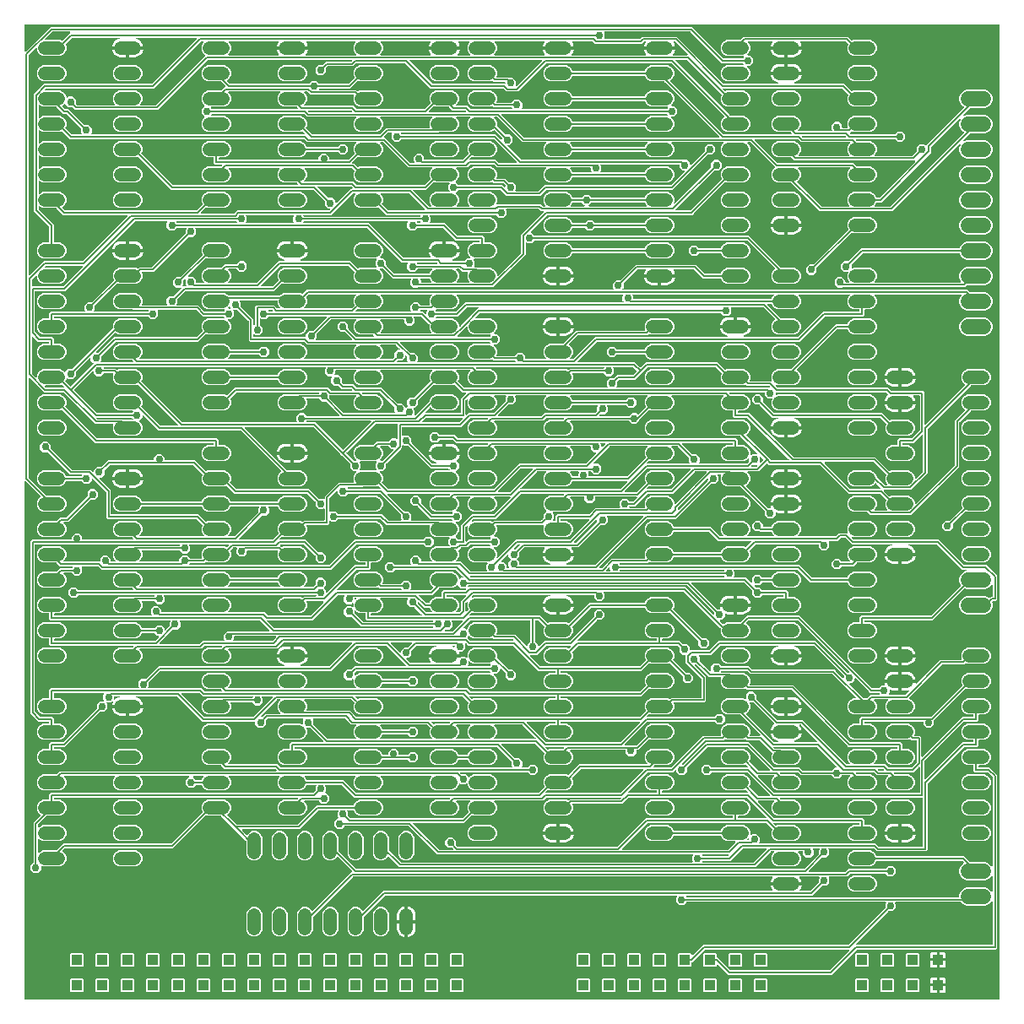
<source format=gbr>
G04 EAGLE Gerber RS-274X export*
G75*
%MOMM*%
%FSLAX34Y34*%
%LPD*%
%INBottom Copper*%
%IPPOS*%
%AMOC8*
5,1,8,0,0,1.08239X$1,22.5*%
G01*
%ADD10C,1.320800*%
%ADD11C,1.524000*%
%ADD12R,1.058000X1.058000*%
%ADD13C,0.152400*%
%ADD14C,0.756400*%

G36*
X-141837Y23499D02*
X-141837Y23499D01*
X-141818Y23497D01*
X-141716Y23519D01*
X-141614Y23535D01*
X-141597Y23545D01*
X-141577Y23549D01*
X-141488Y23602D01*
X-141397Y23651D01*
X-141383Y23665D01*
X-141366Y23675D01*
X-141299Y23754D01*
X-141227Y23829D01*
X-141219Y23847D01*
X-141206Y23862D01*
X-141167Y23958D01*
X-141124Y24052D01*
X-141122Y24072D01*
X-141114Y24090D01*
X-141096Y24257D01*
X-141096Y1001143D01*
X-141099Y1001163D01*
X-141097Y1001182D01*
X-141119Y1001284D01*
X-141135Y1001386D01*
X-141145Y1001403D01*
X-141149Y1001423D01*
X-141202Y1001512D01*
X-141251Y1001603D01*
X-141265Y1001617D01*
X-141275Y1001634D01*
X-141354Y1001701D01*
X-141429Y1001773D01*
X-141447Y1001781D01*
X-141462Y1001794D01*
X-141558Y1001833D01*
X-141652Y1001876D01*
X-141672Y1001878D01*
X-141690Y1001886D01*
X-141857Y1001904D01*
X-1118743Y1001904D01*
X-1118763Y1001901D01*
X-1118782Y1001903D01*
X-1118884Y1001881D01*
X-1118986Y1001865D01*
X-1119003Y1001855D01*
X-1119023Y1001851D01*
X-1119112Y1001798D01*
X-1119203Y1001749D01*
X-1119217Y1001735D01*
X-1119234Y1001725D01*
X-1119301Y1001646D01*
X-1119373Y1001571D01*
X-1119381Y1001553D01*
X-1119394Y1001538D01*
X-1119433Y1001442D01*
X-1119476Y1001348D01*
X-1119478Y1001328D01*
X-1119486Y1001310D01*
X-1119504Y1001143D01*
X-1119504Y974844D01*
X-1119493Y974773D01*
X-1119491Y974701D01*
X-1119473Y974652D01*
X-1119465Y974601D01*
X-1119431Y974538D01*
X-1119406Y974470D01*
X-1119374Y974430D01*
X-1119349Y974384D01*
X-1119297Y974334D01*
X-1119253Y974278D01*
X-1119209Y974250D01*
X-1119171Y974214D01*
X-1119106Y974184D01*
X-1119046Y974145D01*
X-1118995Y974133D01*
X-1118948Y974111D01*
X-1118877Y974103D01*
X-1118807Y974085D01*
X-1118755Y974089D01*
X-1118704Y974084D01*
X-1118633Y974099D01*
X-1118562Y974104D01*
X-1118514Y974125D01*
X-1118463Y974136D01*
X-1118402Y974173D01*
X-1118336Y974201D01*
X-1118280Y974246D01*
X-1118252Y974262D01*
X-1118237Y974280D01*
X-1118205Y974306D01*
X-1118070Y974440D01*
X-1093556Y998955D01*
X-449621Y998955D01*
X-418376Y967710D01*
X-418302Y967657D01*
X-418232Y967597D01*
X-418202Y967585D01*
X-418176Y967566D01*
X-418089Y967539D01*
X-418004Y967505D01*
X-417963Y967501D01*
X-417941Y967494D01*
X-417909Y967495D01*
X-417837Y967487D01*
X-399233Y967487D01*
X-399144Y967501D01*
X-399052Y967509D01*
X-399023Y967521D01*
X-398991Y967526D01*
X-398910Y967569D01*
X-398826Y967605D01*
X-398794Y967631D01*
X-398773Y967642D01*
X-398751Y967665D01*
X-398695Y967710D01*
X-397933Y968472D01*
X-397891Y968530D01*
X-397842Y968582D01*
X-397820Y968629D01*
X-397790Y968671D01*
X-397768Y968740D01*
X-397738Y968805D01*
X-397733Y968857D01*
X-397717Y968907D01*
X-397719Y968978D01*
X-397711Y969049D01*
X-397722Y969100D01*
X-397724Y969152D01*
X-397748Y969220D01*
X-397763Y969290D01*
X-397790Y969335D01*
X-397808Y969383D01*
X-397853Y969439D01*
X-397890Y969501D01*
X-397929Y969535D01*
X-397962Y969575D01*
X-398022Y969614D01*
X-398077Y969661D01*
X-398125Y969680D01*
X-398169Y969708D01*
X-398238Y969726D01*
X-398305Y969753D01*
X-398376Y969761D01*
X-398407Y969769D01*
X-398430Y969767D01*
X-398471Y969771D01*
X-414621Y969771D01*
X-417609Y971009D01*
X-419895Y973295D01*
X-421133Y976283D01*
X-421133Y979517D01*
X-419895Y982505D01*
X-417609Y984791D01*
X-414621Y986029D01*
X-401821Y986029D01*
X-401730Y986043D01*
X-401640Y986051D01*
X-401610Y986063D01*
X-401578Y986068D01*
X-401497Y986111D01*
X-401413Y986147D01*
X-401381Y986173D01*
X-401360Y986184D01*
X-401338Y986207D01*
X-401282Y986252D01*
X-398457Y989077D01*
X-293693Y989077D01*
X-292130Y987514D01*
X-290119Y985503D01*
X-290023Y985434D01*
X-289930Y985365D01*
X-289924Y985363D01*
X-289919Y985359D01*
X-289807Y985325D01*
X-289696Y985289D01*
X-289690Y985289D01*
X-289684Y985287D01*
X-289567Y985290D01*
X-289450Y985291D01*
X-289443Y985293D01*
X-289438Y985293D01*
X-289421Y985300D01*
X-289289Y985338D01*
X-287621Y986029D01*
X-271179Y986029D01*
X-268191Y984791D01*
X-265905Y982505D01*
X-264667Y979517D01*
X-264667Y976283D01*
X-265905Y973295D01*
X-268191Y971009D01*
X-271179Y969771D01*
X-287621Y969771D01*
X-290609Y971009D01*
X-292895Y973295D01*
X-294133Y976283D01*
X-294133Y979517D01*
X-293293Y981544D01*
X-293266Y981658D01*
X-293238Y981772D01*
X-293238Y981778D01*
X-293237Y981784D01*
X-293248Y981900D01*
X-293257Y982017D01*
X-293259Y982022D01*
X-293260Y982029D01*
X-293307Y982135D01*
X-293353Y982243D01*
X-293358Y982249D01*
X-293360Y982253D01*
X-293372Y982267D01*
X-293458Y982374D01*
X-295364Y984280D01*
X-295438Y984333D01*
X-295508Y984393D01*
X-295538Y984405D01*
X-295564Y984424D01*
X-295651Y984451D01*
X-295736Y984485D01*
X-295777Y984489D01*
X-295799Y984496D01*
X-295831Y984495D01*
X-295903Y984503D01*
X-340986Y984503D01*
X-341103Y984484D01*
X-341223Y984465D01*
X-341225Y984464D01*
X-341228Y984464D01*
X-341333Y984408D01*
X-341441Y984352D01*
X-341443Y984350D01*
X-341446Y984348D01*
X-341528Y984262D01*
X-341612Y984175D01*
X-341613Y984172D01*
X-341615Y984170D01*
X-341665Y984062D01*
X-341717Y983953D01*
X-341718Y983950D01*
X-341719Y983947D01*
X-341732Y983829D01*
X-341746Y983709D01*
X-341746Y983706D01*
X-341746Y983703D01*
X-341721Y983586D01*
X-341696Y983468D01*
X-341694Y983465D01*
X-341694Y983462D01*
X-341688Y983453D01*
X-341619Y983319D01*
X-340892Y982232D01*
X-340203Y980567D01*
X-339975Y979423D01*
X-354838Y979423D01*
X-354858Y979420D01*
X-354877Y979422D01*
X-354979Y979400D01*
X-355081Y979383D01*
X-355098Y979374D01*
X-355118Y979370D01*
X-355207Y979317D01*
X-355298Y979268D01*
X-355312Y979254D01*
X-355329Y979244D01*
X-355396Y979165D01*
X-355467Y979090D01*
X-355476Y979072D01*
X-355489Y979057D01*
X-355527Y978961D01*
X-355571Y978867D01*
X-355573Y978847D01*
X-355581Y978829D01*
X-355599Y978662D01*
X-355599Y977899D01*
X-355601Y977899D01*
X-355601Y978662D01*
X-355604Y978682D01*
X-355602Y978701D01*
X-355624Y978803D01*
X-355641Y978905D01*
X-355650Y978922D01*
X-355654Y978942D01*
X-355707Y979031D01*
X-355756Y979122D01*
X-355770Y979136D01*
X-355780Y979153D01*
X-355859Y979220D01*
X-355934Y979291D01*
X-355952Y979300D01*
X-355967Y979313D01*
X-356063Y979352D01*
X-356157Y979395D01*
X-356177Y979397D01*
X-356195Y979405D01*
X-356362Y979423D01*
X-371225Y979423D01*
X-370997Y980567D01*
X-370308Y982232D01*
X-369581Y983319D01*
X-369532Y983428D01*
X-369481Y983537D01*
X-369481Y983540D01*
X-369480Y983543D01*
X-369467Y983663D01*
X-369454Y983781D01*
X-369455Y983785D01*
X-369454Y983788D01*
X-369481Y983904D01*
X-369506Y984022D01*
X-369508Y984025D01*
X-369509Y984028D01*
X-369571Y984130D01*
X-369633Y984233D01*
X-369635Y984235D01*
X-369637Y984238D01*
X-369728Y984315D01*
X-369819Y984393D01*
X-369822Y984394D01*
X-369825Y984396D01*
X-369935Y984440D01*
X-370048Y984485D01*
X-370051Y984485D01*
X-370054Y984486D01*
X-370064Y984487D01*
X-370214Y984503D01*
X-393066Y984503D01*
X-393136Y984492D01*
X-393208Y984490D01*
X-393257Y984472D01*
X-393308Y984464D01*
X-393372Y984430D01*
X-393439Y984405D01*
X-393480Y984373D01*
X-393526Y984348D01*
X-393575Y984296D01*
X-393631Y984252D01*
X-393659Y984208D01*
X-393695Y984170D01*
X-393725Y984105D01*
X-393764Y984045D01*
X-393777Y983994D01*
X-393799Y983947D01*
X-393807Y983876D01*
X-393824Y983806D01*
X-393820Y983754D01*
X-393826Y983703D01*
X-393811Y983632D01*
X-393805Y983561D01*
X-393785Y983513D01*
X-393774Y983462D01*
X-393737Y983401D01*
X-393709Y983335D01*
X-393664Y983279D01*
X-393647Y983251D01*
X-393630Y983236D01*
X-393604Y983204D01*
X-392905Y982505D01*
X-391667Y979517D01*
X-391667Y976283D01*
X-392905Y973295D01*
X-394394Y971806D01*
X-394436Y971748D01*
X-394485Y971696D01*
X-394507Y971649D01*
X-394538Y971607D01*
X-394559Y971538D01*
X-394589Y971473D01*
X-394595Y971421D01*
X-394610Y971371D01*
X-394608Y971300D01*
X-394616Y971229D01*
X-394605Y971178D01*
X-394604Y971126D01*
X-394579Y971058D01*
X-394564Y970988D01*
X-394537Y970943D01*
X-394519Y970895D01*
X-394474Y970838D01*
X-394437Y970777D01*
X-394398Y970743D01*
X-394365Y970703D01*
X-394305Y970664D01*
X-394251Y970617D01*
X-394202Y970598D01*
X-394158Y970570D01*
X-394089Y970552D01*
X-394022Y970525D01*
X-393951Y970517D01*
X-393920Y970509D01*
X-393897Y970511D01*
X-393856Y970507D01*
X-391502Y970507D01*
X-388393Y967398D01*
X-388393Y963002D01*
X-391502Y959893D01*
X-393856Y959893D01*
X-393926Y959882D01*
X-393998Y959880D01*
X-394047Y959862D01*
X-394098Y959854D01*
X-394162Y959820D01*
X-394229Y959795D01*
X-394270Y959763D01*
X-394316Y959738D01*
X-394365Y959686D01*
X-394421Y959642D01*
X-394449Y959598D01*
X-394485Y959560D01*
X-394515Y959495D01*
X-394554Y959435D01*
X-394567Y959384D01*
X-394589Y959337D01*
X-394597Y959266D01*
X-394614Y959196D01*
X-394610Y959144D01*
X-394616Y959093D01*
X-394601Y959022D01*
X-394595Y958951D01*
X-394575Y958903D01*
X-394564Y958852D01*
X-394527Y958791D01*
X-394499Y958725D01*
X-394454Y958669D01*
X-394437Y958641D01*
X-394420Y958626D01*
X-394394Y958594D01*
X-392905Y957105D01*
X-391667Y954117D01*
X-391667Y950883D01*
X-392905Y947895D01*
X-395191Y945609D01*
X-398179Y944371D01*
X-414621Y944371D01*
X-417609Y945609D01*
X-419895Y947895D01*
X-421133Y950883D01*
X-421133Y954117D01*
X-419895Y957105D01*
X-417609Y959391D01*
X-414621Y960629D01*
X-398471Y960629D01*
X-398401Y960640D01*
X-398329Y960642D01*
X-398280Y960660D01*
X-398229Y960668D01*
X-398165Y960702D01*
X-398098Y960727D01*
X-398057Y960759D01*
X-398011Y960784D01*
X-397962Y960836D01*
X-397906Y960880D01*
X-397878Y960924D01*
X-397842Y960962D01*
X-397812Y961027D01*
X-397773Y961087D01*
X-397760Y961138D01*
X-397738Y961185D01*
X-397730Y961256D01*
X-397713Y961326D01*
X-397717Y961378D01*
X-397711Y961429D01*
X-397726Y961500D01*
X-397732Y961571D01*
X-397752Y961619D01*
X-397763Y961670D01*
X-397800Y961731D01*
X-397828Y961797D01*
X-397873Y961853D01*
X-397890Y961881D01*
X-397907Y961896D01*
X-397933Y961928D01*
X-398695Y962690D01*
X-398769Y962743D01*
X-398839Y962803D01*
X-398869Y962815D01*
X-398895Y962834D01*
X-398982Y962861D01*
X-399067Y962895D01*
X-399108Y962899D01*
X-399130Y962906D01*
X-399162Y962905D01*
X-399233Y962913D01*
X-420047Y962913D01*
X-451292Y994158D01*
X-451366Y994211D01*
X-451436Y994271D01*
X-451466Y994283D01*
X-451492Y994302D01*
X-451579Y994329D01*
X-451664Y994363D01*
X-451705Y994367D01*
X-451727Y994374D01*
X-451759Y994373D01*
X-451831Y994381D01*
X-537364Y994381D01*
X-537434Y994370D01*
X-537506Y994368D01*
X-537555Y994350D01*
X-537606Y994342D01*
X-537670Y994308D01*
X-537737Y994283D01*
X-537778Y994251D01*
X-537824Y994226D01*
X-537873Y994174D01*
X-537929Y994130D01*
X-537957Y994086D01*
X-537993Y994048D01*
X-538023Y993983D01*
X-538062Y993923D01*
X-538075Y993872D01*
X-538097Y993825D01*
X-538105Y993754D01*
X-538122Y993684D01*
X-538118Y993632D01*
X-538124Y993581D01*
X-538109Y993510D01*
X-538103Y993439D01*
X-538083Y993391D01*
X-538072Y993340D01*
X-538035Y993279D01*
X-538007Y993213D01*
X-537962Y993157D01*
X-537945Y993129D01*
X-537928Y993114D01*
X-537902Y993082D01*
X-537618Y992798D01*
X-537618Y988402D01*
X-537902Y988118D01*
X-537944Y988060D01*
X-537993Y988008D01*
X-538015Y987961D01*
X-538045Y987919D01*
X-538067Y987850D01*
X-538097Y987785D01*
X-538102Y987733D01*
X-538118Y987683D01*
X-538116Y987612D01*
X-538124Y987541D01*
X-538113Y987490D01*
X-538111Y987438D01*
X-538087Y987370D01*
X-538072Y987300D01*
X-538045Y987255D01*
X-538027Y987207D01*
X-537982Y987151D01*
X-537945Y987089D01*
X-537906Y987055D01*
X-537873Y987015D01*
X-537813Y986976D01*
X-537758Y986929D01*
X-537710Y986910D01*
X-537666Y986882D01*
X-537597Y986864D01*
X-537530Y986837D01*
X-537459Y986829D01*
X-537428Y986821D01*
X-537405Y986823D01*
X-537364Y986819D01*
X-502631Y986819D01*
X-502540Y986833D01*
X-502450Y986841D01*
X-502420Y986853D01*
X-502388Y986858D01*
X-502307Y986901D01*
X-502223Y986937D01*
X-502191Y986963D01*
X-502170Y986974D01*
X-502148Y986997D01*
X-502092Y987042D01*
X-500057Y989077D01*
X-465143Y989077D01*
X-418376Y942310D01*
X-418302Y942257D01*
X-418232Y942197D01*
X-418202Y942185D01*
X-418176Y942166D01*
X-418089Y942139D01*
X-418004Y942105D01*
X-417963Y942101D01*
X-417941Y942094D01*
X-417909Y942095D01*
X-417837Y942087D01*
X-364456Y942087D01*
X-364408Y942095D01*
X-364359Y942093D01*
X-364287Y942114D01*
X-364214Y942126D01*
X-364170Y942149D01*
X-364123Y942163D01*
X-364062Y942207D01*
X-363996Y942242D01*
X-363963Y942277D01*
X-363922Y942305D01*
X-363878Y942366D01*
X-363827Y942420D01*
X-363806Y942464D01*
X-363777Y942504D01*
X-363755Y942575D01*
X-363723Y942643D01*
X-363718Y942692D01*
X-363703Y942738D01*
X-363704Y942813D01*
X-363696Y942887D01*
X-363707Y942935D01*
X-363707Y942984D01*
X-363733Y943055D01*
X-363748Y943128D01*
X-363774Y943170D01*
X-363790Y943216D01*
X-363836Y943275D01*
X-363875Y943339D01*
X-363912Y943371D01*
X-363942Y943409D01*
X-364005Y943450D01*
X-364061Y943499D01*
X-364107Y943517D01*
X-364148Y943544D01*
X-364267Y943582D01*
X-364290Y943591D01*
X-364299Y943592D01*
X-364308Y943595D01*
X-364871Y943707D01*
X-366536Y944396D01*
X-368034Y945397D01*
X-369307Y946670D01*
X-370308Y948168D01*
X-370997Y949833D01*
X-371225Y950977D01*
X-356362Y950977D01*
X-356342Y950980D01*
X-356323Y950978D01*
X-356221Y951000D01*
X-356119Y951017D01*
X-356102Y951026D01*
X-356082Y951030D01*
X-355993Y951083D01*
X-355902Y951132D01*
X-355888Y951146D01*
X-355871Y951156D01*
X-355804Y951235D01*
X-355733Y951310D01*
X-355724Y951328D01*
X-355711Y951343D01*
X-355673Y951439D01*
X-355629Y951533D01*
X-355627Y951553D01*
X-355619Y951571D01*
X-355601Y951738D01*
X-355601Y952501D01*
X-355599Y952501D01*
X-355599Y951738D01*
X-355596Y951718D01*
X-355598Y951699D01*
X-355576Y951597D01*
X-355559Y951495D01*
X-355550Y951478D01*
X-355546Y951458D01*
X-355493Y951369D01*
X-355444Y951278D01*
X-355430Y951264D01*
X-355420Y951247D01*
X-355341Y951180D01*
X-355266Y951109D01*
X-355248Y951100D01*
X-355233Y951087D01*
X-355137Y951048D01*
X-355043Y951005D01*
X-355023Y951003D01*
X-355005Y950995D01*
X-354838Y950977D01*
X-339975Y950977D01*
X-340203Y949833D01*
X-340892Y948168D01*
X-341893Y946670D01*
X-343166Y945397D01*
X-344664Y944396D01*
X-346329Y943707D01*
X-346892Y943595D01*
X-346938Y943577D01*
X-346986Y943569D01*
X-347052Y943535D01*
X-347122Y943508D01*
X-347161Y943477D01*
X-347204Y943454D01*
X-347255Y943400D01*
X-347313Y943353D01*
X-347339Y943312D01*
X-347373Y943276D01*
X-347405Y943208D01*
X-347445Y943145D01*
X-347456Y943097D01*
X-347477Y943053D01*
X-347485Y942979D01*
X-347503Y942906D01*
X-347498Y942857D01*
X-347504Y942809D01*
X-347488Y942736D01*
X-347482Y942661D01*
X-347462Y942616D01*
X-347452Y942568D01*
X-347413Y942504D01*
X-347383Y942435D01*
X-347351Y942399D01*
X-347325Y942357D01*
X-347269Y942308D01*
X-347218Y942253D01*
X-347176Y942229D01*
X-347139Y942197D01*
X-347069Y942169D01*
X-347004Y942133D01*
X-346956Y942124D01*
X-346910Y942105D01*
X-346786Y942091D01*
X-346762Y942087D01*
X-346753Y942088D01*
X-346744Y942087D01*
X-297503Y942087D01*
X-290119Y934703D01*
X-290023Y934634D01*
X-289930Y934565D01*
X-289924Y934563D01*
X-289919Y934559D01*
X-289807Y934525D01*
X-289696Y934489D01*
X-289690Y934489D01*
X-289684Y934487D01*
X-289567Y934490D01*
X-289450Y934491D01*
X-289443Y934493D01*
X-289438Y934493D01*
X-289421Y934500D01*
X-289289Y934538D01*
X-287621Y935229D01*
X-271179Y935229D01*
X-268191Y933991D01*
X-265905Y931705D01*
X-264667Y928717D01*
X-264667Y925483D01*
X-265905Y922495D01*
X-268191Y920209D01*
X-271179Y918971D01*
X-287621Y918971D01*
X-290609Y920209D01*
X-292895Y922495D01*
X-294133Y925483D01*
X-294133Y928717D01*
X-293293Y930744D01*
X-293266Y930858D01*
X-293238Y930972D01*
X-293238Y930978D01*
X-293237Y930984D01*
X-293248Y931100D01*
X-293257Y931217D01*
X-293259Y931222D01*
X-293260Y931229D01*
X-293308Y931336D01*
X-293353Y931443D01*
X-293358Y931449D01*
X-293360Y931453D01*
X-293373Y931467D01*
X-293458Y931574D01*
X-299174Y937290D01*
X-299248Y937343D01*
X-299318Y937403D01*
X-299348Y937415D01*
X-299374Y937434D01*
X-299461Y937461D01*
X-299546Y937495D01*
X-299587Y937499D01*
X-299609Y937506D01*
X-299641Y937505D01*
X-299713Y937513D01*
X-418092Y937513D01*
X-418162Y937502D01*
X-418234Y937500D01*
X-418283Y937482D01*
X-418334Y937474D01*
X-418398Y937440D01*
X-418465Y937415D01*
X-418506Y937383D01*
X-418552Y937358D01*
X-418601Y937307D01*
X-418657Y937262D01*
X-418685Y937218D01*
X-418721Y937180D01*
X-418751Y937115D01*
X-418790Y937055D01*
X-418803Y937004D01*
X-418825Y936957D01*
X-418833Y936886D01*
X-418850Y936816D01*
X-418846Y936764D01*
X-418852Y936713D01*
X-418837Y936642D01*
X-418831Y936571D01*
X-418811Y936523D01*
X-418800Y936472D01*
X-418763Y936411D01*
X-418735Y936345D01*
X-418690Y936289D01*
X-418673Y936261D01*
X-418656Y936246D01*
X-418630Y936214D01*
X-417119Y934703D01*
X-417024Y934635D01*
X-416930Y934565D01*
X-416924Y934563D01*
X-416919Y934559D01*
X-416808Y934525D01*
X-416696Y934489D01*
X-416690Y934489D01*
X-416684Y934487D01*
X-416567Y934490D01*
X-416450Y934491D01*
X-416443Y934493D01*
X-416438Y934493D01*
X-416421Y934500D01*
X-416289Y934538D01*
X-414621Y935229D01*
X-398179Y935229D01*
X-395191Y933991D01*
X-392905Y931705D01*
X-391667Y928717D01*
X-391667Y925483D01*
X-392905Y922495D01*
X-395191Y920209D01*
X-398179Y918971D01*
X-414621Y918971D01*
X-417609Y920209D01*
X-419895Y922495D01*
X-421133Y925483D01*
X-421133Y928717D01*
X-420293Y930744D01*
X-420266Y930858D01*
X-420238Y930972D01*
X-420238Y930978D01*
X-420237Y930984D01*
X-420248Y931100D01*
X-420257Y931217D01*
X-420259Y931222D01*
X-420260Y931229D01*
X-420308Y931336D01*
X-420353Y931443D01*
X-420358Y931449D01*
X-420360Y931453D01*
X-420373Y931467D01*
X-420458Y931574D01*
X-454622Y965738D01*
X-454696Y965791D01*
X-454766Y965851D01*
X-454796Y965863D01*
X-454822Y965882D01*
X-454909Y965909D01*
X-454994Y965943D01*
X-455035Y965947D01*
X-455057Y965954D01*
X-455089Y965953D01*
X-455161Y965961D01*
X-465590Y965961D01*
X-465660Y965950D01*
X-465732Y965948D01*
X-465781Y965930D01*
X-465832Y965922D01*
X-465896Y965888D01*
X-465963Y965863D01*
X-466004Y965831D01*
X-466050Y965806D01*
X-466099Y965754D01*
X-466155Y965710D01*
X-466183Y965666D01*
X-466219Y965628D01*
X-466249Y965563D01*
X-466288Y965503D01*
X-466301Y965452D01*
X-466323Y965405D01*
X-466331Y965334D01*
X-466348Y965264D01*
X-466344Y965212D01*
X-466350Y965161D01*
X-466335Y965090D01*
X-466329Y965019D01*
X-466309Y964971D01*
X-466298Y964920D01*
X-466261Y964859D01*
X-466233Y964793D01*
X-466188Y964737D01*
X-466171Y964709D01*
X-466154Y964694D01*
X-466128Y964662D01*
X-411518Y910052D01*
X-411444Y909999D01*
X-411374Y909939D01*
X-411344Y909927D01*
X-411318Y909908D01*
X-411231Y909881D01*
X-411146Y909847D01*
X-411105Y909843D01*
X-411083Y909836D01*
X-411051Y909837D01*
X-410979Y909829D01*
X-398179Y909829D01*
X-395191Y908591D01*
X-392905Y906305D01*
X-391667Y903317D01*
X-391667Y900083D01*
X-392905Y897095D01*
X-395191Y894809D01*
X-398179Y893571D01*
X-414621Y893571D01*
X-417609Y894809D01*
X-419895Y897095D01*
X-421133Y900083D01*
X-421133Y903317D01*
X-419895Y906305D01*
X-417605Y908595D01*
X-417593Y908611D01*
X-417578Y908623D01*
X-417522Y908710D01*
X-417462Y908794D01*
X-417456Y908813D01*
X-417445Y908830D01*
X-417420Y908931D01*
X-417389Y909029D01*
X-417390Y909049D01*
X-417385Y909069D01*
X-417393Y909172D01*
X-417396Y909275D01*
X-417402Y909294D01*
X-417404Y909314D01*
X-417444Y909409D01*
X-417480Y909506D01*
X-417493Y909522D01*
X-417500Y909540D01*
X-417605Y909671D01*
X-470624Y962690D01*
X-470698Y962743D01*
X-470768Y962803D01*
X-470798Y962815D01*
X-470824Y962834D01*
X-470911Y962861D01*
X-470996Y962895D01*
X-471037Y962899D01*
X-471059Y962906D01*
X-471091Y962905D01*
X-471163Y962913D01*
X-595637Y962913D01*
X-595728Y962899D01*
X-595818Y962891D01*
X-595848Y962879D01*
X-595880Y962874D01*
X-595961Y962831D01*
X-596045Y962795D01*
X-596077Y962769D01*
X-596098Y962758D01*
X-596120Y962735D01*
X-596176Y962690D01*
X-624528Y934338D01*
X-635947Y934338D01*
X-638899Y937290D01*
X-638973Y937343D01*
X-639043Y937403D01*
X-639073Y937415D01*
X-639099Y937434D01*
X-639186Y937461D01*
X-639271Y937495D01*
X-639312Y937499D01*
X-639334Y937506D01*
X-639366Y937505D01*
X-639438Y937513D01*
X-712147Y937513D01*
X-737324Y962690D01*
X-737398Y962743D01*
X-737468Y962803D01*
X-737498Y962815D01*
X-737524Y962834D01*
X-737611Y962861D01*
X-737696Y962895D01*
X-737737Y962899D01*
X-737759Y962906D01*
X-737791Y962905D01*
X-737863Y962913D01*
X-786138Y962913D01*
X-786228Y962899D01*
X-786319Y962891D01*
X-786348Y962879D01*
X-786380Y962874D01*
X-786461Y962831D01*
X-786545Y962795D01*
X-786577Y962769D01*
X-786598Y962758D01*
X-786620Y962735D01*
X-786676Y962690D01*
X-788065Y961301D01*
X-789628Y959738D01*
X-814712Y959738D01*
X-814803Y959724D01*
X-814893Y959716D01*
X-814923Y959704D01*
X-814955Y959699D01*
X-815036Y959656D01*
X-815120Y959620D01*
X-815152Y959594D01*
X-815173Y959583D01*
X-815195Y959560D01*
X-815251Y959515D01*
X-816795Y957971D01*
X-816848Y957897D01*
X-816908Y957827D01*
X-816920Y957797D01*
X-816939Y957771D01*
X-816966Y957684D01*
X-817000Y957599D01*
X-817004Y957558D01*
X-817011Y957536D01*
X-817010Y957504D01*
X-817018Y957432D01*
X-817018Y953477D01*
X-820127Y950368D01*
X-824523Y950368D01*
X-827632Y953477D01*
X-827632Y957873D01*
X-824523Y960982D01*
X-820568Y960982D01*
X-820477Y960996D01*
X-820387Y961004D01*
X-820357Y961016D01*
X-820325Y961021D01*
X-820244Y961064D01*
X-820160Y961100D01*
X-820128Y961126D01*
X-820107Y961137D01*
X-820085Y961160D01*
X-820029Y961205D01*
X-816922Y964312D01*
X-791837Y964312D01*
X-791747Y964326D01*
X-791656Y964334D01*
X-791627Y964346D01*
X-791595Y964351D01*
X-791514Y964394D01*
X-791430Y964430D01*
X-791398Y964456D01*
X-791377Y964467D01*
X-791355Y964490D01*
X-791299Y964535D01*
X-791172Y964662D01*
X-791130Y964720D01*
X-791081Y964772D01*
X-791059Y964819D01*
X-791029Y964861D01*
X-791008Y964930D01*
X-790977Y964995D01*
X-790972Y965047D01*
X-790956Y965097D01*
X-790958Y965168D01*
X-790950Y965239D01*
X-790961Y965290D01*
X-790963Y965342D01*
X-790987Y965410D01*
X-791002Y965480D01*
X-791029Y965524D01*
X-791047Y965573D01*
X-791092Y965629D01*
X-791129Y965691D01*
X-791168Y965725D01*
X-791201Y965765D01*
X-791261Y965804D01*
X-791316Y965851D01*
X-791364Y965870D01*
X-791408Y965898D01*
X-791477Y965916D01*
X-791544Y965943D01*
X-791615Y965951D01*
X-791646Y965959D01*
X-791670Y965957D01*
X-791710Y965961D01*
X-935489Y965961D01*
X-935580Y965947D01*
X-935670Y965939D01*
X-935700Y965927D01*
X-935732Y965922D01*
X-935813Y965879D01*
X-935897Y965843D01*
X-935929Y965817D01*
X-935950Y965806D01*
X-935972Y965783D01*
X-936028Y965738D01*
X-985843Y915923D01*
X-1068382Y915923D01*
X-1070854Y918395D01*
X-1070928Y918448D01*
X-1070998Y918508D01*
X-1071028Y918520D01*
X-1071054Y918539D01*
X-1071141Y918566D01*
X-1071226Y918600D01*
X-1071267Y918604D01*
X-1071289Y918611D01*
X-1071321Y918610D01*
X-1071393Y918618D01*
X-1075348Y918618D01*
X-1078427Y921697D01*
X-1078443Y921709D01*
X-1078455Y921724D01*
X-1078543Y921780D01*
X-1078626Y921840D01*
X-1078645Y921846D01*
X-1078662Y921857D01*
X-1078763Y921882D01*
X-1078862Y921913D01*
X-1078882Y921912D01*
X-1078901Y921917D01*
X-1079004Y921909D01*
X-1079107Y921906D01*
X-1079126Y921900D01*
X-1079146Y921898D01*
X-1079241Y921858D01*
X-1079338Y921822D01*
X-1079354Y921809D01*
X-1079372Y921802D01*
X-1079503Y921697D01*
X-1080995Y920205D01*
X-1081007Y920189D01*
X-1081022Y920177D01*
X-1081078Y920089D01*
X-1081138Y920006D01*
X-1081144Y919987D01*
X-1081155Y919970D01*
X-1081180Y919869D01*
X-1081211Y919771D01*
X-1081210Y919751D01*
X-1081215Y919731D01*
X-1081207Y919628D01*
X-1081204Y919525D01*
X-1081198Y919506D01*
X-1081196Y919486D01*
X-1081156Y919391D01*
X-1081120Y919294D01*
X-1081107Y919278D01*
X-1081100Y919260D01*
X-1080995Y919129D01*
X-1078776Y916910D01*
X-1078702Y916857D01*
X-1078632Y916797D01*
X-1078602Y916785D01*
X-1078576Y916766D01*
X-1078489Y916739D01*
X-1078404Y916705D01*
X-1078363Y916701D01*
X-1078341Y916694D01*
X-1078309Y916695D01*
X-1078237Y916687D01*
X-1075378Y916687D01*
X-1059571Y900880D01*
X-1059497Y900827D01*
X-1059427Y900767D01*
X-1059397Y900755D01*
X-1059371Y900736D01*
X-1059284Y900709D01*
X-1059199Y900675D01*
X-1059158Y900671D01*
X-1059136Y900664D01*
X-1059104Y900665D01*
X-1059032Y900657D01*
X-1055077Y900657D01*
X-1051968Y897548D01*
X-1051968Y893152D01*
X-1052534Y892586D01*
X-1052576Y892528D01*
X-1052625Y892476D01*
X-1052647Y892429D01*
X-1052677Y892387D01*
X-1052699Y892318D01*
X-1052729Y892253D01*
X-1052734Y892201D01*
X-1052750Y892151D01*
X-1052748Y892080D01*
X-1052756Y892009D01*
X-1052745Y891958D01*
X-1052743Y891906D01*
X-1052719Y891838D01*
X-1052704Y891768D01*
X-1052677Y891723D01*
X-1052659Y891675D01*
X-1052614Y891619D01*
X-1052577Y891557D01*
X-1052538Y891523D01*
X-1052505Y891483D01*
X-1052445Y891444D01*
X-1052390Y891397D01*
X-1052342Y891378D01*
X-1052298Y891350D01*
X-1052229Y891332D01*
X-1052162Y891305D01*
X-1052091Y891297D01*
X-1052060Y891289D01*
X-1052037Y891291D01*
X-1051996Y891287D01*
X-839208Y891287D01*
X-839138Y891298D01*
X-839066Y891300D01*
X-839017Y891318D01*
X-838966Y891326D01*
X-838902Y891360D01*
X-838835Y891385D01*
X-838794Y891417D01*
X-838748Y891442D01*
X-838699Y891493D01*
X-838643Y891538D01*
X-838615Y891582D01*
X-838579Y891620D01*
X-838549Y891685D01*
X-838510Y891745D01*
X-838497Y891796D01*
X-838475Y891843D01*
X-838467Y891914D01*
X-838450Y891984D01*
X-838454Y892036D01*
X-838448Y892087D01*
X-838463Y892158D01*
X-838469Y892229D01*
X-838489Y892277D01*
X-838500Y892328D01*
X-838537Y892389D01*
X-838565Y892455D01*
X-838610Y892511D01*
X-838627Y892539D01*
X-838644Y892554D01*
X-838670Y892586D01*
X-840181Y894097D01*
X-840276Y894165D01*
X-840370Y894235D01*
X-840376Y894237D01*
X-840381Y894241D01*
X-840492Y894275D01*
X-840604Y894311D01*
X-840610Y894311D01*
X-840616Y894313D01*
X-840733Y894310D01*
X-840850Y894309D01*
X-840857Y894307D01*
X-840862Y894307D01*
X-840879Y894300D01*
X-841011Y894262D01*
X-842679Y893571D01*
X-859121Y893571D01*
X-862109Y894809D01*
X-864395Y897095D01*
X-865633Y900083D01*
X-865633Y903317D01*
X-864395Y906305D01*
X-862109Y908591D01*
X-859121Y909829D01*
X-842679Y909829D01*
X-839691Y908591D01*
X-837405Y906305D01*
X-836167Y903317D01*
X-836167Y900083D01*
X-837007Y898056D01*
X-837034Y897942D01*
X-837062Y897828D01*
X-837062Y897822D01*
X-837063Y897816D01*
X-837052Y897700D01*
X-837043Y897583D01*
X-837041Y897578D01*
X-837040Y897571D01*
X-836992Y897464D01*
X-836947Y897357D01*
X-836942Y897351D01*
X-836940Y897347D01*
X-836927Y897333D01*
X-836842Y897226D01*
X-831126Y891510D01*
X-831052Y891457D01*
X-830982Y891397D01*
X-830952Y891385D01*
X-830926Y891366D01*
X-830839Y891339D01*
X-830754Y891305D01*
X-830713Y891301D01*
X-830691Y891294D01*
X-830659Y891295D01*
X-830587Y891287D01*
X-763263Y891287D01*
X-763172Y891301D01*
X-763082Y891309D01*
X-763052Y891321D01*
X-763020Y891326D01*
X-762939Y891369D01*
X-762855Y891405D01*
X-762823Y891431D01*
X-762802Y891442D01*
X-762780Y891465D01*
X-762724Y891510D01*
X-756597Y897637D01*
X-713359Y897637D01*
X-713313Y897644D01*
X-713268Y897642D01*
X-713193Y897664D01*
X-713116Y897676D01*
X-713075Y897698D01*
X-713031Y897711D01*
X-712967Y897755D01*
X-712899Y897792D01*
X-712867Y897825D01*
X-712829Y897851D01*
X-712783Y897914D01*
X-712729Y897970D01*
X-712710Y898012D01*
X-712682Y898048D01*
X-712658Y898122D01*
X-712626Y898193D01*
X-712621Y898239D01*
X-712606Y898282D01*
X-712607Y898360D01*
X-712598Y898437D01*
X-712608Y898482D01*
X-712609Y898528D01*
X-712647Y898660D01*
X-712651Y898678D01*
X-712653Y898682D01*
X-712655Y898689D01*
X-713233Y900083D01*
X-713233Y903317D01*
X-711995Y906305D01*
X-710661Y907639D01*
X-710619Y907697D01*
X-710570Y907749D01*
X-710548Y907796D01*
X-710517Y907838D01*
X-710496Y907907D01*
X-710466Y907972D01*
X-710460Y908024D01*
X-710445Y908074D01*
X-710447Y908145D01*
X-710439Y908216D01*
X-710450Y908267D01*
X-710451Y908319D01*
X-710476Y908387D01*
X-710491Y908457D01*
X-710518Y908502D01*
X-710536Y908550D01*
X-710581Y908606D01*
X-710618Y908668D01*
X-710657Y908702D01*
X-710690Y908742D01*
X-710750Y908781D01*
X-710804Y908828D01*
X-710853Y908847D01*
X-710897Y908875D01*
X-710966Y908893D01*
X-711033Y908920D01*
X-711104Y908928D01*
X-711135Y908936D01*
X-711158Y908934D01*
X-711199Y908938D01*
X-762001Y908938D01*
X-762071Y908927D01*
X-762143Y908925D01*
X-762192Y908907D01*
X-762243Y908899D01*
X-762307Y908865D01*
X-762374Y908840D01*
X-762415Y908808D01*
X-762461Y908783D01*
X-762510Y908731D01*
X-762566Y908687D01*
X-762594Y908643D01*
X-762630Y908605D01*
X-762660Y908540D01*
X-762699Y908480D01*
X-762712Y908429D01*
X-762734Y908382D01*
X-762742Y908311D01*
X-762759Y908241D01*
X-762755Y908189D01*
X-762761Y908138D01*
X-762746Y908067D01*
X-762740Y907996D01*
X-762720Y907948D01*
X-762709Y907897D01*
X-762672Y907836D01*
X-762644Y907770D01*
X-762599Y907714D01*
X-762582Y907686D01*
X-762565Y907671D01*
X-762539Y907639D01*
X-761205Y906305D01*
X-759967Y903317D01*
X-759967Y900083D01*
X-761205Y897095D01*
X-763491Y894809D01*
X-766479Y893571D01*
X-782921Y893571D01*
X-785909Y894809D01*
X-788195Y897095D01*
X-789433Y900083D01*
X-789433Y903317D01*
X-788195Y906305D01*
X-786861Y907639D01*
X-786819Y907697D01*
X-786770Y907749D01*
X-786748Y907796D01*
X-786717Y907838D01*
X-786696Y907907D01*
X-786666Y907972D01*
X-786660Y908024D01*
X-786645Y908074D01*
X-786647Y908145D01*
X-786639Y908216D01*
X-786650Y908267D01*
X-786651Y908319D01*
X-786676Y908387D01*
X-786691Y908457D01*
X-786718Y908502D01*
X-786736Y908550D01*
X-786781Y908606D01*
X-786818Y908668D01*
X-786857Y908702D01*
X-786890Y908742D01*
X-786950Y908781D01*
X-787004Y908828D01*
X-787053Y908847D01*
X-787097Y908875D01*
X-787166Y908893D01*
X-787233Y908920D01*
X-787304Y908928D01*
X-787335Y908936D01*
X-787358Y908934D01*
X-787399Y908938D01*
X-835972Y908938D01*
X-838924Y911890D01*
X-838998Y911943D01*
X-839068Y912003D01*
X-839098Y912015D01*
X-839124Y912034D01*
X-839211Y912061D01*
X-839296Y912095D01*
X-839337Y912099D01*
X-839359Y912106D01*
X-839391Y912105D01*
X-839463Y912113D01*
X-931092Y912113D01*
X-931181Y912099D01*
X-931273Y912091D01*
X-931302Y912079D01*
X-931334Y912074D01*
X-931415Y912031D01*
X-931499Y911995D01*
X-931531Y911969D01*
X-931552Y911958D01*
X-931574Y911935D01*
X-931630Y911890D01*
X-932392Y911128D01*
X-932434Y911070D01*
X-932483Y911018D01*
X-932505Y910971D01*
X-932535Y910929D01*
X-932557Y910860D01*
X-932587Y910795D01*
X-932592Y910743D01*
X-932608Y910693D01*
X-932606Y910622D01*
X-932614Y910551D01*
X-932603Y910500D01*
X-932601Y910448D01*
X-932577Y910380D01*
X-932562Y910310D01*
X-932535Y910265D01*
X-932517Y910217D01*
X-932472Y910161D01*
X-932435Y910099D01*
X-932396Y910065D01*
X-932363Y910025D01*
X-932303Y909986D01*
X-932248Y909939D01*
X-932200Y909920D01*
X-932156Y909892D01*
X-932087Y909874D01*
X-932020Y909847D01*
X-931949Y909839D01*
X-931918Y909831D01*
X-931895Y909833D01*
X-931854Y909829D01*
X-918879Y909829D01*
X-915891Y908591D01*
X-913605Y906305D01*
X-912367Y903317D01*
X-912367Y900083D01*
X-913605Y897095D01*
X-915891Y894809D01*
X-918879Y893571D01*
X-935321Y893571D01*
X-938309Y894809D01*
X-940595Y897095D01*
X-941833Y900083D01*
X-941833Y903317D01*
X-940595Y906305D01*
X-938853Y908047D01*
X-938841Y908063D01*
X-938826Y908075D01*
X-938770Y908163D01*
X-938710Y908246D01*
X-938704Y908265D01*
X-938693Y908282D01*
X-938668Y908383D01*
X-938637Y908481D01*
X-938638Y908501D01*
X-938633Y908521D01*
X-938641Y908624D01*
X-938644Y908727D01*
X-938650Y908746D01*
X-938652Y908766D01*
X-938692Y908861D01*
X-938728Y908958D01*
X-938740Y908974D01*
X-938748Y908992D01*
X-938853Y909123D01*
X-941932Y912202D01*
X-941932Y916598D01*
X-938853Y919677D01*
X-938841Y919693D01*
X-938826Y919705D01*
X-938770Y919793D01*
X-938710Y919876D01*
X-938704Y919895D01*
X-938693Y919912D01*
X-938668Y920013D01*
X-938637Y920112D01*
X-938638Y920132D01*
X-938633Y920151D01*
X-938641Y920254D01*
X-938644Y920357D01*
X-938650Y920376D01*
X-938652Y920396D01*
X-938692Y920491D01*
X-938728Y920588D01*
X-938740Y920604D01*
X-938748Y920622D01*
X-938853Y920753D01*
X-940595Y922495D01*
X-941833Y925483D01*
X-941833Y928717D01*
X-940595Y931705D01*
X-938309Y933991D01*
X-935321Y935229D01*
X-922520Y935229D01*
X-922430Y935243D01*
X-922339Y935251D01*
X-922310Y935263D01*
X-922278Y935268D01*
X-922197Y935311D01*
X-922113Y935347D01*
X-922081Y935373D01*
X-922060Y935384D01*
X-922038Y935407D01*
X-921982Y935452D01*
X-920085Y937349D01*
X-918511Y938923D01*
X-918441Y938925D01*
X-918392Y938943D01*
X-918341Y938951D01*
X-918277Y938985D01*
X-918210Y939010D01*
X-918169Y939042D01*
X-918123Y939067D01*
X-918074Y939118D01*
X-918018Y939163D01*
X-917990Y939207D01*
X-917954Y939245D01*
X-917924Y939310D01*
X-917885Y939370D01*
X-917872Y939421D01*
X-917850Y939468D01*
X-917842Y939539D01*
X-917825Y939609D01*
X-917829Y939661D01*
X-917823Y939712D01*
X-917838Y939783D01*
X-917844Y939854D01*
X-917864Y939902D01*
X-917875Y939953D01*
X-917912Y940014D01*
X-917940Y940080D01*
X-917985Y940136D01*
X-918002Y940164D01*
X-918019Y940179D01*
X-918045Y940211D01*
X-921982Y944148D01*
X-922056Y944201D01*
X-922126Y944261D01*
X-922156Y944273D01*
X-922182Y944292D01*
X-922269Y944319D01*
X-922354Y944353D01*
X-922395Y944357D01*
X-922417Y944364D01*
X-922449Y944363D01*
X-922520Y944371D01*
X-935321Y944371D01*
X-938309Y945609D01*
X-940595Y947895D01*
X-941833Y950883D01*
X-941833Y954117D01*
X-940595Y957105D01*
X-938309Y959391D01*
X-935321Y960629D01*
X-918879Y960629D01*
X-915891Y959391D01*
X-913605Y957105D01*
X-912367Y954117D01*
X-912367Y950883D01*
X-913605Y947895D01*
X-915895Y945605D01*
X-915907Y945589D01*
X-915922Y945577D01*
X-915978Y945490D01*
X-916038Y945406D01*
X-916044Y945387D01*
X-916055Y945370D01*
X-916080Y945269D01*
X-916111Y945171D01*
X-916110Y945151D01*
X-916115Y945131D01*
X-916107Y945028D01*
X-916104Y944925D01*
X-916098Y944906D01*
X-916096Y944886D01*
X-916056Y944791D01*
X-916020Y944694D01*
X-916007Y944678D01*
X-916000Y944660D01*
X-915895Y944529D01*
X-913676Y942310D01*
X-913602Y942257D01*
X-913532Y942197D01*
X-913502Y942185D01*
X-913476Y942166D01*
X-913389Y942139D01*
X-913304Y942105D01*
X-913263Y942101D01*
X-913241Y942094D01*
X-913209Y942095D01*
X-913137Y942087D01*
X-834208Y942087D01*
X-834118Y942101D01*
X-834027Y942109D01*
X-833998Y942121D01*
X-833966Y942126D01*
X-833885Y942169D01*
X-833801Y942205D01*
X-833769Y942231D01*
X-833748Y942242D01*
X-833726Y942265D01*
X-833670Y942310D01*
X-830873Y945107D01*
X-826477Y945107D01*
X-823680Y942310D01*
X-823606Y942257D01*
X-823536Y942197D01*
X-823506Y942185D01*
X-823480Y942166D01*
X-823393Y942139D01*
X-823308Y942105D01*
X-823267Y942101D01*
X-823245Y942094D01*
X-823213Y942095D01*
X-823142Y942087D01*
X-795013Y942087D01*
X-794922Y942101D01*
X-794832Y942109D01*
X-794802Y942121D01*
X-794770Y942126D01*
X-794689Y942169D01*
X-794605Y942205D01*
X-794573Y942231D01*
X-794552Y942242D01*
X-794530Y942265D01*
X-794474Y942310D01*
X-788758Y948026D01*
X-788690Y948120D01*
X-788620Y948215D01*
X-788618Y948221D01*
X-788614Y948226D01*
X-788580Y948337D01*
X-788544Y948449D01*
X-788544Y948455D01*
X-788542Y948461D01*
X-788545Y948578D01*
X-788546Y948694D01*
X-788548Y948702D01*
X-788548Y948707D01*
X-788555Y948724D01*
X-788593Y948856D01*
X-789433Y950883D01*
X-789433Y954117D01*
X-788195Y957105D01*
X-785909Y959391D01*
X-782921Y960629D01*
X-766479Y960629D01*
X-763491Y959391D01*
X-761205Y957105D01*
X-759967Y954117D01*
X-759967Y950883D01*
X-761205Y947895D01*
X-763491Y945609D01*
X-766479Y944371D01*
X-782921Y944371D01*
X-784589Y945062D01*
X-784703Y945089D01*
X-784816Y945118D01*
X-784823Y945117D01*
X-784829Y945118D01*
X-784945Y945107D01*
X-785062Y945098D01*
X-785067Y945096D01*
X-785074Y945095D01*
X-785181Y945048D01*
X-785288Y945002D01*
X-785294Y944997D01*
X-785298Y944995D01*
X-785312Y944983D01*
X-785419Y944897D01*
X-792803Y937513D01*
X-823142Y937513D01*
X-823232Y937499D01*
X-823323Y937491D01*
X-823352Y937479D01*
X-823384Y937474D01*
X-823465Y937431D01*
X-823549Y937395D01*
X-823581Y937369D01*
X-823602Y937358D01*
X-823624Y937335D01*
X-823680Y937290D01*
X-823934Y937036D01*
X-823976Y936978D01*
X-824025Y936926D01*
X-824047Y936879D01*
X-824077Y936837D01*
X-824098Y936768D01*
X-824129Y936703D01*
X-824134Y936651D01*
X-824150Y936601D01*
X-824148Y936530D01*
X-824156Y936459D01*
X-824145Y936408D01*
X-824143Y936356D01*
X-824119Y936288D01*
X-824104Y936218D01*
X-824077Y936174D01*
X-824059Y936125D01*
X-824014Y936069D01*
X-823977Y936007D01*
X-823938Y935973D01*
X-823905Y935933D01*
X-823845Y935894D01*
X-823790Y935847D01*
X-823742Y935828D01*
X-823698Y935800D01*
X-823629Y935782D01*
X-823562Y935755D01*
X-823491Y935747D01*
X-823460Y935739D01*
X-823437Y935741D01*
X-823396Y935737D01*
X-786453Y935737D01*
X-785419Y934703D01*
X-785323Y934634D01*
X-785230Y934565D01*
X-785224Y934563D01*
X-785219Y934559D01*
X-785107Y934525D01*
X-784996Y934489D01*
X-784990Y934489D01*
X-784984Y934487D01*
X-784867Y934490D01*
X-784750Y934491D01*
X-784743Y934493D01*
X-784738Y934493D01*
X-784721Y934500D01*
X-784589Y934538D01*
X-782921Y935229D01*
X-766479Y935229D01*
X-763491Y933991D01*
X-761205Y931705D01*
X-759967Y928717D01*
X-759967Y925483D01*
X-761205Y922495D01*
X-763491Y920209D01*
X-766479Y918971D01*
X-782921Y918971D01*
X-785909Y920209D01*
X-788195Y922495D01*
X-789433Y925483D01*
X-789433Y928717D01*
X-788855Y930111D01*
X-788845Y930155D01*
X-788826Y930197D01*
X-788817Y930274D01*
X-788799Y930350D01*
X-788804Y930396D01*
X-788798Y930441D01*
X-788815Y930518D01*
X-788822Y930595D01*
X-788841Y930637D01*
X-788851Y930682D01*
X-788891Y930749D01*
X-788922Y930820D01*
X-788953Y930854D01*
X-788977Y930893D01*
X-789036Y930944D01*
X-789089Y931001D01*
X-789129Y931023D01*
X-789164Y931053D01*
X-789236Y931082D01*
X-789304Y931119D01*
X-789349Y931128D01*
X-789392Y931145D01*
X-789528Y931160D01*
X-789546Y931163D01*
X-789551Y931162D01*
X-789559Y931163D01*
X-832797Y931163D01*
X-835749Y934115D01*
X-835823Y934168D01*
X-835893Y934228D01*
X-835923Y934240D01*
X-835949Y934259D01*
X-836036Y934286D01*
X-836121Y934320D01*
X-836162Y934324D01*
X-836184Y934331D01*
X-836216Y934330D01*
X-836288Y934338D01*
X-838201Y934338D01*
X-838271Y934327D01*
X-838343Y934325D01*
X-838392Y934307D01*
X-838443Y934299D01*
X-838507Y934265D01*
X-838574Y934240D01*
X-838615Y934208D01*
X-838661Y934183D01*
X-838710Y934131D01*
X-838766Y934087D01*
X-838794Y934043D01*
X-838830Y934005D01*
X-838860Y933940D01*
X-838899Y933880D01*
X-838912Y933829D01*
X-838934Y933782D01*
X-838942Y933711D01*
X-838959Y933641D01*
X-838955Y933589D01*
X-838961Y933538D01*
X-838946Y933467D01*
X-838940Y933396D01*
X-838920Y933348D01*
X-838909Y933297D01*
X-838872Y933236D01*
X-838844Y933170D01*
X-838799Y933114D01*
X-838782Y933086D01*
X-838765Y933071D01*
X-838739Y933039D01*
X-837405Y931705D01*
X-836167Y928717D01*
X-836167Y925483D01*
X-837405Y922495D01*
X-838739Y921161D01*
X-838781Y921103D01*
X-838830Y921051D01*
X-838852Y921004D01*
X-838883Y920962D01*
X-838904Y920893D01*
X-838934Y920828D01*
X-838940Y920776D01*
X-838955Y920726D01*
X-838953Y920655D01*
X-838961Y920584D01*
X-838950Y920533D01*
X-838949Y920481D01*
X-838924Y920413D01*
X-838909Y920343D01*
X-838882Y920298D01*
X-838864Y920250D01*
X-838819Y920194D01*
X-838782Y920132D01*
X-838743Y920098D01*
X-838710Y920058D01*
X-838650Y920019D01*
X-838596Y919972D01*
X-838547Y919953D01*
X-838503Y919925D01*
X-838434Y919907D01*
X-838367Y919880D01*
X-838296Y919872D01*
X-838265Y919864D01*
X-838242Y919866D01*
X-838201Y919862D01*
X-789628Y919862D01*
X-786676Y916910D01*
X-786602Y916857D01*
X-786532Y916797D01*
X-786502Y916785D01*
X-786476Y916766D01*
X-786389Y916739D01*
X-786304Y916705D01*
X-786263Y916701D01*
X-786241Y916694D01*
X-786209Y916695D01*
X-786137Y916687D01*
X-718813Y916687D01*
X-718722Y916701D01*
X-718632Y916709D01*
X-718602Y916721D01*
X-718570Y916726D01*
X-718489Y916769D01*
X-718405Y916805D01*
X-718373Y916831D01*
X-718352Y916842D01*
X-718330Y916865D01*
X-718274Y916910D01*
X-712558Y922626D01*
X-712490Y922720D01*
X-712420Y922815D01*
X-712418Y922821D01*
X-712414Y922826D01*
X-712380Y922937D01*
X-712344Y923049D01*
X-712344Y923055D01*
X-712342Y923061D01*
X-712345Y923178D01*
X-712346Y923294D01*
X-712348Y923302D01*
X-712348Y923307D01*
X-712355Y923324D01*
X-712393Y923456D01*
X-713233Y925483D01*
X-713233Y928717D01*
X-711995Y931705D01*
X-709709Y933991D01*
X-706721Y935229D01*
X-690279Y935229D01*
X-687291Y933991D01*
X-685005Y931705D01*
X-683767Y928717D01*
X-683767Y925483D01*
X-685005Y922495D01*
X-686339Y921161D01*
X-686381Y921103D01*
X-686430Y921051D01*
X-686452Y921004D01*
X-686483Y920962D01*
X-686504Y920893D01*
X-686534Y920828D01*
X-686540Y920776D01*
X-686555Y920726D01*
X-686553Y920655D01*
X-686561Y920584D01*
X-686550Y920533D01*
X-686549Y920481D01*
X-686524Y920413D01*
X-686509Y920343D01*
X-686482Y920298D01*
X-686464Y920250D01*
X-686419Y920194D01*
X-686382Y920132D01*
X-686343Y920098D01*
X-686310Y920058D01*
X-686250Y920019D01*
X-686196Y919972D01*
X-686147Y919953D01*
X-686103Y919925D01*
X-686034Y919907D01*
X-685967Y919880D01*
X-685896Y919872D01*
X-685865Y919864D01*
X-685842Y919866D01*
X-685801Y919862D01*
X-675328Y919862D01*
X-672376Y916910D01*
X-672302Y916857D01*
X-672232Y916797D01*
X-672202Y916785D01*
X-672176Y916766D01*
X-672089Y916739D01*
X-672004Y916705D01*
X-671963Y916701D01*
X-671941Y916694D01*
X-671909Y916695D01*
X-671837Y916687D01*
X-630754Y916687D01*
X-630684Y916698D01*
X-630612Y916700D01*
X-630563Y916718D01*
X-630512Y916726D01*
X-630448Y916760D01*
X-630381Y916785D01*
X-630340Y916817D01*
X-630294Y916842D01*
X-630245Y916893D01*
X-630189Y916938D01*
X-630161Y916982D01*
X-630125Y917020D01*
X-630095Y917085D01*
X-630056Y917145D01*
X-630043Y917196D01*
X-630021Y917243D01*
X-630013Y917314D01*
X-629996Y917384D01*
X-630000Y917436D01*
X-629994Y917487D01*
X-630009Y917558D01*
X-630015Y917629D01*
X-630035Y917677D01*
X-630046Y917728D01*
X-630083Y917789D01*
X-630111Y917855D01*
X-630156Y917911D01*
X-630173Y917939D01*
X-630190Y917954D01*
X-630216Y917986D01*
X-630470Y918240D01*
X-630544Y918293D01*
X-630614Y918353D01*
X-630644Y918365D01*
X-630670Y918384D01*
X-630757Y918411D01*
X-630842Y918445D01*
X-630883Y918449D01*
X-630905Y918456D01*
X-630937Y918455D01*
X-631008Y918463D01*
X-648647Y918463D01*
X-649681Y919497D01*
X-649775Y919565D01*
X-649870Y919635D01*
X-649876Y919637D01*
X-649881Y919641D01*
X-649992Y919675D01*
X-650104Y919711D01*
X-650110Y919711D01*
X-650116Y919713D01*
X-650233Y919710D01*
X-650350Y919709D01*
X-650357Y919707D01*
X-650362Y919707D01*
X-650379Y919700D01*
X-650511Y919662D01*
X-652179Y918971D01*
X-668621Y918971D01*
X-671609Y920209D01*
X-673895Y922495D01*
X-675133Y925483D01*
X-675133Y928717D01*
X-673895Y931705D01*
X-671609Y933991D01*
X-668621Y935229D01*
X-652179Y935229D01*
X-649191Y933991D01*
X-646905Y931705D01*
X-645667Y928717D01*
X-645667Y925483D01*
X-646245Y924089D01*
X-646255Y924045D01*
X-646274Y924003D01*
X-646283Y923926D01*
X-646301Y923850D01*
X-646296Y923804D01*
X-646302Y923759D01*
X-646285Y923682D01*
X-646278Y923605D01*
X-646259Y923563D01*
X-646249Y923518D01*
X-646209Y923451D01*
X-646178Y923380D01*
X-646147Y923346D01*
X-646123Y923307D01*
X-646064Y923256D01*
X-646011Y923199D01*
X-645971Y923177D01*
X-645936Y923147D01*
X-645864Y923118D01*
X-645796Y923081D01*
X-645751Y923072D01*
X-645708Y923055D01*
X-645572Y923040D01*
X-645554Y923037D01*
X-645549Y923038D01*
X-645541Y923037D01*
X-631008Y923037D01*
X-630918Y923051D01*
X-630827Y923059D01*
X-630798Y923071D01*
X-630766Y923076D01*
X-630685Y923119D01*
X-630601Y923155D01*
X-630569Y923181D01*
X-630548Y923192D01*
X-630526Y923215D01*
X-630470Y923260D01*
X-627673Y926057D01*
X-623277Y926057D01*
X-620168Y922948D01*
X-620168Y918552D01*
X-620734Y917986D01*
X-620776Y917928D01*
X-620825Y917876D01*
X-620847Y917829D01*
X-620877Y917787D01*
X-620899Y917718D01*
X-620929Y917653D01*
X-620934Y917601D01*
X-620950Y917551D01*
X-620948Y917480D01*
X-620956Y917409D01*
X-620945Y917358D01*
X-620943Y917306D01*
X-620919Y917238D01*
X-620904Y917168D01*
X-620877Y917123D01*
X-620859Y917075D01*
X-620814Y917019D01*
X-620777Y916957D01*
X-620738Y916923D01*
X-620705Y916883D01*
X-620645Y916844D01*
X-620590Y916797D01*
X-620542Y916778D01*
X-620498Y916750D01*
X-620429Y916732D01*
X-620362Y916705D01*
X-620291Y916697D01*
X-620260Y916689D01*
X-620237Y916691D01*
X-620196Y916687D01*
X-475433Y916687D01*
X-475344Y916701D01*
X-475252Y916709D01*
X-475223Y916721D01*
X-475191Y916726D01*
X-475110Y916769D01*
X-475026Y916805D01*
X-474994Y916831D01*
X-474973Y916842D01*
X-474951Y916865D01*
X-474895Y916910D01*
X-474133Y917672D01*
X-474091Y917730D01*
X-474042Y917782D01*
X-474020Y917829D01*
X-473990Y917871D01*
X-473968Y917940D01*
X-473938Y918005D01*
X-473933Y918057D01*
X-473917Y918107D01*
X-473919Y918178D01*
X-473911Y918249D01*
X-473922Y918300D01*
X-473924Y918352D01*
X-473948Y918420D01*
X-473963Y918490D01*
X-473990Y918535D01*
X-474008Y918583D01*
X-474053Y918639D01*
X-474090Y918701D01*
X-474129Y918735D01*
X-474162Y918775D01*
X-474222Y918814D01*
X-474277Y918861D01*
X-474325Y918880D01*
X-474369Y918908D01*
X-474438Y918926D01*
X-474505Y918953D01*
X-474576Y918961D01*
X-474607Y918969D01*
X-474630Y918967D01*
X-474671Y918971D01*
X-490821Y918971D01*
X-493809Y920209D01*
X-496095Y922495D01*
X-496861Y924343D01*
X-496923Y924443D01*
X-496982Y924543D01*
X-496987Y924547D01*
X-496990Y924552D01*
X-497081Y924627D01*
X-497169Y924703D01*
X-497175Y924705D01*
X-497180Y924709D01*
X-497288Y924751D01*
X-497397Y924795D01*
X-497405Y924796D01*
X-497409Y924797D01*
X-497428Y924798D01*
X-497564Y924813D01*
X-569236Y924813D01*
X-569351Y924794D01*
X-569467Y924777D01*
X-569473Y924775D01*
X-569479Y924774D01*
X-569581Y924719D01*
X-569686Y924666D01*
X-569691Y924661D01*
X-569696Y924658D01*
X-569776Y924574D01*
X-569859Y924490D01*
X-569862Y924484D01*
X-569866Y924480D01*
X-569873Y924463D01*
X-569939Y924343D01*
X-570705Y922495D01*
X-572991Y920209D01*
X-575979Y918971D01*
X-592421Y918971D01*
X-595409Y920209D01*
X-597695Y922495D01*
X-598933Y925483D01*
X-598933Y928717D01*
X-597695Y931705D01*
X-595409Y933991D01*
X-592421Y935229D01*
X-575979Y935229D01*
X-572991Y933991D01*
X-570705Y931705D01*
X-569939Y929857D01*
X-569877Y929757D01*
X-569818Y929657D01*
X-569813Y929653D01*
X-569810Y929648D01*
X-569719Y929573D01*
X-569631Y929497D01*
X-569625Y929495D01*
X-569620Y929491D01*
X-569512Y929449D01*
X-569403Y929405D01*
X-569395Y929404D01*
X-569391Y929403D01*
X-569372Y929402D01*
X-569236Y929387D01*
X-497564Y929387D01*
X-497449Y929406D01*
X-497333Y929423D01*
X-497327Y929425D01*
X-497321Y929426D01*
X-497219Y929481D01*
X-497114Y929534D01*
X-497109Y929539D01*
X-497104Y929542D01*
X-497024Y929626D01*
X-496941Y929710D01*
X-496938Y929716D01*
X-496934Y929720D01*
X-496927Y929737D01*
X-496861Y929857D01*
X-496095Y931705D01*
X-493809Y933991D01*
X-490821Y935229D01*
X-474379Y935229D01*
X-471391Y933991D01*
X-469105Y931705D01*
X-467867Y928717D01*
X-467867Y925483D01*
X-469105Y922495D01*
X-470594Y921006D01*
X-470636Y920948D01*
X-470685Y920896D01*
X-470707Y920849D01*
X-470738Y920807D01*
X-470759Y920738D01*
X-470789Y920673D01*
X-470795Y920621D01*
X-470810Y920571D01*
X-470808Y920500D01*
X-470816Y920429D01*
X-470805Y920378D01*
X-470804Y920326D01*
X-470779Y920258D01*
X-470764Y920188D01*
X-470737Y920143D01*
X-470719Y920095D01*
X-470674Y920039D01*
X-470637Y919977D01*
X-470598Y919943D01*
X-470565Y919903D01*
X-470505Y919864D01*
X-470451Y919817D01*
X-470402Y919798D01*
X-470358Y919770D01*
X-470289Y919752D01*
X-470222Y919725D01*
X-470151Y919717D01*
X-470120Y919709D01*
X-470097Y919711D01*
X-470056Y919707D01*
X-467702Y919707D01*
X-464593Y916598D01*
X-464593Y912202D01*
X-467702Y909093D01*
X-470056Y909093D01*
X-470126Y909082D01*
X-470198Y909080D01*
X-470247Y909062D01*
X-470298Y909054D01*
X-470362Y909020D01*
X-470429Y908995D01*
X-470470Y908963D01*
X-470516Y908938D01*
X-470565Y908886D01*
X-470621Y908842D01*
X-470649Y908798D01*
X-470685Y908760D01*
X-470715Y908695D01*
X-470754Y908635D01*
X-470767Y908584D01*
X-470789Y908537D01*
X-470797Y908466D01*
X-470814Y908396D01*
X-470810Y908344D01*
X-470816Y908293D01*
X-470801Y908222D01*
X-470795Y908151D01*
X-470775Y908103D01*
X-470764Y908052D01*
X-470727Y907991D01*
X-470699Y907925D01*
X-470654Y907869D01*
X-470637Y907841D01*
X-470620Y907826D01*
X-470594Y907794D01*
X-469105Y906305D01*
X-467867Y903317D01*
X-467867Y900083D01*
X-469105Y897095D01*
X-471391Y894809D01*
X-474379Y893571D01*
X-490821Y893571D01*
X-493809Y894809D01*
X-496095Y897095D01*
X-496861Y898943D01*
X-496923Y899043D01*
X-496982Y899143D01*
X-496987Y899147D01*
X-496990Y899152D01*
X-497081Y899227D01*
X-497169Y899303D01*
X-497175Y899305D01*
X-497180Y899309D01*
X-497288Y899351D01*
X-497397Y899395D01*
X-497405Y899396D01*
X-497409Y899397D01*
X-497428Y899398D01*
X-497564Y899413D01*
X-569236Y899413D01*
X-569351Y899394D01*
X-569467Y899377D01*
X-569473Y899375D01*
X-569479Y899374D01*
X-569581Y899319D01*
X-569686Y899266D01*
X-569691Y899261D01*
X-569696Y899258D01*
X-569776Y899174D01*
X-569859Y899090D01*
X-569862Y899084D01*
X-569866Y899080D01*
X-569873Y899063D01*
X-569939Y898943D01*
X-570705Y897095D01*
X-572991Y894809D01*
X-575979Y893571D01*
X-592421Y893571D01*
X-595409Y894809D01*
X-597695Y897095D01*
X-598933Y900083D01*
X-598933Y903317D01*
X-597695Y906305D01*
X-595409Y908591D01*
X-592421Y909829D01*
X-575979Y909829D01*
X-572991Y908591D01*
X-570705Y906305D01*
X-569939Y904457D01*
X-569877Y904357D01*
X-569818Y904257D01*
X-569813Y904253D01*
X-569810Y904248D01*
X-569719Y904173D01*
X-569631Y904097D01*
X-569625Y904095D01*
X-569620Y904091D01*
X-569512Y904049D01*
X-569403Y904005D01*
X-569395Y904004D01*
X-569391Y904003D01*
X-569372Y904002D01*
X-569236Y903987D01*
X-497564Y903987D01*
X-497449Y904006D01*
X-497333Y904023D01*
X-497327Y904025D01*
X-497321Y904026D01*
X-497219Y904081D01*
X-497114Y904134D01*
X-497109Y904139D01*
X-497104Y904142D01*
X-497024Y904226D01*
X-496941Y904310D01*
X-496938Y904316D01*
X-496934Y904320D01*
X-496927Y904337D01*
X-496861Y904457D01*
X-496095Y906305D01*
X-493809Y908591D01*
X-490821Y909829D01*
X-474671Y909829D01*
X-474601Y909840D01*
X-474529Y909842D01*
X-474480Y909860D01*
X-474429Y909868D01*
X-474365Y909902D01*
X-474298Y909927D01*
X-474257Y909959D01*
X-474211Y909984D01*
X-474162Y910036D01*
X-474106Y910080D01*
X-474078Y910124D01*
X-474042Y910162D01*
X-474012Y910227D01*
X-473973Y910287D01*
X-473960Y910338D01*
X-473938Y910385D01*
X-473930Y910456D01*
X-473913Y910526D01*
X-473917Y910578D01*
X-473911Y910629D01*
X-473926Y910700D01*
X-473932Y910771D01*
X-473952Y910819D01*
X-473963Y910870D01*
X-474000Y910931D01*
X-474028Y910997D01*
X-474073Y911053D01*
X-474090Y911081D01*
X-474107Y911096D01*
X-474133Y911128D01*
X-474895Y911890D01*
X-474969Y911943D01*
X-475039Y912003D01*
X-475069Y912015D01*
X-475095Y912034D01*
X-475182Y912061D01*
X-475267Y912095D01*
X-475308Y912099D01*
X-475330Y912106D01*
X-475362Y912105D01*
X-475433Y912113D01*
X-640342Y912113D01*
X-640412Y912102D01*
X-640484Y912100D01*
X-640533Y912082D01*
X-640584Y912074D01*
X-640648Y912040D01*
X-640715Y912015D01*
X-640756Y911983D01*
X-640802Y911958D01*
X-640851Y911906D01*
X-640907Y911862D01*
X-640935Y911818D01*
X-640971Y911780D01*
X-641001Y911715D01*
X-641040Y911655D01*
X-641053Y911604D01*
X-641075Y911557D01*
X-641083Y911486D01*
X-641100Y911416D01*
X-641096Y911364D01*
X-641102Y911313D01*
X-641087Y911242D01*
X-641081Y911171D01*
X-641061Y911123D01*
X-641050Y911072D01*
X-641013Y911011D01*
X-640985Y910945D01*
X-640940Y910889D01*
X-640923Y910861D01*
X-640906Y910846D01*
X-640880Y910814D01*
X-618401Y888335D01*
X-618327Y888282D01*
X-618257Y888222D01*
X-618227Y888210D01*
X-618201Y888191D01*
X-618114Y888164D01*
X-618029Y888130D01*
X-617988Y888126D01*
X-617966Y888119D01*
X-617934Y888120D01*
X-617862Y888112D01*
X-423283Y888112D01*
X-423213Y888123D01*
X-423141Y888125D01*
X-423092Y888143D01*
X-423041Y888151D01*
X-422977Y888185D01*
X-422910Y888210D01*
X-422869Y888242D01*
X-422823Y888267D01*
X-422774Y888319D01*
X-422718Y888363D01*
X-422690Y888407D01*
X-422654Y888445D01*
X-422624Y888510D01*
X-422585Y888570D01*
X-422572Y888621D01*
X-422550Y888668D01*
X-422542Y888739D01*
X-422525Y888809D01*
X-422529Y888861D01*
X-422523Y888912D01*
X-422538Y888983D01*
X-422544Y889054D01*
X-422564Y889102D01*
X-422575Y889153D01*
X-422612Y889214D01*
X-422640Y889280D01*
X-422685Y889336D01*
X-422702Y889364D01*
X-422719Y889379D01*
X-422745Y889411D01*
X-477482Y944148D01*
X-477556Y944201D01*
X-477626Y944261D01*
X-477656Y944273D01*
X-477682Y944292D01*
X-477769Y944319D01*
X-477854Y944353D01*
X-477895Y944357D01*
X-477917Y944364D01*
X-477949Y944363D01*
X-478021Y944371D01*
X-490821Y944371D01*
X-493809Y945609D01*
X-496095Y947895D01*
X-496861Y949743D01*
X-496923Y949843D01*
X-496982Y949943D01*
X-496987Y949947D01*
X-496990Y949952D01*
X-497081Y950027D01*
X-497169Y950103D01*
X-497175Y950105D01*
X-497180Y950109D01*
X-497288Y950151D01*
X-497397Y950195D01*
X-497405Y950196D01*
X-497409Y950197D01*
X-497428Y950198D01*
X-497564Y950213D01*
X-569236Y950213D01*
X-569351Y950194D01*
X-569467Y950177D01*
X-569473Y950175D01*
X-569479Y950174D01*
X-569581Y950119D01*
X-569686Y950066D01*
X-569691Y950061D01*
X-569696Y950058D01*
X-569776Y949974D01*
X-569859Y949890D01*
X-569862Y949884D01*
X-569866Y949880D01*
X-569873Y949863D01*
X-569939Y949743D01*
X-570705Y947895D01*
X-572991Y945609D01*
X-575979Y944371D01*
X-592421Y944371D01*
X-595409Y945609D01*
X-597695Y947895D01*
X-598933Y950883D01*
X-598933Y954117D01*
X-597695Y957105D01*
X-595409Y959391D01*
X-592421Y960629D01*
X-575979Y960629D01*
X-572991Y959391D01*
X-570705Y957105D01*
X-569939Y955257D01*
X-569877Y955157D01*
X-569818Y955057D01*
X-569813Y955053D01*
X-569810Y955048D01*
X-569719Y954973D01*
X-569631Y954897D01*
X-569625Y954895D01*
X-569620Y954891D01*
X-569512Y954849D01*
X-569403Y954805D01*
X-569395Y954804D01*
X-569391Y954803D01*
X-569372Y954802D01*
X-569236Y954787D01*
X-497564Y954787D01*
X-497449Y954806D01*
X-497333Y954823D01*
X-497327Y954825D01*
X-497321Y954826D01*
X-497219Y954881D01*
X-497114Y954934D01*
X-497109Y954939D01*
X-497104Y954942D01*
X-497024Y955026D01*
X-496941Y955110D01*
X-496938Y955116D01*
X-496934Y955120D01*
X-496927Y955137D01*
X-496861Y955257D01*
X-496095Y957105D01*
X-493809Y959391D01*
X-490821Y960629D01*
X-474379Y960629D01*
X-471391Y959391D01*
X-469105Y957105D01*
X-467867Y954117D01*
X-467867Y950883D01*
X-469105Y947895D01*
X-471395Y945605D01*
X-471407Y945589D01*
X-471422Y945577D01*
X-471478Y945490D01*
X-471538Y945406D01*
X-471544Y945387D01*
X-471555Y945370D01*
X-471580Y945269D01*
X-471611Y945171D01*
X-471610Y945151D01*
X-471615Y945131D01*
X-471607Y945028D01*
X-471604Y944925D01*
X-471598Y944906D01*
X-471596Y944886D01*
X-471556Y944791D01*
X-471520Y944694D01*
X-471507Y944678D01*
X-471500Y944660D01*
X-471395Y944529D01*
X-418376Y891510D01*
X-418302Y891457D01*
X-418232Y891397D01*
X-418202Y891385D01*
X-418176Y891366D01*
X-418089Y891339D01*
X-418004Y891305D01*
X-417963Y891301D01*
X-417941Y891294D01*
X-417909Y891295D01*
X-417837Y891287D01*
X-350258Y891287D01*
X-350188Y891298D01*
X-350116Y891300D01*
X-350067Y891318D01*
X-350016Y891326D01*
X-349952Y891360D01*
X-349885Y891385D01*
X-349844Y891417D01*
X-349798Y891442D01*
X-349749Y891494D01*
X-349693Y891538D01*
X-349665Y891582D01*
X-349629Y891620D01*
X-349599Y891685D01*
X-349560Y891745D01*
X-349547Y891796D01*
X-349525Y891843D01*
X-349517Y891914D01*
X-349500Y891984D01*
X-349504Y892036D01*
X-349498Y892087D01*
X-349513Y892158D01*
X-349519Y892229D01*
X-349539Y892277D01*
X-349550Y892328D01*
X-349587Y892389D01*
X-349615Y892455D01*
X-349660Y892511D01*
X-349677Y892539D01*
X-349694Y892554D01*
X-349720Y892586D01*
X-350482Y893348D01*
X-350556Y893401D01*
X-350626Y893461D01*
X-350656Y893473D01*
X-350682Y893492D01*
X-350769Y893519D01*
X-350854Y893553D01*
X-350895Y893557D01*
X-350917Y893564D01*
X-350949Y893563D01*
X-351021Y893571D01*
X-363821Y893571D01*
X-366809Y894809D01*
X-369095Y897095D01*
X-370333Y900083D01*
X-370333Y903317D01*
X-369095Y906305D01*
X-366809Y908591D01*
X-363821Y909829D01*
X-347379Y909829D01*
X-344391Y908591D01*
X-342105Y906305D01*
X-340867Y903317D01*
X-340867Y900083D01*
X-342105Y897095D01*
X-343439Y895761D01*
X-343481Y895703D01*
X-343530Y895651D01*
X-343552Y895604D01*
X-343583Y895562D01*
X-343604Y895493D01*
X-343634Y895428D01*
X-343640Y895376D01*
X-343655Y895326D01*
X-343653Y895255D01*
X-343661Y895184D01*
X-343650Y895133D01*
X-343649Y895081D01*
X-343624Y895013D01*
X-343609Y894943D01*
X-343582Y894898D01*
X-343564Y894850D01*
X-343519Y894794D01*
X-343482Y894732D01*
X-343443Y894698D01*
X-343410Y894658D01*
X-343350Y894619D01*
X-343296Y894572D01*
X-343247Y894553D01*
X-343203Y894525D01*
X-343134Y894507D01*
X-343067Y894480D01*
X-342996Y894472D01*
X-342965Y894464D01*
X-342942Y894466D01*
X-342901Y894462D01*
X-310079Y894462D01*
X-310009Y894473D01*
X-309937Y894475D01*
X-309888Y894493D01*
X-309837Y894501D01*
X-309773Y894535D01*
X-309706Y894560D01*
X-309665Y894592D01*
X-309619Y894617D01*
X-309570Y894669D01*
X-309514Y894713D01*
X-309486Y894757D01*
X-309450Y894795D01*
X-309420Y894860D01*
X-309381Y894920D01*
X-309368Y894971D01*
X-309346Y895018D01*
X-309338Y895089D01*
X-309321Y895159D01*
X-309325Y895211D01*
X-309319Y895262D01*
X-309334Y895333D01*
X-309340Y895404D01*
X-309360Y895452D01*
X-309371Y895503D01*
X-309408Y895564D01*
X-309436Y895630D01*
X-309481Y895686D01*
X-309498Y895714D01*
X-309515Y895729D01*
X-309541Y895761D01*
X-310107Y896327D01*
X-310107Y900723D01*
X-306998Y903832D01*
X-302602Y903832D01*
X-299493Y900723D01*
X-299493Y898398D01*
X-299490Y898378D01*
X-299492Y898359D01*
X-299470Y898257D01*
X-299454Y898155D01*
X-299444Y898138D01*
X-299440Y898118D01*
X-299387Y898029D01*
X-299338Y897938D01*
X-299324Y897924D01*
X-299314Y897907D01*
X-299235Y897840D01*
X-299160Y897768D01*
X-299142Y897760D01*
X-299127Y897747D01*
X-299031Y897708D01*
X-298937Y897665D01*
X-298917Y897663D01*
X-298899Y897655D01*
X-298732Y897637D01*
X-294259Y897637D01*
X-294213Y897644D01*
X-294168Y897642D01*
X-294093Y897664D01*
X-294016Y897676D01*
X-293975Y897698D01*
X-293931Y897711D01*
X-293867Y897755D01*
X-293799Y897792D01*
X-293767Y897825D01*
X-293729Y897851D01*
X-293683Y897914D01*
X-293629Y897970D01*
X-293610Y898012D01*
X-293582Y898048D01*
X-293558Y898122D01*
X-293526Y898193D01*
X-293521Y898239D01*
X-293506Y898282D01*
X-293507Y898360D01*
X-293498Y898437D01*
X-293508Y898482D01*
X-293509Y898528D01*
X-293547Y898660D01*
X-293551Y898678D01*
X-293553Y898682D01*
X-293555Y898689D01*
X-294133Y900083D01*
X-294133Y903317D01*
X-292895Y906305D01*
X-290609Y908591D01*
X-287621Y909829D01*
X-271179Y909829D01*
X-268191Y908591D01*
X-265905Y906305D01*
X-264667Y903317D01*
X-264667Y900083D01*
X-265905Y897095D01*
X-268191Y894809D01*
X-271179Y893571D01*
X-287621Y893571D01*
X-289289Y894262D01*
X-289403Y894289D01*
X-289516Y894318D01*
X-289523Y894317D01*
X-289529Y894318D01*
X-289645Y894307D01*
X-289762Y894298D01*
X-289767Y894296D01*
X-289774Y894295D01*
X-289881Y894248D01*
X-289988Y894202D01*
X-289994Y894197D01*
X-289998Y894195D01*
X-290012Y894183D01*
X-290119Y894097D01*
X-291164Y893052D01*
X-291234Y893050D01*
X-291283Y893032D01*
X-291334Y893024D01*
X-291398Y892990D01*
X-291465Y892965D01*
X-291506Y892933D01*
X-291552Y892908D01*
X-291601Y892857D01*
X-291657Y892812D01*
X-291685Y892768D01*
X-291721Y892730D01*
X-291751Y892665D01*
X-291790Y892605D01*
X-291803Y892554D01*
X-291825Y892507D01*
X-291833Y892436D01*
X-291850Y892366D01*
X-291846Y892314D01*
X-291852Y892263D01*
X-291837Y892192D01*
X-291831Y892121D01*
X-291811Y892073D01*
X-291800Y892022D01*
X-291763Y891961D01*
X-291735Y891895D01*
X-291690Y891839D01*
X-291673Y891811D01*
X-291656Y891796D01*
X-291630Y891764D01*
X-291376Y891510D01*
X-291302Y891457D01*
X-291232Y891397D01*
X-291202Y891385D01*
X-291176Y891366D01*
X-291089Y891339D01*
X-291004Y891305D01*
X-290963Y891301D01*
X-290941Y891294D01*
X-290909Y891295D01*
X-290837Y891287D01*
X-246833Y891287D01*
X-246743Y891301D01*
X-246652Y891309D01*
X-246623Y891321D01*
X-246591Y891326D01*
X-246510Y891369D01*
X-246426Y891405D01*
X-246394Y891431D01*
X-246373Y891442D01*
X-246351Y891465D01*
X-246295Y891510D01*
X-243498Y894307D01*
X-239102Y894307D01*
X-235993Y891198D01*
X-235993Y886802D01*
X-239102Y883693D01*
X-243498Y883693D01*
X-246295Y886490D01*
X-246369Y886543D01*
X-246439Y886603D01*
X-246469Y886615D01*
X-246495Y886634D01*
X-246582Y886661D01*
X-246667Y886695D01*
X-246708Y886699D01*
X-246730Y886706D01*
X-246762Y886705D01*
X-246833Y886713D01*
X-284742Y886713D01*
X-284812Y886702D01*
X-284884Y886700D01*
X-284933Y886682D01*
X-284984Y886674D01*
X-285048Y886640D01*
X-285115Y886615D01*
X-285156Y886583D01*
X-285202Y886558D01*
X-285251Y886506D01*
X-285307Y886462D01*
X-285335Y886418D01*
X-285371Y886380D01*
X-285401Y886315D01*
X-285440Y886255D01*
X-285453Y886204D01*
X-285475Y886157D01*
X-285483Y886086D01*
X-285500Y886016D01*
X-285496Y885964D01*
X-285502Y885913D01*
X-285487Y885842D01*
X-285481Y885771D01*
X-285461Y885723D01*
X-285450Y885672D01*
X-285413Y885611D01*
X-285385Y885545D01*
X-285340Y885489D01*
X-285323Y885461D01*
X-285306Y885446D01*
X-285280Y885414D01*
X-284518Y884652D01*
X-284444Y884599D01*
X-284374Y884539D01*
X-284344Y884527D01*
X-284318Y884508D01*
X-284231Y884481D01*
X-284146Y884447D01*
X-284105Y884443D01*
X-284083Y884436D01*
X-284051Y884437D01*
X-283979Y884429D01*
X-271179Y884429D01*
X-268191Y883191D01*
X-265905Y880905D01*
X-264667Y877917D01*
X-264667Y874683D01*
X-265905Y871695D01*
X-266604Y870996D01*
X-266646Y870938D01*
X-266695Y870886D01*
X-266717Y870839D01*
X-266748Y870797D01*
X-266769Y870728D01*
X-266799Y870663D01*
X-266805Y870611D01*
X-266820Y870561D01*
X-266818Y870490D01*
X-266826Y870419D01*
X-266815Y870368D01*
X-266814Y870316D01*
X-266789Y870248D01*
X-266774Y870178D01*
X-266747Y870133D01*
X-266729Y870085D01*
X-266684Y870029D01*
X-266647Y869967D01*
X-266608Y869933D01*
X-266575Y869893D01*
X-266515Y869854D01*
X-266461Y869807D01*
X-266412Y869788D01*
X-266368Y869760D01*
X-266299Y869742D01*
X-266232Y869715D01*
X-266161Y869707D01*
X-266130Y869699D01*
X-266107Y869701D01*
X-266066Y869697D01*
X-229228Y869697D01*
X-229137Y869711D01*
X-229047Y869719D01*
X-229017Y869731D01*
X-228985Y869736D01*
X-228904Y869779D01*
X-228820Y869815D01*
X-228788Y869841D01*
X-228767Y869852D01*
X-228745Y869875D01*
X-228689Y869920D01*
X-224605Y874004D01*
X-224552Y874078D01*
X-224492Y874148D01*
X-224480Y874178D01*
X-224461Y874204D01*
X-224434Y874291D01*
X-224400Y874376D01*
X-224396Y874417D01*
X-224389Y874439D01*
X-224390Y874471D01*
X-224382Y874543D01*
X-224382Y878498D01*
X-221273Y881607D01*
X-216877Y881607D01*
X-215890Y880620D01*
X-215874Y880609D01*
X-215862Y880593D01*
X-215774Y880537D01*
X-215691Y880477D01*
X-215672Y880471D01*
X-215655Y880460D01*
X-215554Y880435D01*
X-215455Y880404D01*
X-215436Y880405D01*
X-215416Y880400D01*
X-215313Y880408D01*
X-215210Y880411D01*
X-215191Y880418D01*
X-215171Y880419D01*
X-215076Y880459D01*
X-214979Y880495D01*
X-214963Y880508D01*
X-214945Y880515D01*
X-214814Y880620D01*
X-213449Y881985D01*
X-177423Y918011D01*
X-177396Y918048D01*
X-177363Y918079D01*
X-177325Y918147D01*
X-177280Y918210D01*
X-177266Y918254D01*
X-177244Y918295D01*
X-177230Y918371D01*
X-177207Y918445D01*
X-177209Y918491D01*
X-177200Y918537D01*
X-177212Y918614D01*
X-177214Y918691D01*
X-177229Y918734D01*
X-177236Y918780D01*
X-177271Y918849D01*
X-177298Y918922D01*
X-177327Y918958D01*
X-177348Y918999D01*
X-177403Y919054D01*
X-177452Y919114D01*
X-177491Y919139D01*
X-177523Y919171D01*
X-177643Y919237D01*
X-177659Y919247D01*
X-177664Y919249D01*
X-177670Y919252D01*
X-177900Y919347D01*
X-180473Y921920D01*
X-181865Y925281D01*
X-181865Y928919D01*
X-180473Y932280D01*
X-177900Y934853D01*
X-174539Y936245D01*
X-155661Y936245D01*
X-152300Y934853D01*
X-149727Y932280D01*
X-148335Y928919D01*
X-148335Y925281D01*
X-149727Y921920D01*
X-152300Y919347D01*
X-155661Y917955D01*
X-170695Y917955D01*
X-170786Y917941D01*
X-170876Y917933D01*
X-170906Y917921D01*
X-170938Y917916D01*
X-171019Y917873D01*
X-171103Y917837D01*
X-171135Y917811D01*
X-171156Y917800D01*
X-171178Y917777D01*
X-171234Y917732D01*
X-177948Y911018D01*
X-178005Y910939D01*
X-178067Y910864D01*
X-178077Y910839D01*
X-178092Y910818D01*
X-178121Y910725D01*
X-178155Y910634D01*
X-178157Y910608D01*
X-178164Y910583D01*
X-178162Y910486D01*
X-178166Y910388D01*
X-178159Y910363D01*
X-178158Y910337D01*
X-178124Y910245D01*
X-178097Y910152D01*
X-178082Y910131D01*
X-178073Y910106D01*
X-178013Y910030D01*
X-177957Y909950D01*
X-177936Y909934D01*
X-177920Y909914D01*
X-177838Y909861D01*
X-177760Y909803D01*
X-177735Y909795D01*
X-177713Y909781D01*
X-177618Y909757D01*
X-177526Y909727D01*
X-177500Y909727D01*
X-177474Y909721D01*
X-177377Y909728D01*
X-177280Y909729D01*
X-177248Y909739D01*
X-177229Y909740D01*
X-177199Y909753D01*
X-177119Y909776D01*
X-174539Y910845D01*
X-155661Y910845D01*
X-152300Y909453D01*
X-149727Y906880D01*
X-148335Y903519D01*
X-148335Y899881D01*
X-149727Y896520D01*
X-152300Y893947D01*
X-155661Y892555D01*
X-170695Y892555D01*
X-170786Y892541D01*
X-170876Y892533D01*
X-170906Y892521D01*
X-170938Y892516D01*
X-171019Y892473D01*
X-171103Y892437D01*
X-171135Y892411D01*
X-171156Y892400D01*
X-171178Y892377D01*
X-171234Y892332D01*
X-177948Y885618D01*
X-178005Y885539D01*
X-178067Y885464D01*
X-178077Y885439D01*
X-178092Y885418D01*
X-178121Y885325D01*
X-178155Y885234D01*
X-178157Y885208D01*
X-178164Y885183D01*
X-178162Y885086D01*
X-178166Y884988D01*
X-178159Y884963D01*
X-178158Y884937D01*
X-178124Y884846D01*
X-178097Y884752D01*
X-178082Y884731D01*
X-178073Y884706D01*
X-178013Y884630D01*
X-177957Y884550D01*
X-177936Y884534D01*
X-177920Y884514D01*
X-177838Y884461D01*
X-177760Y884403D01*
X-177735Y884395D01*
X-177713Y884381D01*
X-177618Y884357D01*
X-177526Y884327D01*
X-177500Y884327D01*
X-177474Y884321D01*
X-177377Y884329D01*
X-177280Y884329D01*
X-177248Y884339D01*
X-177229Y884340D01*
X-177199Y884353D01*
X-177119Y884376D01*
X-174539Y885445D01*
X-155661Y885445D01*
X-152300Y884053D01*
X-149727Y881480D01*
X-148335Y878119D01*
X-148335Y874481D01*
X-149727Y871120D01*
X-152300Y868547D01*
X-155661Y867155D01*
X-174539Y867155D01*
X-177900Y868547D01*
X-180473Y871120D01*
X-181865Y874481D01*
X-181865Y878119D01*
X-180796Y880699D01*
X-180774Y880794D01*
X-180745Y880887D01*
X-180746Y880913D01*
X-180740Y880938D01*
X-180749Y881035D01*
X-180752Y881132D01*
X-180761Y881157D01*
X-180763Y881183D01*
X-180803Y881272D01*
X-180836Y881363D01*
X-180852Y881384D01*
X-180863Y881408D01*
X-180929Y881480D01*
X-180990Y881556D01*
X-181012Y881570D01*
X-181030Y881589D01*
X-181115Y881636D01*
X-181197Y881689D01*
X-181222Y881695D01*
X-181245Y881708D01*
X-181341Y881725D01*
X-181435Y881749D01*
X-181461Y881747D01*
X-181487Y881751D01*
X-181584Y881737D01*
X-181680Y881729D01*
X-181704Y881719D01*
X-181730Y881715D01*
X-181817Y881671D01*
X-181907Y881633D01*
X-181932Y881613D01*
X-181950Y881604D01*
X-181973Y881580D01*
X-182038Y881528D01*
X-249243Y814323D01*
X-322257Y814323D01*
X-350482Y842548D01*
X-350556Y842601D01*
X-350626Y842661D01*
X-350656Y842673D01*
X-350682Y842692D01*
X-350769Y842719D01*
X-350854Y842753D01*
X-350895Y842757D01*
X-350917Y842764D01*
X-350949Y842763D01*
X-351020Y842771D01*
X-363821Y842771D01*
X-366809Y844009D01*
X-369095Y846295D01*
X-370333Y849283D01*
X-370333Y852517D01*
X-369095Y855505D01*
X-366805Y857795D01*
X-366793Y857811D01*
X-366778Y857823D01*
X-366722Y857910D01*
X-366662Y857994D01*
X-366656Y858013D01*
X-366645Y858030D01*
X-366620Y858131D01*
X-366589Y858229D01*
X-366590Y858249D01*
X-366585Y858269D01*
X-366593Y858372D01*
X-366596Y858475D01*
X-366602Y858494D01*
X-366604Y858514D01*
X-366644Y858609D01*
X-366680Y858706D01*
X-366693Y858722D01*
X-366700Y858740D01*
X-366805Y858871D01*
X-367635Y859701D01*
X-391249Y883315D01*
X-391323Y883368D01*
X-391393Y883428D01*
X-391423Y883440D01*
X-391449Y883459D01*
X-391536Y883486D01*
X-391621Y883520D01*
X-391662Y883524D01*
X-391684Y883531D01*
X-391716Y883530D01*
X-391787Y883538D01*
X-393701Y883538D01*
X-393771Y883527D01*
X-393843Y883525D01*
X-393892Y883507D01*
X-393943Y883499D01*
X-394007Y883465D01*
X-394074Y883440D01*
X-394115Y883408D01*
X-394161Y883383D01*
X-394210Y883331D01*
X-394266Y883287D01*
X-394294Y883243D01*
X-394330Y883205D01*
X-394360Y883140D01*
X-394399Y883080D01*
X-394412Y883029D01*
X-394434Y882982D01*
X-394442Y882911D01*
X-394459Y882841D01*
X-394455Y882789D01*
X-394461Y882738D01*
X-394446Y882667D01*
X-394440Y882596D01*
X-394420Y882548D01*
X-394409Y882497D01*
X-394372Y882436D01*
X-394344Y882370D01*
X-394299Y882314D01*
X-394282Y882286D01*
X-394265Y882271D01*
X-394239Y882239D01*
X-392905Y880905D01*
X-391667Y877917D01*
X-391667Y874683D01*
X-392905Y871695D01*
X-395191Y869409D01*
X-398179Y868171D01*
X-414621Y868171D01*
X-417609Y869409D01*
X-419895Y871695D01*
X-421133Y874683D01*
X-421133Y877917D01*
X-419895Y880905D01*
X-418561Y882239D01*
X-418519Y882297D01*
X-418470Y882349D01*
X-418448Y882396D01*
X-418417Y882438D01*
X-418396Y882507D01*
X-418366Y882572D01*
X-418360Y882624D01*
X-418345Y882674D01*
X-418347Y882745D01*
X-418339Y882816D01*
X-418350Y882867D01*
X-418351Y882919D01*
X-418376Y882987D01*
X-418391Y883057D01*
X-418418Y883102D01*
X-418436Y883150D01*
X-418481Y883206D01*
X-418518Y883268D01*
X-418557Y883302D01*
X-418590Y883342D01*
X-418650Y883381D01*
X-418704Y883428D01*
X-418753Y883447D01*
X-418797Y883475D01*
X-418866Y883493D01*
X-418933Y883520D01*
X-419004Y883528D01*
X-419035Y883536D01*
X-419058Y883534D01*
X-419099Y883538D01*
X-469901Y883538D01*
X-469971Y883527D01*
X-470043Y883525D01*
X-470092Y883507D01*
X-470143Y883499D01*
X-470207Y883465D01*
X-470274Y883440D01*
X-470315Y883408D01*
X-470361Y883383D01*
X-470410Y883331D01*
X-470466Y883287D01*
X-470494Y883243D01*
X-470530Y883205D01*
X-470560Y883140D01*
X-470599Y883080D01*
X-470612Y883029D01*
X-470634Y882982D01*
X-470642Y882911D01*
X-470659Y882841D01*
X-470655Y882789D01*
X-470661Y882738D01*
X-470646Y882667D01*
X-470640Y882596D01*
X-470620Y882548D01*
X-470609Y882497D01*
X-470572Y882436D01*
X-470544Y882370D01*
X-470499Y882314D01*
X-470482Y882286D01*
X-470465Y882271D01*
X-470439Y882239D01*
X-469105Y880905D01*
X-467867Y877917D01*
X-467867Y874683D01*
X-469105Y871695D01*
X-471391Y869409D01*
X-474379Y868171D01*
X-490821Y868171D01*
X-493809Y869409D01*
X-496095Y871695D01*
X-496861Y873543D01*
X-496923Y873643D01*
X-496982Y873743D01*
X-496987Y873747D01*
X-496990Y873752D01*
X-497081Y873827D01*
X-497169Y873903D01*
X-497175Y873905D01*
X-497180Y873909D01*
X-497288Y873951D01*
X-497397Y873995D01*
X-497405Y873996D01*
X-497409Y873997D01*
X-497428Y873998D01*
X-497564Y874013D01*
X-569236Y874013D01*
X-569351Y873994D01*
X-569467Y873977D01*
X-569473Y873975D01*
X-569479Y873974D01*
X-569581Y873919D01*
X-569686Y873866D01*
X-569691Y873861D01*
X-569696Y873858D01*
X-569776Y873774D01*
X-569859Y873690D01*
X-569862Y873684D01*
X-569866Y873680D01*
X-569873Y873663D01*
X-569939Y873543D01*
X-570705Y871695D01*
X-572991Y869409D01*
X-575979Y868171D01*
X-592421Y868171D01*
X-595409Y869409D01*
X-597695Y871695D01*
X-598933Y874683D01*
X-598933Y877917D01*
X-597695Y880905D01*
X-596361Y882239D01*
X-596319Y882297D01*
X-596270Y882349D01*
X-596248Y882396D01*
X-596217Y882438D01*
X-596196Y882507D01*
X-596166Y882572D01*
X-596160Y882624D01*
X-596145Y882674D01*
X-596147Y882745D01*
X-596139Y882816D01*
X-596150Y882867D01*
X-596151Y882919D01*
X-596176Y882987D01*
X-596191Y883057D01*
X-596218Y883102D01*
X-596236Y883150D01*
X-596281Y883206D01*
X-596318Y883268D01*
X-596357Y883302D01*
X-596390Y883342D01*
X-596450Y883381D01*
X-596504Y883428D01*
X-596553Y883447D01*
X-596597Y883475D01*
X-596666Y883493D01*
X-596733Y883520D01*
X-596804Y883528D01*
X-596835Y883536D01*
X-596858Y883534D01*
X-596899Y883538D01*
X-620072Y883538D01*
X-645249Y908715D01*
X-645323Y908768D01*
X-645393Y908828D01*
X-645423Y908840D01*
X-645449Y908859D01*
X-645536Y908886D01*
X-645621Y908920D01*
X-645662Y908924D01*
X-645684Y908931D01*
X-645716Y908930D01*
X-645788Y908938D01*
X-647701Y908938D01*
X-647771Y908927D01*
X-647843Y908925D01*
X-647892Y908907D01*
X-647943Y908899D01*
X-648007Y908865D01*
X-648074Y908840D01*
X-648115Y908808D01*
X-648161Y908783D01*
X-648210Y908731D01*
X-648266Y908687D01*
X-648294Y908643D01*
X-648330Y908605D01*
X-648360Y908540D01*
X-648399Y908480D01*
X-648412Y908429D01*
X-648434Y908382D01*
X-648442Y908311D01*
X-648459Y908241D01*
X-648455Y908189D01*
X-648461Y908138D01*
X-648446Y908067D01*
X-648440Y907996D01*
X-648420Y907948D01*
X-648409Y907897D01*
X-648372Y907836D01*
X-648344Y907770D01*
X-648299Y907714D01*
X-648282Y907686D01*
X-648265Y907671D01*
X-648239Y907639D01*
X-646905Y906305D01*
X-645667Y903317D01*
X-645667Y900042D01*
X-645653Y899951D01*
X-645645Y899861D01*
X-645633Y899831D01*
X-645628Y899799D01*
X-645585Y899718D01*
X-645549Y899634D01*
X-645523Y899602D01*
X-645512Y899581D01*
X-645489Y899559D01*
X-645444Y899503D01*
X-637296Y891355D01*
X-637222Y891302D01*
X-637152Y891242D01*
X-637122Y891230D01*
X-637096Y891211D01*
X-637009Y891184D01*
X-636924Y891150D01*
X-636883Y891146D01*
X-636861Y891139D01*
X-636829Y891140D01*
X-636757Y891132D01*
X-632802Y891132D01*
X-629693Y888023D01*
X-629693Y883627D01*
X-632802Y880518D01*
X-634147Y880518D01*
X-634217Y880507D01*
X-634289Y880505D01*
X-634338Y880487D01*
X-634389Y880479D01*
X-634453Y880445D01*
X-634520Y880420D01*
X-634561Y880388D01*
X-634607Y880363D01*
X-634656Y880311D01*
X-634712Y880267D01*
X-634740Y880223D01*
X-634776Y880185D01*
X-634806Y880120D01*
X-634845Y880060D01*
X-634858Y880009D01*
X-634880Y879962D01*
X-634888Y879891D01*
X-634905Y879821D01*
X-634901Y879769D01*
X-634907Y879718D01*
X-634892Y879647D01*
X-634886Y879576D01*
X-634866Y879528D01*
X-634855Y879477D01*
X-634818Y879416D01*
X-634790Y879350D01*
X-634745Y879294D01*
X-634728Y879266D01*
X-634711Y879251D01*
X-634685Y879219D01*
X-621576Y866110D01*
X-621502Y866057D01*
X-621432Y865997D01*
X-621402Y865985D01*
X-621376Y865966D01*
X-621289Y865939D01*
X-621204Y865905D01*
X-621163Y865901D01*
X-621141Y865894D01*
X-621109Y865895D01*
X-621037Y865887D01*
X-459405Y865887D01*
X-459352Y865842D01*
X-459322Y865830D01*
X-459296Y865811D01*
X-459209Y865784D01*
X-459124Y865750D01*
X-459083Y865746D01*
X-459061Y865739D01*
X-459029Y865740D01*
X-458958Y865732D01*
X-455002Y865732D01*
X-451893Y862623D01*
X-451893Y861278D01*
X-451882Y861208D01*
X-451880Y861136D01*
X-451862Y861087D01*
X-451854Y861036D01*
X-451820Y860972D01*
X-451795Y860905D01*
X-451763Y860864D01*
X-451738Y860818D01*
X-451686Y860769D01*
X-451642Y860713D01*
X-451598Y860685D01*
X-451560Y860649D01*
X-451495Y860619D01*
X-451435Y860580D01*
X-451384Y860567D01*
X-451337Y860545D01*
X-451266Y860537D01*
X-451196Y860520D01*
X-451144Y860524D01*
X-451093Y860518D01*
X-451022Y860533D01*
X-450951Y860539D01*
X-450903Y860559D01*
X-450852Y860570D01*
X-450791Y860607D01*
X-450725Y860635D01*
X-450669Y860680D01*
X-450641Y860697D01*
X-450626Y860714D01*
X-450594Y860740D01*
X-437330Y874004D01*
X-437277Y874078D01*
X-437217Y874148D01*
X-437205Y874178D01*
X-437186Y874204D01*
X-437159Y874291D01*
X-437125Y874376D01*
X-437121Y874417D01*
X-437114Y874439D01*
X-437115Y874471D01*
X-437107Y874543D01*
X-437107Y878498D01*
X-433998Y881607D01*
X-429602Y881607D01*
X-426493Y878498D01*
X-426493Y874102D01*
X-429602Y870993D01*
X-433557Y870993D01*
X-433648Y870979D01*
X-433738Y870971D01*
X-433768Y870959D01*
X-433800Y870954D01*
X-433881Y870911D01*
X-433965Y870875D01*
X-433997Y870849D01*
X-434018Y870838D01*
X-434040Y870815D01*
X-434096Y870770D01*
X-468953Y835913D01*
X-595637Y835913D01*
X-595728Y835899D01*
X-595818Y835891D01*
X-595848Y835879D01*
X-595880Y835874D01*
X-595961Y835831D01*
X-596045Y835795D01*
X-596077Y835769D01*
X-596098Y835758D01*
X-596120Y835735D01*
X-596176Y835690D01*
X-602303Y829563D01*
X-635947Y829563D01*
X-642074Y835690D01*
X-642148Y835743D01*
X-642218Y835803D01*
X-642248Y835815D01*
X-642274Y835834D01*
X-642361Y835861D01*
X-642446Y835895D01*
X-642487Y835899D01*
X-642509Y835906D01*
X-642541Y835905D01*
X-642613Y835913D01*
X-683442Y835913D01*
X-683532Y835899D01*
X-683623Y835891D01*
X-683652Y835879D01*
X-683684Y835874D01*
X-683765Y835831D01*
X-683849Y835795D01*
X-683881Y835769D01*
X-683902Y835758D01*
X-683924Y835735D01*
X-683980Y835690D01*
X-686747Y832923D01*
X-686759Y832907D01*
X-686774Y832895D01*
X-686830Y832807D01*
X-686890Y832724D01*
X-686896Y832705D01*
X-686907Y832688D01*
X-686932Y832587D01*
X-686963Y832488D01*
X-686962Y832468D01*
X-686967Y832449D01*
X-686959Y832346D01*
X-686956Y832243D01*
X-686950Y832224D01*
X-686948Y832204D01*
X-686908Y832109D01*
X-686872Y832012D01*
X-686860Y831996D01*
X-686852Y831978D01*
X-686747Y831847D01*
X-685005Y830105D01*
X-683767Y827117D01*
X-683767Y823883D01*
X-685005Y820895D01*
X-685704Y820196D01*
X-685746Y820138D01*
X-685795Y820086D01*
X-685817Y820039D01*
X-685848Y819997D01*
X-685869Y819928D01*
X-685899Y819863D01*
X-685905Y819811D01*
X-685920Y819761D01*
X-685918Y819690D01*
X-685926Y819619D01*
X-685915Y819568D01*
X-685914Y819516D01*
X-685889Y819448D01*
X-685874Y819378D01*
X-685847Y819333D01*
X-685829Y819285D01*
X-685784Y819229D01*
X-685747Y819167D01*
X-685708Y819133D01*
X-685675Y819093D01*
X-685615Y819054D01*
X-685561Y819007D01*
X-685512Y818988D01*
X-685468Y818960D01*
X-685399Y818942D01*
X-685332Y818915D01*
X-685261Y818907D01*
X-685230Y818899D01*
X-685207Y818901D01*
X-685166Y818897D01*
X-673734Y818897D01*
X-673664Y818908D01*
X-673592Y818910D01*
X-673543Y818928D01*
X-673492Y818936D01*
X-673428Y818970D01*
X-673361Y818995D01*
X-673320Y819027D01*
X-673274Y819052D01*
X-673225Y819104D01*
X-673169Y819148D01*
X-673141Y819192D01*
X-673105Y819230D01*
X-673075Y819295D01*
X-673036Y819355D01*
X-673023Y819406D01*
X-673001Y819453D01*
X-672993Y819524D01*
X-672976Y819594D01*
X-672980Y819646D01*
X-672974Y819697D01*
X-672989Y819768D01*
X-672995Y819839D01*
X-673015Y819887D01*
X-673026Y819938D01*
X-673063Y819999D01*
X-673091Y820065D01*
X-673136Y820121D01*
X-673153Y820149D01*
X-673170Y820164D01*
X-673196Y820196D01*
X-673895Y820895D01*
X-675133Y823883D01*
X-675133Y827117D01*
X-673895Y830105D01*
X-671609Y832391D01*
X-668621Y833629D01*
X-652179Y833629D01*
X-649191Y832391D01*
X-646905Y830105D01*
X-645667Y827117D01*
X-645667Y823883D01*
X-646361Y822207D01*
X-646372Y822163D01*
X-646391Y822121D01*
X-646400Y822044D01*
X-646418Y821968D01*
X-646413Y821922D01*
X-646418Y821877D01*
X-646402Y821800D01*
X-646394Y821723D01*
X-646376Y821681D01*
X-646366Y821636D01*
X-646326Y821569D01*
X-646294Y821498D01*
X-646263Y821464D01*
X-646240Y821425D01*
X-646181Y821374D01*
X-646128Y821317D01*
X-646088Y821295D01*
X-646053Y821265D01*
X-645981Y821236D01*
X-645913Y821199D01*
X-645867Y821190D01*
X-645825Y821173D01*
X-645689Y821158D01*
X-645671Y821155D01*
X-645666Y821156D01*
X-645658Y821155D01*
X-602021Y821155D01*
X-599986Y819120D01*
X-599912Y819067D01*
X-599842Y819007D01*
X-599812Y818995D01*
X-599786Y818976D01*
X-599699Y818949D01*
X-599614Y818915D01*
X-599573Y818911D01*
X-599551Y818904D01*
X-599519Y818905D01*
X-599447Y818897D01*
X-597534Y818897D01*
X-597464Y818908D01*
X-597392Y818910D01*
X-597343Y818928D01*
X-597292Y818936D01*
X-597228Y818970D01*
X-597161Y818995D01*
X-597120Y819027D01*
X-597074Y819052D01*
X-597025Y819104D01*
X-596969Y819148D01*
X-596941Y819192D01*
X-596905Y819230D01*
X-596875Y819295D01*
X-596836Y819355D01*
X-596823Y819406D01*
X-596801Y819453D01*
X-596793Y819524D01*
X-596776Y819594D01*
X-596780Y819646D01*
X-596774Y819697D01*
X-596789Y819768D01*
X-596795Y819839D01*
X-596815Y819887D01*
X-596826Y819938D01*
X-596863Y819999D01*
X-596891Y820065D01*
X-596936Y820121D01*
X-596953Y820149D01*
X-596970Y820164D01*
X-596996Y820196D01*
X-597695Y820895D01*
X-598933Y823883D01*
X-598933Y827117D01*
X-597695Y830105D01*
X-595409Y832391D01*
X-592421Y833629D01*
X-575979Y833629D01*
X-572991Y832391D01*
X-570705Y830105D01*
X-569939Y828257D01*
X-569877Y828157D01*
X-569818Y828057D01*
X-569813Y828053D01*
X-569810Y828048D01*
X-569719Y827973D01*
X-569631Y827897D01*
X-569625Y827895D01*
X-569620Y827891D01*
X-569512Y827849D01*
X-569403Y827805D01*
X-569395Y827804D01*
X-569391Y827803D01*
X-569372Y827802D01*
X-569236Y827787D01*
X-561158Y827787D01*
X-561068Y827801D01*
X-560977Y827809D01*
X-560948Y827821D01*
X-560916Y827826D01*
X-560835Y827869D01*
X-560751Y827905D01*
X-560719Y827931D01*
X-560698Y827942D01*
X-560676Y827965D01*
X-560620Y828010D01*
X-557823Y830807D01*
X-553427Y830807D01*
X-550630Y828010D01*
X-550556Y827957D01*
X-550486Y827897D01*
X-550456Y827885D01*
X-550430Y827866D01*
X-550343Y827839D01*
X-550258Y827805D01*
X-550217Y827801D01*
X-550195Y827794D01*
X-550163Y827795D01*
X-550092Y827787D01*
X-497564Y827787D01*
X-497449Y827806D01*
X-497333Y827823D01*
X-497327Y827825D01*
X-497321Y827826D01*
X-497219Y827881D01*
X-497114Y827934D01*
X-497109Y827939D01*
X-497104Y827942D01*
X-497024Y828026D01*
X-496941Y828110D01*
X-496938Y828116D01*
X-496934Y828120D01*
X-496927Y828137D01*
X-496861Y828257D01*
X-496095Y830105D01*
X-493809Y832391D01*
X-490821Y833629D01*
X-474379Y833629D01*
X-471391Y832391D01*
X-469105Y830105D01*
X-467867Y827117D01*
X-467867Y823883D01*
X-468271Y822910D01*
X-468293Y822815D01*
X-468321Y822722D01*
X-468321Y822696D01*
X-468327Y822670D01*
X-468318Y822573D01*
X-468315Y822476D01*
X-468306Y822451D01*
X-468304Y822425D01*
X-468264Y822336D01*
X-468231Y822245D01*
X-468214Y822224D01*
X-468204Y822201D01*
X-468138Y822129D01*
X-468077Y822053D01*
X-468055Y822039D01*
X-468037Y822019D01*
X-467952Y821972D01*
X-467870Y821920D01*
X-467845Y821913D01*
X-467822Y821901D01*
X-467726Y821883D01*
X-467631Y821860D01*
X-467605Y821862D01*
X-467580Y821857D01*
X-467483Y821871D01*
X-467386Y821879D01*
X-467362Y821889D01*
X-467336Y821893D01*
X-467249Y821937D01*
X-467160Y821975D01*
X-467134Y821996D01*
X-467117Y822004D01*
X-467094Y822028D01*
X-467029Y822080D01*
X-430980Y858129D01*
X-430927Y858203D01*
X-430867Y858273D01*
X-430855Y858303D01*
X-430836Y858329D01*
X-430809Y858416D01*
X-430775Y858501D01*
X-430771Y858542D01*
X-430764Y858564D01*
X-430765Y858596D01*
X-430757Y858668D01*
X-430757Y862623D01*
X-427648Y865732D01*
X-423252Y865732D01*
X-420143Y862623D01*
X-420143Y858227D01*
X-423252Y855118D01*
X-427207Y855118D01*
X-427298Y855104D01*
X-427388Y855096D01*
X-427418Y855084D01*
X-427450Y855079D01*
X-427531Y855036D01*
X-427615Y855000D01*
X-427647Y854974D01*
X-427668Y854963D01*
X-427690Y854940D01*
X-427746Y854895D01*
X-466255Y816386D01*
X-466297Y816328D01*
X-466346Y816276D01*
X-466368Y816229D01*
X-466398Y816187D01*
X-466419Y816118D01*
X-466450Y816053D01*
X-466455Y816001D01*
X-466471Y815951D01*
X-466469Y815880D01*
X-466477Y815809D01*
X-466466Y815758D01*
X-466464Y815706D01*
X-466440Y815638D01*
X-466425Y815568D01*
X-466398Y815523D01*
X-466380Y815475D01*
X-466335Y815419D01*
X-466298Y815357D01*
X-466259Y815323D01*
X-466226Y815283D01*
X-466166Y815244D01*
X-466111Y815197D01*
X-466063Y815178D01*
X-466019Y815150D01*
X-465950Y815132D01*
X-465883Y815105D01*
X-465812Y815097D01*
X-465781Y815089D01*
X-465757Y815091D01*
X-465717Y815087D01*
X-452113Y815087D01*
X-452022Y815101D01*
X-451932Y815109D01*
X-451902Y815121D01*
X-451870Y815126D01*
X-451789Y815169D01*
X-451705Y815205D01*
X-451673Y815231D01*
X-451652Y815242D01*
X-451630Y815265D01*
X-451574Y815310D01*
X-420458Y846426D01*
X-420390Y846520D01*
X-420320Y846615D01*
X-420318Y846621D01*
X-420314Y846626D01*
X-420280Y846737D01*
X-420244Y846849D01*
X-420244Y846855D01*
X-420242Y846861D01*
X-420245Y846978D01*
X-420246Y847094D01*
X-420248Y847102D01*
X-420248Y847107D01*
X-420255Y847124D01*
X-420293Y847256D01*
X-421133Y849283D01*
X-421133Y852517D01*
X-419895Y855505D01*
X-417609Y857791D01*
X-414621Y859029D01*
X-398179Y859029D01*
X-395191Y857791D01*
X-392905Y855505D01*
X-391667Y852517D01*
X-391667Y849283D01*
X-392905Y846295D01*
X-395191Y844009D01*
X-398179Y842771D01*
X-414621Y842771D01*
X-416289Y843462D01*
X-416403Y843489D01*
X-416516Y843518D01*
X-416523Y843517D01*
X-416529Y843518D01*
X-416645Y843507D01*
X-416762Y843498D01*
X-416767Y843496D01*
X-416774Y843495D01*
X-416881Y843448D01*
X-416988Y843402D01*
X-416994Y843397D01*
X-416998Y843395D01*
X-417012Y843383D01*
X-417119Y843297D01*
X-448340Y812076D01*
X-449903Y810513D01*
X-594694Y810513D01*
X-594784Y810499D01*
X-594875Y810491D01*
X-594905Y810479D01*
X-594937Y810474D01*
X-595017Y810431D01*
X-595101Y810395D01*
X-595133Y810369D01*
X-595154Y810358D01*
X-595176Y810335D01*
X-595232Y810290D01*
X-611516Y794006D01*
X-611558Y793948D01*
X-611608Y793896D01*
X-611630Y793849D01*
X-611660Y793807D01*
X-611681Y793738D01*
X-611711Y793673D01*
X-611717Y793621D01*
X-611732Y793571D01*
X-611730Y793500D01*
X-611738Y793429D01*
X-611727Y793378D01*
X-611726Y793326D01*
X-611701Y793258D01*
X-611686Y793188D01*
X-611659Y793144D01*
X-611641Y793095D01*
X-611597Y793038D01*
X-611560Y792977D01*
X-611520Y792943D01*
X-611488Y792903D01*
X-611427Y792864D01*
X-611373Y792817D01*
X-611325Y792798D01*
X-611281Y792770D01*
X-611211Y792752D01*
X-611145Y792725D01*
X-611073Y792717D01*
X-611042Y792709D01*
X-611019Y792711D01*
X-610978Y792707D01*
X-610577Y792707D01*
X-607780Y789910D01*
X-607706Y789857D01*
X-607636Y789797D01*
X-607606Y789785D01*
X-607580Y789766D01*
X-607493Y789739D01*
X-607408Y789705D01*
X-607367Y789701D01*
X-607345Y789694D01*
X-607313Y789695D01*
X-607242Y789687D01*
X-392753Y789687D01*
X-360718Y757652D01*
X-360644Y757599D01*
X-360574Y757539D01*
X-360544Y757527D01*
X-360518Y757508D01*
X-360431Y757481D01*
X-360346Y757447D01*
X-360305Y757443D01*
X-360283Y757436D01*
X-360251Y757437D01*
X-360179Y757429D01*
X-347379Y757429D01*
X-344391Y756191D01*
X-342105Y753905D01*
X-340867Y750917D01*
X-340867Y747683D01*
X-342105Y744695D01*
X-344391Y742409D01*
X-347379Y741171D01*
X-363821Y741171D01*
X-366809Y742409D01*
X-369095Y744695D01*
X-370333Y747683D01*
X-370333Y750917D01*
X-369095Y753905D01*
X-366805Y756195D01*
X-366793Y756211D01*
X-366778Y756223D01*
X-366722Y756310D01*
X-366662Y756394D01*
X-366656Y756413D01*
X-366645Y756430D01*
X-366620Y756531D01*
X-366589Y756629D01*
X-366590Y756649D01*
X-366585Y756669D01*
X-366593Y756772D01*
X-366596Y756875D01*
X-366602Y756894D01*
X-366604Y756914D01*
X-366644Y757009D01*
X-366680Y757106D01*
X-366693Y757122D01*
X-366700Y757140D01*
X-366805Y757271D01*
X-394424Y784890D01*
X-394498Y784943D01*
X-394568Y785003D01*
X-394598Y785015D01*
X-394624Y785034D01*
X-394711Y785061D01*
X-394796Y785095D01*
X-394837Y785099D01*
X-394859Y785106D01*
X-394891Y785105D01*
X-394963Y785113D01*
X-607242Y785113D01*
X-607332Y785099D01*
X-607423Y785091D01*
X-607452Y785079D01*
X-607484Y785074D01*
X-607565Y785031D01*
X-607649Y784995D01*
X-607681Y784969D01*
X-607702Y784958D01*
X-607724Y784935D01*
X-607780Y784890D01*
X-610577Y782093D01*
X-614973Y782093D01*
X-615539Y782659D01*
X-615597Y782701D01*
X-615649Y782750D01*
X-615696Y782772D01*
X-615738Y782802D01*
X-615807Y782824D01*
X-615872Y782854D01*
X-615924Y782859D01*
X-615974Y782875D01*
X-616045Y782873D01*
X-616116Y782881D01*
X-616167Y782870D01*
X-616219Y782868D01*
X-616287Y782844D01*
X-616357Y782829D01*
X-616402Y782802D01*
X-616450Y782784D01*
X-616506Y782739D01*
X-616568Y782702D01*
X-616602Y782663D01*
X-616642Y782630D01*
X-616681Y782570D01*
X-616728Y782515D01*
X-616747Y782467D01*
X-616775Y782423D01*
X-616793Y782354D01*
X-616820Y782287D01*
X-616828Y782216D01*
X-616836Y782185D01*
X-616834Y782162D01*
X-616838Y782121D01*
X-616838Y770451D01*
X-649166Y738123D01*
X-724082Y738123D01*
X-724172Y738109D01*
X-724263Y738101D01*
X-724292Y738089D01*
X-724324Y738084D01*
X-724405Y738041D01*
X-724489Y738005D01*
X-724521Y737979D01*
X-724542Y737968D01*
X-724564Y737945D01*
X-724620Y737900D01*
X-724877Y737643D01*
X-729273Y737643D01*
X-732382Y740752D01*
X-732382Y745148D01*
X-731816Y745714D01*
X-731774Y745772D01*
X-731725Y745824D01*
X-731703Y745871D01*
X-731673Y745913D01*
X-731651Y745982D01*
X-731621Y746047D01*
X-731616Y746099D01*
X-731600Y746149D01*
X-731602Y746220D01*
X-731594Y746291D01*
X-731605Y746342D01*
X-731607Y746394D01*
X-731631Y746462D01*
X-731646Y746532D01*
X-731673Y746577D01*
X-731691Y746625D01*
X-731736Y746681D01*
X-731773Y746743D01*
X-731812Y746777D01*
X-731845Y746817D01*
X-731905Y746856D01*
X-731960Y746903D01*
X-732008Y746922D01*
X-732052Y746950D01*
X-732121Y746968D01*
X-732188Y746995D01*
X-732259Y747003D01*
X-732290Y747011D01*
X-732313Y747009D01*
X-732354Y747013D01*
X-750247Y747013D01*
X-759704Y756470D01*
X-759778Y756523D01*
X-759848Y756583D01*
X-759878Y756595D01*
X-759904Y756614D01*
X-759991Y756641D01*
X-760076Y756675D01*
X-760117Y756679D01*
X-760139Y756686D01*
X-760171Y756685D01*
X-760243Y756693D01*
X-762156Y756693D01*
X-762226Y756682D01*
X-762298Y756680D01*
X-762347Y756662D01*
X-762398Y756654D01*
X-762462Y756620D01*
X-762529Y756595D01*
X-762570Y756563D01*
X-762616Y756538D01*
X-762665Y756486D01*
X-762721Y756442D01*
X-762749Y756398D01*
X-762785Y756360D01*
X-762815Y756295D01*
X-762854Y756235D01*
X-762867Y756184D01*
X-762889Y756137D01*
X-762897Y756066D01*
X-762914Y755996D01*
X-762910Y755944D01*
X-762916Y755893D01*
X-762901Y755822D01*
X-762895Y755751D01*
X-762875Y755703D01*
X-762864Y755652D01*
X-762827Y755591D01*
X-762799Y755525D01*
X-762754Y755469D01*
X-762737Y755441D01*
X-762720Y755426D01*
X-762694Y755394D01*
X-761205Y753905D01*
X-759967Y750917D01*
X-759967Y747683D01*
X-761205Y744695D01*
X-763491Y742409D01*
X-766479Y741171D01*
X-782921Y741171D01*
X-785909Y742409D01*
X-788195Y744695D01*
X-789433Y747683D01*
X-789433Y750917D01*
X-788593Y752944D01*
X-788566Y753058D01*
X-788538Y753172D01*
X-788538Y753178D01*
X-788537Y753184D01*
X-788548Y753300D01*
X-788557Y753417D01*
X-788559Y753422D01*
X-788560Y753429D01*
X-788608Y753536D01*
X-788653Y753643D01*
X-788658Y753649D01*
X-788660Y753653D01*
X-788673Y753667D01*
X-788758Y753774D01*
X-794474Y759490D01*
X-794548Y759543D01*
X-794618Y759603D01*
X-794648Y759615D01*
X-794674Y759634D01*
X-794761Y759661D01*
X-794846Y759695D01*
X-794887Y759699D01*
X-794909Y759706D01*
X-794941Y759705D01*
X-795013Y759713D01*
X-862337Y759713D01*
X-862428Y759699D01*
X-862518Y759691D01*
X-862548Y759679D01*
X-862580Y759674D01*
X-862661Y759631D01*
X-862745Y759595D01*
X-862777Y759569D01*
X-862798Y759558D01*
X-862820Y759535D01*
X-862876Y759490D01*
X-882180Y740186D01*
X-882222Y740128D01*
X-882271Y740076D01*
X-882293Y740029D01*
X-882323Y739987D01*
X-882344Y739918D01*
X-882375Y739853D01*
X-882380Y739801D01*
X-882396Y739751D01*
X-882394Y739680D01*
X-882402Y739609D01*
X-882391Y739558D01*
X-882389Y739506D01*
X-882365Y739438D01*
X-882350Y739368D01*
X-882323Y739323D01*
X-882305Y739275D01*
X-882260Y739219D01*
X-882223Y739157D01*
X-882184Y739123D01*
X-882151Y739083D01*
X-882091Y739044D01*
X-882036Y738997D01*
X-881988Y738978D01*
X-881944Y738950D01*
X-881875Y738932D01*
X-881808Y738905D01*
X-881737Y738897D01*
X-881706Y738889D01*
X-881682Y738891D01*
X-881642Y738887D01*
X-871213Y738887D01*
X-871122Y738901D01*
X-871032Y738909D01*
X-871002Y738921D01*
X-870970Y738926D01*
X-870889Y738969D01*
X-870805Y739005D01*
X-870773Y739031D01*
X-870752Y739042D01*
X-870730Y739065D01*
X-870674Y739110D01*
X-864958Y744826D01*
X-864890Y744920D01*
X-864820Y745015D01*
X-864818Y745021D01*
X-864814Y745026D01*
X-864780Y745137D01*
X-864744Y745249D01*
X-864744Y745255D01*
X-864742Y745261D01*
X-864745Y745378D01*
X-864746Y745494D01*
X-864748Y745502D01*
X-864748Y745507D01*
X-864755Y745524D01*
X-864793Y745656D01*
X-865633Y747683D01*
X-865633Y750917D01*
X-864395Y753905D01*
X-862109Y756191D01*
X-859121Y757429D01*
X-842679Y757429D01*
X-839691Y756191D01*
X-837405Y753905D01*
X-836167Y750917D01*
X-836167Y747683D01*
X-837405Y744695D01*
X-839691Y742409D01*
X-842679Y741171D01*
X-859121Y741171D01*
X-860789Y741862D01*
X-860903Y741889D01*
X-861016Y741918D01*
X-861023Y741917D01*
X-861029Y741918D01*
X-861145Y741907D01*
X-861262Y741898D01*
X-861267Y741896D01*
X-861274Y741895D01*
X-861381Y741848D01*
X-861488Y741802D01*
X-861494Y741797D01*
X-861498Y741795D01*
X-861512Y741783D01*
X-861619Y741697D01*
X-869003Y734313D01*
X-957587Y734313D01*
X-957678Y734299D01*
X-957768Y734291D01*
X-957798Y734279D01*
X-957830Y734274D01*
X-957911Y734231D01*
X-957995Y734195D01*
X-958027Y734169D01*
X-958048Y734158D01*
X-958070Y734135D01*
X-958126Y734090D01*
X-966020Y726196D01*
X-966073Y726122D01*
X-966133Y726052D01*
X-966145Y726022D01*
X-966164Y725996D01*
X-966191Y725909D01*
X-966225Y725824D01*
X-966229Y725783D01*
X-966236Y725761D01*
X-966235Y725729D01*
X-966243Y725658D01*
X-966243Y721702D01*
X-966809Y721136D01*
X-966851Y721078D01*
X-966900Y721026D01*
X-966922Y720979D01*
X-966952Y720937D01*
X-966974Y720868D01*
X-967004Y720803D01*
X-967009Y720751D01*
X-967025Y720701D01*
X-967023Y720630D01*
X-967031Y720559D01*
X-967020Y720508D01*
X-967018Y720456D01*
X-966994Y720388D01*
X-966979Y720318D01*
X-966952Y720273D01*
X-966934Y720225D01*
X-966889Y720169D01*
X-966852Y720107D01*
X-966813Y720073D01*
X-966780Y720033D01*
X-966720Y719994D01*
X-966665Y719947D01*
X-966617Y719928D01*
X-966573Y719900D01*
X-966504Y719882D01*
X-966437Y719855D01*
X-966366Y719847D01*
X-966335Y719839D01*
X-966312Y719841D01*
X-966271Y719837D01*
X-945203Y719837D01*
X-939076Y713710D01*
X-939002Y713657D01*
X-938932Y713597D01*
X-938902Y713585D01*
X-938876Y713566D01*
X-938789Y713539D01*
X-938704Y713505D01*
X-938663Y713501D01*
X-938641Y713494D01*
X-938609Y713495D01*
X-938537Y713487D01*
X-919933Y713487D01*
X-919843Y713501D01*
X-919752Y713509D01*
X-919723Y713521D01*
X-919691Y713526D01*
X-919610Y713569D01*
X-919526Y713605D01*
X-919494Y713631D01*
X-919473Y713642D01*
X-919451Y713665D01*
X-919395Y713710D01*
X-918633Y714472D01*
X-918591Y714530D01*
X-918542Y714582D01*
X-918520Y714629D01*
X-918490Y714671D01*
X-918469Y714740D01*
X-918438Y714805D01*
X-918433Y714857D01*
X-918417Y714907D01*
X-918419Y714978D01*
X-918411Y715049D01*
X-918422Y715100D01*
X-918424Y715152D01*
X-918448Y715220D01*
X-918463Y715290D01*
X-918490Y715334D01*
X-918508Y715383D01*
X-918553Y715439D01*
X-918590Y715501D01*
X-918629Y715535D01*
X-918662Y715575D01*
X-918722Y715614D01*
X-918777Y715661D01*
X-918825Y715680D01*
X-918869Y715708D01*
X-918938Y715726D01*
X-919005Y715753D01*
X-919076Y715761D01*
X-919107Y715769D01*
X-919130Y715767D01*
X-919171Y715771D01*
X-935321Y715771D01*
X-938309Y717009D01*
X-940595Y719295D01*
X-941833Y722283D01*
X-941833Y725517D01*
X-940595Y728505D01*
X-938309Y730791D01*
X-935321Y732029D01*
X-918879Y732029D01*
X-915891Y730791D01*
X-914685Y729585D01*
X-914611Y729532D01*
X-914542Y729472D01*
X-914511Y729460D01*
X-914485Y729441D01*
X-914398Y729414D01*
X-914313Y729380D01*
X-914272Y729376D01*
X-914250Y729369D01*
X-914218Y729370D01*
X-914147Y729362D01*
X-863853Y729362D01*
X-863763Y729376D01*
X-863672Y729384D01*
X-863643Y729396D01*
X-863611Y729401D01*
X-863530Y729444D01*
X-863446Y729480D01*
X-863414Y729506D01*
X-863393Y729517D01*
X-863371Y729540D01*
X-863315Y729585D01*
X-862109Y730791D01*
X-859121Y732029D01*
X-842679Y732029D01*
X-841011Y731338D01*
X-840897Y731311D01*
X-840784Y731282D01*
X-840777Y731283D01*
X-840771Y731282D01*
X-840655Y731293D01*
X-840538Y731302D01*
X-840533Y731304D01*
X-840526Y731305D01*
X-840419Y731352D01*
X-840312Y731398D01*
X-840306Y731403D01*
X-840302Y731405D01*
X-840288Y731417D01*
X-840181Y731503D01*
X-836254Y735430D01*
X-528872Y735430D01*
X-528802Y735441D01*
X-528730Y735443D01*
X-528681Y735461D01*
X-528630Y735469D01*
X-528566Y735503D01*
X-528499Y735528D01*
X-528458Y735560D01*
X-528412Y735585D01*
X-528363Y735637D01*
X-528307Y735681D01*
X-528279Y735725D01*
X-528243Y735763D01*
X-528213Y735828D01*
X-528174Y735888D01*
X-528161Y735939D01*
X-528139Y735986D01*
X-528131Y736057D01*
X-528114Y736127D01*
X-528118Y736179D01*
X-528112Y736230D01*
X-528127Y736301D01*
X-528133Y736372D01*
X-528153Y736420D01*
X-528164Y736471D01*
X-528201Y736532D01*
X-528229Y736598D01*
X-528274Y736654D01*
X-528291Y736682D01*
X-528308Y736697D01*
X-528334Y736729D01*
X-529182Y737577D01*
X-529182Y741973D01*
X-526073Y745082D01*
X-522118Y745082D01*
X-522027Y745096D01*
X-521937Y745104D01*
X-521907Y745116D01*
X-521875Y745121D01*
X-521794Y745164D01*
X-521710Y745200D01*
X-521678Y745226D01*
X-521657Y745237D01*
X-521635Y745260D01*
X-521579Y745305D01*
X-506407Y760477D01*
X-446093Y760477D01*
X-444530Y758914D01*
X-437426Y751810D01*
X-437352Y751757D01*
X-437282Y751697D01*
X-437252Y751685D01*
X-437226Y751666D01*
X-437139Y751639D01*
X-437054Y751605D01*
X-437013Y751601D01*
X-436991Y751594D01*
X-436959Y751595D01*
X-436888Y751587D01*
X-421364Y751587D01*
X-421249Y751606D01*
X-421133Y751623D01*
X-421127Y751625D01*
X-421121Y751626D01*
X-421019Y751681D01*
X-420914Y751734D01*
X-420909Y751739D01*
X-420904Y751742D01*
X-420824Y751826D01*
X-420741Y751910D01*
X-420738Y751916D01*
X-420734Y751920D01*
X-420727Y751937D01*
X-420661Y752057D01*
X-419895Y753905D01*
X-417609Y756191D01*
X-414621Y757429D01*
X-398179Y757429D01*
X-395191Y756191D01*
X-392905Y753905D01*
X-391667Y750917D01*
X-391667Y747683D01*
X-392905Y744695D01*
X-395191Y742409D01*
X-398179Y741171D01*
X-414621Y741171D01*
X-417609Y742409D01*
X-419895Y744695D01*
X-420661Y746543D01*
X-420723Y746643D01*
X-420782Y746743D01*
X-420787Y746747D01*
X-420790Y746752D01*
X-420881Y746827D01*
X-420969Y746903D01*
X-420975Y746905D01*
X-420980Y746909D01*
X-421088Y746951D01*
X-421197Y746995D01*
X-421205Y746996D01*
X-421209Y746997D01*
X-421228Y746998D01*
X-421364Y747013D01*
X-439097Y747013D01*
X-440660Y748576D01*
X-447764Y755680D01*
X-447838Y755733D01*
X-447908Y755793D01*
X-447938Y755805D01*
X-447964Y755824D01*
X-448051Y755851D01*
X-448136Y755885D01*
X-448177Y755889D01*
X-448199Y755896D01*
X-448231Y755895D01*
X-448302Y755903D01*
X-467986Y755903D01*
X-468103Y755884D01*
X-468223Y755865D01*
X-468225Y755864D01*
X-468228Y755864D01*
X-468333Y755808D01*
X-468441Y755752D01*
X-468443Y755750D01*
X-468446Y755748D01*
X-468528Y755662D01*
X-468612Y755575D01*
X-468613Y755572D01*
X-468615Y755570D01*
X-468665Y755462D01*
X-468717Y755353D01*
X-468718Y755350D01*
X-468719Y755347D01*
X-468732Y755229D01*
X-468746Y755109D01*
X-468746Y755106D01*
X-468746Y755103D01*
X-468721Y754986D01*
X-468696Y754868D01*
X-468694Y754865D01*
X-468694Y754862D01*
X-468688Y754853D01*
X-468619Y754719D01*
X-467892Y753632D01*
X-467203Y751967D01*
X-466975Y750823D01*
X-481838Y750823D01*
X-481858Y750820D01*
X-481877Y750822D01*
X-481979Y750800D01*
X-482081Y750783D01*
X-482098Y750774D01*
X-482118Y750770D01*
X-482207Y750717D01*
X-482298Y750668D01*
X-482312Y750654D01*
X-482329Y750644D01*
X-482396Y750565D01*
X-482467Y750490D01*
X-482476Y750472D01*
X-482489Y750457D01*
X-482527Y750361D01*
X-482571Y750267D01*
X-482573Y750247D01*
X-482581Y750229D01*
X-482599Y750062D01*
X-482599Y749299D01*
X-482601Y749299D01*
X-482601Y750062D01*
X-482604Y750082D01*
X-482602Y750101D01*
X-482624Y750203D01*
X-482641Y750305D01*
X-482650Y750322D01*
X-482654Y750342D01*
X-482707Y750431D01*
X-482756Y750522D01*
X-482770Y750536D01*
X-482780Y750553D01*
X-482859Y750620D01*
X-482934Y750691D01*
X-482952Y750700D01*
X-482967Y750713D01*
X-483063Y750752D01*
X-483157Y750795D01*
X-483177Y750797D01*
X-483195Y750805D01*
X-483362Y750823D01*
X-498225Y750823D01*
X-497997Y751967D01*
X-497308Y753632D01*
X-497150Y753868D01*
X-496581Y754719D01*
X-496532Y754828D01*
X-496481Y754937D01*
X-496481Y754940D01*
X-496480Y754943D01*
X-496467Y755063D01*
X-496454Y755181D01*
X-496455Y755185D01*
X-496454Y755188D01*
X-496481Y755304D01*
X-496506Y755422D01*
X-496508Y755425D01*
X-496509Y755428D01*
X-496571Y755530D01*
X-496633Y755633D01*
X-496635Y755635D01*
X-496637Y755638D01*
X-496728Y755715D01*
X-496819Y755793D01*
X-496822Y755794D01*
X-496825Y755796D01*
X-496935Y755840D01*
X-497048Y755885D01*
X-497051Y755885D01*
X-497054Y755886D01*
X-497064Y755887D01*
X-497214Y755903D01*
X-504197Y755903D01*
X-504288Y755889D01*
X-504378Y755881D01*
X-504408Y755869D01*
X-504440Y755864D01*
X-504521Y755821D01*
X-504605Y755785D01*
X-504637Y755759D01*
X-504658Y755748D01*
X-504680Y755725D01*
X-504736Y755680D01*
X-518345Y742071D01*
X-518398Y741997D01*
X-518458Y741927D01*
X-518470Y741897D01*
X-518489Y741871D01*
X-518516Y741784D01*
X-518550Y741699D01*
X-518554Y741658D01*
X-518561Y741636D01*
X-518560Y741604D01*
X-518568Y741532D01*
X-518568Y737577D01*
X-519416Y736729D01*
X-519458Y736671D01*
X-519507Y736619D01*
X-519529Y736572D01*
X-519559Y736530D01*
X-519581Y736461D01*
X-519611Y736396D01*
X-519616Y736344D01*
X-519632Y736294D01*
X-519630Y736223D01*
X-519638Y736152D01*
X-519627Y736101D01*
X-519625Y736049D01*
X-519601Y735981D01*
X-519586Y735911D01*
X-519559Y735866D01*
X-519541Y735818D01*
X-519496Y735762D01*
X-519459Y735700D01*
X-519420Y735666D01*
X-519387Y735626D01*
X-519327Y735587D01*
X-519272Y735540D01*
X-519224Y735521D01*
X-519180Y735493D01*
X-519111Y735475D01*
X-519044Y735448D01*
X-518973Y735440D01*
X-518942Y735432D01*
X-518919Y735434D01*
X-518878Y735430D01*
X-173396Y735430D01*
X-171234Y733268D01*
X-171160Y733215D01*
X-171090Y733155D01*
X-171060Y733143D01*
X-171034Y733124D01*
X-170947Y733097D01*
X-170862Y733063D01*
X-170821Y733059D01*
X-170799Y733052D01*
X-170767Y733053D01*
X-170695Y733045D01*
X-155661Y733045D01*
X-152300Y731653D01*
X-149727Y729080D01*
X-148335Y725719D01*
X-148335Y722081D01*
X-149727Y718720D01*
X-152300Y716147D01*
X-155661Y714755D01*
X-174539Y714755D01*
X-177900Y716147D01*
X-180473Y718720D01*
X-181865Y722081D01*
X-181865Y725719D01*
X-180473Y729080D01*
X-179996Y729557D01*
X-179954Y729615D01*
X-179905Y729667D01*
X-179883Y729714D01*
X-179852Y729756D01*
X-179831Y729825D01*
X-179801Y729890D01*
X-179795Y729942D01*
X-179780Y729992D01*
X-179782Y730063D01*
X-179774Y730134D01*
X-179785Y730185D01*
X-179786Y730237D01*
X-179811Y730305D01*
X-179826Y730375D01*
X-179853Y730420D01*
X-179871Y730468D01*
X-179916Y730524D01*
X-179952Y730586D01*
X-179992Y730620D01*
X-180024Y730660D01*
X-180085Y730699D01*
X-180139Y730746D01*
X-180188Y730765D01*
X-180231Y730793D01*
X-180301Y730811D01*
X-180367Y730838D01*
X-180439Y730846D01*
X-180470Y730854D01*
X-180493Y730852D01*
X-180534Y730856D01*
X-266419Y730856D01*
X-266489Y730845D01*
X-266561Y730843D01*
X-266610Y730825D01*
X-266661Y730817D01*
X-266725Y730783D01*
X-266792Y730758D01*
X-266833Y730726D01*
X-266879Y730701D01*
X-266928Y730649D01*
X-266984Y730605D01*
X-267012Y730561D01*
X-267048Y730523D01*
X-267078Y730458D01*
X-267117Y730398D01*
X-267130Y730347D01*
X-267152Y730300D01*
X-267160Y730229D01*
X-267177Y730159D01*
X-267173Y730107D01*
X-267179Y730056D01*
X-267164Y729985D01*
X-267158Y729914D01*
X-267138Y729866D01*
X-267127Y729815D01*
X-267090Y729754D01*
X-267062Y729688D01*
X-267017Y729632D01*
X-267000Y729604D01*
X-266983Y729589D01*
X-266957Y729557D01*
X-265905Y728505D01*
X-264667Y725517D01*
X-264667Y722283D01*
X-265905Y719295D01*
X-268191Y717009D01*
X-271179Y715771D01*
X-276352Y715771D01*
X-276372Y715768D01*
X-276391Y715770D01*
X-276493Y715748D01*
X-276595Y715732D01*
X-276612Y715722D01*
X-276632Y715718D01*
X-276721Y715665D01*
X-276812Y715616D01*
X-276826Y715602D01*
X-276843Y715592D01*
X-276910Y715513D01*
X-276982Y715438D01*
X-276990Y715420D01*
X-277003Y715405D01*
X-277042Y715309D01*
X-277085Y715215D01*
X-277087Y715195D01*
X-277095Y715177D01*
X-277113Y715010D01*
X-277113Y710253D01*
X-278453Y708913D01*
X-316237Y708913D01*
X-316328Y708899D01*
X-316418Y708891D01*
X-316448Y708879D01*
X-316480Y708874D01*
X-316561Y708831D01*
X-316645Y708795D01*
X-316677Y708769D01*
X-316698Y708758D01*
X-316720Y708735D01*
X-316776Y708690D01*
X-341953Y683513D01*
X-544837Y683513D01*
X-544928Y683499D01*
X-545018Y683491D01*
X-545048Y683479D01*
X-545080Y683474D01*
X-545161Y683431D01*
X-545245Y683395D01*
X-545277Y683369D01*
X-545298Y683358D01*
X-545310Y683345D01*
X-545311Y683345D01*
X-545323Y683333D01*
X-545376Y683290D01*
X-564680Y663986D01*
X-564722Y663928D01*
X-564771Y663876D01*
X-564793Y663829D01*
X-564823Y663787D01*
X-564844Y663718D01*
X-564875Y663653D01*
X-564880Y663601D01*
X-564896Y663551D01*
X-564894Y663480D01*
X-564902Y663409D01*
X-564891Y663358D01*
X-564889Y663306D01*
X-564865Y663238D01*
X-564850Y663168D01*
X-564823Y663123D01*
X-564805Y663075D01*
X-564760Y663019D01*
X-564723Y662957D01*
X-564684Y662923D01*
X-564651Y662883D01*
X-564591Y662844D01*
X-564536Y662797D01*
X-564488Y662778D01*
X-564444Y662750D01*
X-564375Y662732D01*
X-564308Y662705D01*
X-564237Y662697D01*
X-564206Y662689D01*
X-564182Y662691D01*
X-564142Y662687D01*
X-507053Y662687D01*
X-502188Y657822D01*
X-502172Y657811D01*
X-502160Y657795D01*
X-502087Y657749D01*
X-502063Y657727D01*
X-502048Y657722D01*
X-501989Y657679D01*
X-501970Y657673D01*
X-501953Y657662D01*
X-501852Y657637D01*
X-501753Y657606D01*
X-501734Y657607D01*
X-501714Y657602D01*
X-501611Y657610D01*
X-501508Y657613D01*
X-501489Y657620D01*
X-501469Y657621D01*
X-501374Y657661D01*
X-501277Y657697D01*
X-501261Y657710D01*
X-501243Y657717D01*
X-501180Y657768D01*
X-501172Y657772D01*
X-501164Y657780D01*
X-501112Y657822D01*
X-497810Y661124D01*
X-496247Y662687D01*
X-424503Y662687D01*
X-417119Y655303D01*
X-417023Y655234D01*
X-416930Y655165D01*
X-416924Y655163D01*
X-416919Y655159D01*
X-416807Y655125D01*
X-416696Y655089D01*
X-416690Y655089D01*
X-416684Y655087D01*
X-416567Y655090D01*
X-416450Y655091D01*
X-416443Y655093D01*
X-416438Y655093D01*
X-416421Y655100D01*
X-416289Y655138D01*
X-414621Y655829D01*
X-398179Y655829D01*
X-395191Y654591D01*
X-392905Y652305D01*
X-391667Y649317D01*
X-391667Y646083D01*
X-392245Y644689D01*
X-392255Y644645D01*
X-392274Y644603D01*
X-392283Y644526D01*
X-392301Y644450D01*
X-392296Y644404D01*
X-392302Y644359D01*
X-392285Y644282D01*
X-392278Y644205D01*
X-392259Y644163D01*
X-392249Y644118D01*
X-392209Y644051D01*
X-392178Y643980D01*
X-392147Y643946D01*
X-392123Y643907D01*
X-392064Y643856D01*
X-392011Y643799D01*
X-391971Y643777D01*
X-391936Y643747D01*
X-391864Y643718D01*
X-391796Y643681D01*
X-391751Y643672D01*
X-391708Y643655D01*
X-391572Y643640D01*
X-391554Y643637D01*
X-391549Y643638D01*
X-391541Y643637D01*
X-370459Y643637D01*
X-370413Y643644D01*
X-370368Y643642D01*
X-370293Y643664D01*
X-370216Y643676D01*
X-370175Y643698D01*
X-370131Y643711D01*
X-370067Y643755D01*
X-369999Y643792D01*
X-369967Y643825D01*
X-369929Y643851D01*
X-369883Y643914D01*
X-369829Y643970D01*
X-369810Y644012D01*
X-369782Y644048D01*
X-369758Y644122D01*
X-369726Y644193D01*
X-369721Y644239D01*
X-369706Y644282D01*
X-369707Y644360D01*
X-369698Y644437D01*
X-369708Y644482D01*
X-369709Y644528D01*
X-369747Y644660D01*
X-369751Y644678D01*
X-369753Y644682D01*
X-369755Y644689D01*
X-370333Y646083D01*
X-370333Y649317D01*
X-369095Y652305D01*
X-366809Y654591D01*
X-363821Y655829D01*
X-351020Y655829D01*
X-350930Y655843D01*
X-350839Y655851D01*
X-350810Y655863D01*
X-350778Y655868D01*
X-350697Y655911D01*
X-350613Y655947D01*
X-350581Y655973D01*
X-350560Y655984D01*
X-350538Y656007D01*
X-350482Y656052D01*
X-305747Y700787D01*
X-294364Y700787D01*
X-294249Y700806D01*
X-294133Y700823D01*
X-294127Y700825D01*
X-294121Y700826D01*
X-294019Y700881D01*
X-293914Y700934D01*
X-293909Y700939D01*
X-293904Y700942D01*
X-293824Y701026D01*
X-293741Y701110D01*
X-293738Y701116D01*
X-293734Y701120D01*
X-293727Y701137D01*
X-293661Y701257D01*
X-292895Y703105D01*
X-290609Y705391D01*
X-287621Y706629D01*
X-271179Y706629D01*
X-268191Y705391D01*
X-265905Y703105D01*
X-264667Y700117D01*
X-264667Y696883D01*
X-265905Y693895D01*
X-268191Y691609D01*
X-271179Y690371D01*
X-287621Y690371D01*
X-290609Y691609D01*
X-292895Y693895D01*
X-293661Y695743D01*
X-293723Y695843D01*
X-293782Y695943D01*
X-293787Y695947D01*
X-293790Y695952D01*
X-293881Y696027D01*
X-293969Y696103D01*
X-293975Y696105D01*
X-293980Y696109D01*
X-294088Y696151D01*
X-294197Y696195D01*
X-294205Y696196D01*
X-294209Y696197D01*
X-294228Y696198D01*
X-294364Y696213D01*
X-303537Y696213D01*
X-303628Y696199D01*
X-303718Y696191D01*
X-303748Y696179D01*
X-303780Y696174D01*
X-303861Y696131D01*
X-303945Y696095D01*
X-303977Y696069D01*
X-303998Y696058D01*
X-304020Y696035D01*
X-304076Y695990D01*
X-344395Y655671D01*
X-344407Y655655D01*
X-344422Y655643D01*
X-344478Y655555D01*
X-344538Y655471D01*
X-344544Y655453D01*
X-344555Y655436D01*
X-344580Y655335D01*
X-344611Y655236D01*
X-344610Y655216D01*
X-344615Y655197D01*
X-344607Y655094D01*
X-344604Y654991D01*
X-344598Y654972D01*
X-344596Y654952D01*
X-344556Y654857D01*
X-344520Y654759D01*
X-344507Y654744D01*
X-344500Y654726D01*
X-344395Y654595D01*
X-342105Y652305D01*
X-340867Y649317D01*
X-340867Y646083D01*
X-342105Y643095D01*
X-344391Y640809D01*
X-347379Y639571D01*
X-363821Y639571D01*
X-364794Y639975D01*
X-364889Y639997D01*
X-364982Y640025D01*
X-365008Y640025D01*
X-365034Y640031D01*
X-365131Y640022D01*
X-365228Y640019D01*
X-365253Y640010D01*
X-365279Y640008D01*
X-365368Y639968D01*
X-365459Y639935D01*
X-365480Y639918D01*
X-365503Y639908D01*
X-365575Y639842D01*
X-365651Y639781D01*
X-365665Y639759D01*
X-365685Y639741D01*
X-365731Y639656D01*
X-365784Y639574D01*
X-365791Y639549D01*
X-365803Y639526D01*
X-365821Y639430D01*
X-365844Y639335D01*
X-365842Y639309D01*
X-365847Y639284D01*
X-365833Y639187D01*
X-365825Y639090D01*
X-365815Y639066D01*
X-365811Y639040D01*
X-365767Y638953D01*
X-365729Y638864D01*
X-365708Y638838D01*
X-365700Y638821D01*
X-365676Y638798D01*
X-365624Y638733D01*
X-364401Y637510D01*
X-364327Y637457D01*
X-364257Y637397D01*
X-364227Y637385D01*
X-364201Y637366D01*
X-364114Y637339D01*
X-364029Y637305D01*
X-363988Y637301D01*
X-363966Y637294D01*
X-363934Y637295D01*
X-363862Y637287D01*
X-253053Y637287D01*
X-250101Y634335D01*
X-250027Y634282D01*
X-249957Y634222D01*
X-249927Y634210D01*
X-249901Y634191D01*
X-249814Y634164D01*
X-249729Y634130D01*
X-249688Y634126D01*
X-249666Y634119D01*
X-249634Y634120D01*
X-249562Y634112D01*
X-218128Y634112D01*
X-216788Y632772D01*
X-216788Y601083D01*
X-216777Y601013D01*
X-216775Y600941D01*
X-216757Y600892D01*
X-216749Y600841D01*
X-216715Y600777D01*
X-216690Y600710D01*
X-216658Y600669D01*
X-216633Y600623D01*
X-216582Y600574D01*
X-216537Y600518D01*
X-216493Y600490D01*
X-216455Y600454D01*
X-216390Y600424D01*
X-216330Y600385D01*
X-216279Y600372D01*
X-216232Y600350D01*
X-216161Y600342D01*
X-216091Y600325D01*
X-216039Y600329D01*
X-215988Y600323D01*
X-215917Y600338D01*
X-215846Y600344D01*
X-215798Y600364D01*
X-215747Y600375D01*
X-215686Y600412D01*
X-215620Y600440D01*
X-215564Y600485D01*
X-215536Y600502D01*
X-215521Y600519D01*
X-215489Y600545D01*
X-176305Y639729D01*
X-176293Y639745D01*
X-176278Y639757D01*
X-176222Y639845D01*
X-176162Y639929D01*
X-176156Y639947D01*
X-176145Y639964D01*
X-176120Y640065D01*
X-176089Y640164D01*
X-176090Y640184D01*
X-176085Y640203D01*
X-176093Y640306D01*
X-176096Y640410D01*
X-176102Y640428D01*
X-176104Y640448D01*
X-176144Y640543D01*
X-176180Y640641D01*
X-176193Y640656D01*
X-176200Y640674D01*
X-176305Y640805D01*
X-178595Y643095D01*
X-179833Y646083D01*
X-179833Y649317D01*
X-178595Y652305D01*
X-176309Y654591D01*
X-173321Y655829D01*
X-156879Y655829D01*
X-153891Y654591D01*
X-151605Y652305D01*
X-150367Y649317D01*
X-150367Y646083D01*
X-151605Y643095D01*
X-153891Y640809D01*
X-156879Y639571D01*
X-169679Y639571D01*
X-169770Y639557D01*
X-169860Y639549D01*
X-169890Y639537D01*
X-169922Y639532D01*
X-170003Y639489D01*
X-170087Y639453D01*
X-170119Y639427D01*
X-170140Y639416D01*
X-170162Y639393D01*
X-170218Y639348D01*
X-213390Y596176D01*
X-213443Y596102D01*
X-213503Y596032D01*
X-213515Y596002D01*
X-213534Y595976D01*
X-213561Y595889D01*
X-213595Y595804D01*
X-213599Y595763D01*
X-213606Y595741D01*
X-213605Y595709D01*
X-213613Y595637D01*
X-213613Y551376D01*
X-230066Y534923D01*
X-256802Y534923D01*
X-256872Y534912D01*
X-256944Y534910D01*
X-256993Y534892D01*
X-257044Y534884D01*
X-257108Y534850D01*
X-257175Y534825D01*
X-257216Y534793D01*
X-257262Y534768D01*
X-257311Y534716D01*
X-257367Y534672D01*
X-257395Y534628D01*
X-257431Y534590D01*
X-257461Y534525D01*
X-257500Y534465D01*
X-257513Y534414D01*
X-257535Y534367D01*
X-257543Y534296D01*
X-257560Y534226D01*
X-257556Y534174D01*
X-257562Y534123D01*
X-257547Y534052D01*
X-257541Y533981D01*
X-257521Y533933D01*
X-257510Y533882D01*
X-257473Y533821D01*
X-257445Y533755D01*
X-257400Y533699D01*
X-257383Y533671D01*
X-257366Y533656D01*
X-257340Y533624D01*
X-252019Y528303D01*
X-251925Y528235D01*
X-251830Y528165D01*
X-251824Y528163D01*
X-251819Y528159D01*
X-251708Y528125D01*
X-251596Y528089D01*
X-251590Y528089D01*
X-251584Y528087D01*
X-251467Y528090D01*
X-251350Y528091D01*
X-251343Y528093D01*
X-251338Y528093D01*
X-251321Y528100D01*
X-251189Y528138D01*
X-249521Y528829D01*
X-233079Y528829D01*
X-230091Y527591D01*
X-227805Y525305D01*
X-226567Y522317D01*
X-226567Y521328D01*
X-226566Y521319D01*
X-226566Y521314D01*
X-226561Y521289D01*
X-226556Y521257D01*
X-226554Y521186D01*
X-226536Y521137D01*
X-226528Y521085D01*
X-226494Y521022D01*
X-226469Y520955D01*
X-226437Y520914D01*
X-226412Y520868D01*
X-226360Y520819D01*
X-226316Y520763D01*
X-226272Y520734D01*
X-226234Y520699D01*
X-226169Y520668D01*
X-226109Y520630D01*
X-226058Y520617D01*
X-226011Y520595D01*
X-225940Y520587D01*
X-225870Y520570D01*
X-225818Y520574D01*
X-225767Y520568D01*
X-225696Y520583D01*
X-225625Y520589D01*
X-225577Y520609D01*
X-225526Y520620D01*
X-225465Y520657D01*
X-225399Y520685D01*
X-225343Y520730D01*
X-225315Y520746D01*
X-225300Y520764D01*
X-225268Y520790D01*
X-186660Y559398D01*
X-186607Y559472D01*
X-186547Y559541D01*
X-186535Y559571D01*
X-186516Y559598D01*
X-186489Y559685D01*
X-186455Y559769D01*
X-186451Y559810D01*
X-186444Y559833D01*
X-186445Y559865D01*
X-186437Y559936D01*
X-186437Y604197D01*
X-184874Y605760D01*
X-176305Y614329D01*
X-176293Y614345D01*
X-176278Y614357D01*
X-176222Y614445D01*
X-176162Y614529D01*
X-176156Y614548D01*
X-176145Y614564D01*
X-176120Y614665D01*
X-176089Y614764D01*
X-176090Y614784D01*
X-176085Y614803D01*
X-176093Y614906D01*
X-176096Y615009D01*
X-176102Y615028D01*
X-176104Y615048D01*
X-176144Y615143D01*
X-176180Y615241D01*
X-176193Y615256D01*
X-176200Y615274D01*
X-176305Y615405D01*
X-178595Y617695D01*
X-179833Y620683D01*
X-179833Y623917D01*
X-178595Y626905D01*
X-176309Y629191D01*
X-173321Y630429D01*
X-156879Y630429D01*
X-153891Y629191D01*
X-151605Y626905D01*
X-150367Y623917D01*
X-150367Y620683D01*
X-151605Y617695D01*
X-153891Y615409D01*
X-156879Y614171D01*
X-169680Y614171D01*
X-169770Y614157D01*
X-169861Y614149D01*
X-169890Y614137D01*
X-169922Y614132D01*
X-170003Y614089D01*
X-170087Y614053D01*
X-170119Y614027D01*
X-170140Y614016D01*
X-170162Y613993D01*
X-170218Y613948D01*
X-181640Y602526D01*
X-181693Y602452D01*
X-181753Y602382D01*
X-181765Y602352D01*
X-181784Y602326D01*
X-181811Y602239D01*
X-181845Y602154D01*
X-181849Y602113D01*
X-181856Y602091D01*
X-181855Y602059D01*
X-181863Y601987D01*
X-181863Y557726D01*
X-230066Y509523D01*
X-271457Y509523D01*
X-274282Y512348D01*
X-274356Y512401D01*
X-274426Y512461D01*
X-274456Y512473D01*
X-274482Y512492D01*
X-274569Y512519D01*
X-274654Y512553D01*
X-274695Y512557D01*
X-274717Y512564D01*
X-274749Y512563D01*
X-274821Y512571D01*
X-287621Y512571D01*
X-290609Y513809D01*
X-292895Y516095D01*
X-294133Y519083D01*
X-294133Y522317D01*
X-292895Y525305D01*
X-290609Y527591D01*
X-287621Y528829D01*
X-271179Y528829D01*
X-268191Y527591D01*
X-265905Y525305D01*
X-264667Y522317D01*
X-264667Y519083D01*
X-265905Y516095D01*
X-266604Y515396D01*
X-266646Y515338D01*
X-266695Y515286D01*
X-266717Y515239D01*
X-266748Y515197D01*
X-266769Y515128D01*
X-266799Y515063D01*
X-266805Y515011D01*
X-266820Y514961D01*
X-266818Y514890D01*
X-266826Y514819D01*
X-266815Y514768D01*
X-266814Y514716D01*
X-266789Y514648D01*
X-266774Y514578D01*
X-266747Y514533D01*
X-266729Y514485D01*
X-266684Y514429D01*
X-266647Y514367D01*
X-266608Y514333D01*
X-266575Y514293D01*
X-266515Y514254D01*
X-266461Y514207D01*
X-266412Y514188D01*
X-266368Y514160D01*
X-266299Y514142D01*
X-266232Y514115D01*
X-266161Y514107D01*
X-266130Y514099D01*
X-266107Y514101D01*
X-266066Y514097D01*
X-254634Y514097D01*
X-254564Y514108D01*
X-254492Y514110D01*
X-254443Y514128D01*
X-254392Y514136D01*
X-254328Y514170D01*
X-254261Y514195D01*
X-254220Y514227D01*
X-254174Y514252D01*
X-254125Y514304D01*
X-254069Y514348D01*
X-254041Y514392D01*
X-254005Y514430D01*
X-253975Y514495D01*
X-253936Y514555D01*
X-253923Y514606D01*
X-253901Y514653D01*
X-253893Y514724D01*
X-253876Y514794D01*
X-253880Y514846D01*
X-253874Y514897D01*
X-253889Y514968D01*
X-253895Y515039D01*
X-253915Y515087D01*
X-253926Y515138D01*
X-253963Y515199D01*
X-253991Y515265D01*
X-254036Y515321D01*
X-254053Y515349D01*
X-254070Y515364D01*
X-254096Y515396D01*
X-254795Y516095D01*
X-256033Y519083D01*
X-256033Y522317D01*
X-255193Y524344D01*
X-255166Y524458D01*
X-255138Y524572D01*
X-255138Y524578D01*
X-255137Y524584D01*
X-255148Y524700D01*
X-255157Y524817D01*
X-255159Y524822D01*
X-255160Y524829D01*
X-255208Y524936D01*
X-255253Y525043D01*
X-255258Y525049D01*
X-255260Y525053D01*
X-255273Y525067D01*
X-255358Y525174D01*
X-261074Y530890D01*
X-261148Y530943D01*
X-261218Y531003D01*
X-261248Y531015D01*
X-261274Y531034D01*
X-261361Y531061D01*
X-261446Y531095D01*
X-261487Y531099D01*
X-261509Y531106D01*
X-261541Y531105D01*
X-261613Y531113D01*
X-293047Y531113D01*
X-321399Y559465D01*
X-321473Y559518D01*
X-321543Y559578D01*
X-321573Y559590D01*
X-321599Y559609D01*
X-321686Y559636D01*
X-321771Y559670D01*
X-321812Y559674D01*
X-321834Y559681D01*
X-321866Y559680D01*
X-321938Y559688D01*
X-372422Y559688D01*
X-373985Y561251D01*
X-374112Y561378D01*
X-374128Y561389D01*
X-374140Y561405D01*
X-374228Y561461D01*
X-374311Y561521D01*
X-374330Y561527D01*
X-374347Y561538D01*
X-374447Y561563D01*
X-374546Y561594D01*
X-374566Y561593D01*
X-374586Y561598D01*
X-374689Y561590D01*
X-374792Y561587D01*
X-374811Y561580D01*
X-374831Y561579D01*
X-374926Y561538D01*
X-375023Y561503D01*
X-375039Y561490D01*
X-375057Y561483D01*
X-375188Y561378D01*
X-383228Y553338D01*
X-393701Y553338D01*
X-393771Y553327D01*
X-393843Y553325D01*
X-393892Y553307D01*
X-393943Y553299D01*
X-394007Y553265D01*
X-394074Y553240D01*
X-394115Y553208D01*
X-394161Y553183D01*
X-394210Y553131D01*
X-394266Y553087D01*
X-394294Y553043D01*
X-394330Y553005D01*
X-394360Y552940D01*
X-394399Y552880D01*
X-394412Y552829D01*
X-394434Y552782D01*
X-394442Y552711D01*
X-394459Y552641D01*
X-394455Y552589D01*
X-394461Y552538D01*
X-394446Y552467D01*
X-394440Y552396D01*
X-394420Y552348D01*
X-394409Y552297D01*
X-394372Y552236D01*
X-394344Y552170D01*
X-394299Y552114D01*
X-394282Y552086D01*
X-394272Y552077D01*
X-394270Y552074D01*
X-394260Y552065D01*
X-394239Y552039D01*
X-392905Y550705D01*
X-391667Y547717D01*
X-391667Y544483D01*
X-392905Y541495D01*
X-395195Y539205D01*
X-395207Y539189D01*
X-395222Y539177D01*
X-395278Y539090D01*
X-395338Y539006D01*
X-395344Y538987D01*
X-395355Y538970D01*
X-395380Y538869D01*
X-395411Y538771D01*
X-395410Y538751D01*
X-395415Y538731D01*
X-395407Y538628D01*
X-395404Y538525D01*
X-395398Y538506D01*
X-395396Y538486D01*
X-395356Y538391D01*
X-395320Y538294D01*
X-395307Y538278D01*
X-395300Y538260D01*
X-395195Y538129D01*
X-373771Y516705D01*
X-373697Y516652D01*
X-373627Y516592D01*
X-373597Y516580D01*
X-373571Y516561D01*
X-373484Y516534D01*
X-373399Y516500D01*
X-373358Y516496D01*
X-373336Y516489D01*
X-373304Y516490D01*
X-373232Y516482D01*
X-371494Y516482D01*
X-371449Y516489D01*
X-371403Y516487D01*
X-371328Y516509D01*
X-371251Y516521D01*
X-371211Y516543D01*
X-371167Y516556D01*
X-371103Y516600D01*
X-371034Y516637D01*
X-371002Y516670D01*
X-370965Y516696D01*
X-370918Y516758D01*
X-370865Y516815D01*
X-370845Y516857D01*
X-370818Y516893D01*
X-370794Y516967D01*
X-370761Y517038D01*
X-370756Y517084D01*
X-370742Y517127D01*
X-370743Y517205D01*
X-370734Y517282D01*
X-370744Y517327D01*
X-370744Y517373D01*
X-370782Y517505D01*
X-370786Y517523D01*
X-370789Y517527D01*
X-370791Y517534D01*
X-370997Y518033D01*
X-371225Y519177D01*
X-357123Y519177D01*
X-357123Y511555D01*
X-363105Y511555D01*
X-364871Y511907D01*
X-365116Y512008D01*
X-365160Y512018D01*
X-365202Y512038D01*
X-365279Y512046D01*
X-365355Y512064D01*
X-365401Y512060D01*
X-365446Y512065D01*
X-365523Y512048D01*
X-365600Y512041D01*
X-365642Y512022D01*
X-365687Y512013D01*
X-365754Y511973D01*
X-365825Y511941D01*
X-365859Y511910D01*
X-365898Y511886D01*
X-365949Y511827D01*
X-366006Y511775D01*
X-366028Y511734D01*
X-366058Y511699D01*
X-366087Y511627D01*
X-366124Y511559D01*
X-366133Y511514D01*
X-366150Y511471D01*
X-366165Y511335D01*
X-366168Y511317D01*
X-366167Y511312D01*
X-366168Y511305D01*
X-366168Y508977D01*
X-369277Y505868D01*
X-373673Y505868D01*
X-376782Y508977D01*
X-376782Y512932D01*
X-376796Y513023D01*
X-376804Y513113D01*
X-376816Y513143D01*
X-376821Y513175D01*
X-376864Y513256D01*
X-376900Y513340D01*
X-376926Y513372D01*
X-376937Y513393D01*
X-376960Y513415D01*
X-377005Y513471D01*
X-401282Y537748D01*
X-401356Y537801D01*
X-401426Y537861D01*
X-401456Y537873D01*
X-401482Y537892D01*
X-401569Y537919D01*
X-401654Y537953D01*
X-401695Y537957D01*
X-401717Y537964D01*
X-401749Y537963D01*
X-401821Y537971D01*
X-414621Y537971D01*
X-417609Y539209D01*
X-419895Y541495D01*
X-421133Y544483D01*
X-421133Y547717D01*
X-420555Y549111D01*
X-420545Y549155D01*
X-420526Y549197D01*
X-420517Y549274D01*
X-420499Y549350D01*
X-420504Y549396D01*
X-420498Y549441D01*
X-420515Y549518D01*
X-420522Y549595D01*
X-420541Y549637D01*
X-420551Y549682D01*
X-420591Y549749D01*
X-420622Y549820D01*
X-420653Y549854D01*
X-420677Y549893D01*
X-420736Y549944D01*
X-420789Y550001D01*
X-420829Y550023D01*
X-420864Y550053D01*
X-420936Y550082D01*
X-421004Y550119D01*
X-421049Y550128D01*
X-421092Y550145D01*
X-421228Y550160D01*
X-421246Y550163D01*
X-421251Y550162D01*
X-421259Y550163D01*
X-423346Y550163D01*
X-423416Y550152D01*
X-423488Y550150D01*
X-423537Y550132D01*
X-423588Y550124D01*
X-423652Y550090D01*
X-423719Y550065D01*
X-423760Y550033D01*
X-423806Y550008D01*
X-423855Y549956D01*
X-423911Y549912D01*
X-423939Y549868D01*
X-423975Y549830D01*
X-424005Y549765D01*
X-424044Y549705D01*
X-424057Y549654D01*
X-424079Y549607D01*
X-424087Y549536D01*
X-424104Y549466D01*
X-424100Y549414D01*
X-424106Y549363D01*
X-424091Y549292D01*
X-424085Y549221D01*
X-424065Y549173D01*
X-424054Y549122D01*
X-424017Y549061D01*
X-423989Y548995D01*
X-423944Y548939D01*
X-423927Y548911D01*
X-423910Y548896D01*
X-423884Y548864D01*
X-423318Y548298D01*
X-423318Y543902D01*
X-426427Y540793D01*
X-430382Y540793D01*
X-430473Y540779D01*
X-430563Y540771D01*
X-430593Y540759D01*
X-430625Y540754D01*
X-430706Y540711D01*
X-430790Y540675D01*
X-430822Y540649D01*
X-430843Y540638D01*
X-430865Y540615D01*
X-430921Y540570D01*
X-465778Y505713D01*
X-494037Y505713D01*
X-494128Y505699D01*
X-494218Y505691D01*
X-494248Y505679D01*
X-494280Y505674D01*
X-494361Y505631D01*
X-494445Y505595D01*
X-494477Y505569D01*
X-494498Y505558D01*
X-494520Y505535D01*
X-494576Y505490D01*
X-542455Y457611D01*
X-542497Y457553D01*
X-542546Y457501D01*
X-542568Y457454D01*
X-542598Y457412D01*
X-542619Y457343D01*
X-542650Y457278D01*
X-542655Y457226D01*
X-542671Y457176D01*
X-542669Y457105D01*
X-542677Y457034D01*
X-542666Y456983D01*
X-542664Y456931D01*
X-542640Y456863D01*
X-542625Y456793D01*
X-542598Y456748D01*
X-542580Y456700D01*
X-542535Y456644D01*
X-542498Y456582D01*
X-542459Y456548D01*
X-542426Y456508D01*
X-542366Y456469D01*
X-542311Y456422D01*
X-542263Y456403D01*
X-542219Y456375D01*
X-542150Y456357D01*
X-542083Y456330D01*
X-542012Y456322D01*
X-541981Y456314D01*
X-541957Y456316D01*
X-541917Y456312D01*
X-541013Y456312D01*
X-540922Y456326D01*
X-540832Y456334D01*
X-540802Y456346D01*
X-540770Y456351D01*
X-540689Y456394D01*
X-540605Y456430D01*
X-540573Y456456D01*
X-540552Y456467D01*
X-540530Y456490D01*
X-540474Y456535D01*
X-531172Y465837D01*
X-497459Y465837D01*
X-497413Y465844D01*
X-497368Y465842D01*
X-497293Y465864D01*
X-497216Y465876D01*
X-497175Y465898D01*
X-497131Y465911D01*
X-497067Y465955D01*
X-496999Y465992D01*
X-496967Y466025D01*
X-496929Y466051D01*
X-496883Y466114D01*
X-496829Y466170D01*
X-496810Y466212D01*
X-496782Y466248D01*
X-496758Y466322D01*
X-496726Y466393D01*
X-496721Y466439D01*
X-496706Y466482D01*
X-496707Y466560D01*
X-496698Y466637D01*
X-496708Y466682D01*
X-496709Y466728D01*
X-496747Y466860D01*
X-496751Y466878D01*
X-496753Y466882D01*
X-496755Y466889D01*
X-497333Y468283D01*
X-497333Y471517D01*
X-496095Y474505D01*
X-493809Y476791D01*
X-490821Y478029D01*
X-474379Y478029D01*
X-471391Y476791D01*
X-469105Y474505D01*
X-468339Y472657D01*
X-468277Y472557D01*
X-468218Y472457D01*
X-468213Y472453D01*
X-468210Y472448D01*
X-468119Y472373D01*
X-468031Y472297D01*
X-468025Y472295D01*
X-468020Y472291D01*
X-467912Y472249D01*
X-467803Y472205D01*
X-467795Y472204D01*
X-467791Y472203D01*
X-467772Y472202D01*
X-467636Y472187D01*
X-421364Y472187D01*
X-421249Y472206D01*
X-421133Y472223D01*
X-421127Y472225D01*
X-421121Y472226D01*
X-421019Y472281D01*
X-420914Y472334D01*
X-420909Y472339D01*
X-420904Y472342D01*
X-420824Y472426D01*
X-420741Y472510D01*
X-420738Y472516D01*
X-420734Y472520D01*
X-420727Y472537D01*
X-420661Y472657D01*
X-419895Y474505D01*
X-417609Y476791D01*
X-414621Y478029D01*
X-398179Y478029D01*
X-396511Y477338D01*
X-396397Y477311D01*
X-396284Y477282D01*
X-396277Y477283D01*
X-396271Y477282D01*
X-396155Y477293D01*
X-396038Y477302D01*
X-396033Y477304D01*
X-396026Y477305D01*
X-395919Y477352D01*
X-395812Y477398D01*
X-395806Y477403D01*
X-395802Y477405D01*
X-395788Y477417D01*
X-395681Y477503D01*
X-390995Y482189D01*
X-390953Y482247D01*
X-390904Y482299D01*
X-390882Y482346D01*
X-390852Y482388D01*
X-390831Y482457D01*
X-390800Y482522D01*
X-390795Y482574D01*
X-390779Y482624D01*
X-390781Y482695D01*
X-390773Y482766D01*
X-390784Y482817D01*
X-390786Y482869D01*
X-390810Y482937D01*
X-390825Y483007D01*
X-390852Y483051D01*
X-390870Y483100D01*
X-390915Y483156D01*
X-390952Y483218D01*
X-390991Y483252D01*
X-391024Y483292D01*
X-391084Y483331D01*
X-391139Y483378D01*
X-391187Y483397D01*
X-391231Y483425D01*
X-391300Y483443D01*
X-391367Y483470D01*
X-391438Y483478D01*
X-391469Y483486D01*
X-391493Y483484D01*
X-391533Y483488D01*
X-423222Y483488D01*
X-432524Y492790D01*
X-432598Y492843D01*
X-432668Y492903D01*
X-432698Y492915D01*
X-432724Y492934D01*
X-432811Y492961D01*
X-432896Y492995D01*
X-432937Y492999D01*
X-432959Y493006D01*
X-432991Y493005D01*
X-433063Y493013D01*
X-467636Y493013D01*
X-467751Y492994D01*
X-467867Y492977D01*
X-467873Y492975D01*
X-467879Y492974D01*
X-467981Y492919D01*
X-468086Y492866D01*
X-468091Y492861D01*
X-468096Y492858D01*
X-468176Y492774D01*
X-468259Y492690D01*
X-468262Y492684D01*
X-468266Y492680D01*
X-468273Y492663D01*
X-468339Y492543D01*
X-469105Y490695D01*
X-471391Y488409D01*
X-474379Y487171D01*
X-490821Y487171D01*
X-493809Y488409D01*
X-496095Y490695D01*
X-497333Y493683D01*
X-497333Y496917D01*
X-496095Y499905D01*
X-493809Y502191D01*
X-490821Y503429D01*
X-474379Y503429D01*
X-471391Y502191D01*
X-469105Y499905D01*
X-468339Y498057D01*
X-468277Y497957D01*
X-468218Y497857D01*
X-468213Y497853D01*
X-468210Y497848D01*
X-468119Y497773D01*
X-468031Y497697D01*
X-468025Y497695D01*
X-468020Y497691D01*
X-467912Y497649D01*
X-467803Y497605D01*
X-467795Y497604D01*
X-467791Y497603D01*
X-467772Y497602D01*
X-467636Y497587D01*
X-430853Y497587D01*
X-421551Y488285D01*
X-421477Y488232D01*
X-421407Y488172D01*
X-421377Y488160D01*
X-421351Y488141D01*
X-421264Y488114D01*
X-421179Y488080D01*
X-421138Y488076D01*
X-421116Y488069D01*
X-421084Y488070D01*
X-421012Y488062D01*
X-419099Y488062D01*
X-419029Y488073D01*
X-418957Y488075D01*
X-418908Y488093D01*
X-418857Y488101D01*
X-418793Y488135D01*
X-418726Y488160D01*
X-418685Y488192D01*
X-418639Y488217D01*
X-418590Y488269D01*
X-418534Y488313D01*
X-418506Y488357D01*
X-418470Y488395D01*
X-418440Y488460D01*
X-418401Y488520D01*
X-418388Y488571D01*
X-418366Y488618D01*
X-418358Y488689D01*
X-418341Y488759D01*
X-418345Y488811D01*
X-418339Y488862D01*
X-418354Y488933D01*
X-418360Y489004D01*
X-418380Y489052D01*
X-418391Y489103D01*
X-418428Y489164D01*
X-418456Y489230D01*
X-418501Y489286D01*
X-418518Y489314D01*
X-418535Y489329D01*
X-418561Y489361D01*
X-419895Y490695D01*
X-421133Y493683D01*
X-421133Y496917D01*
X-419895Y499905D01*
X-417609Y502191D01*
X-414621Y503429D01*
X-398179Y503429D01*
X-395191Y502191D01*
X-392905Y499905D01*
X-391667Y496917D01*
X-391667Y493683D01*
X-392905Y490695D01*
X-394239Y489361D01*
X-394281Y489303D01*
X-394330Y489251D01*
X-394352Y489204D01*
X-394383Y489162D01*
X-394404Y489093D01*
X-394434Y489028D01*
X-394440Y488976D01*
X-394455Y488926D01*
X-394453Y488855D01*
X-394461Y488784D01*
X-394450Y488733D01*
X-394449Y488681D01*
X-394424Y488613D01*
X-394409Y488543D01*
X-394382Y488498D01*
X-394364Y488450D01*
X-394319Y488394D01*
X-394282Y488332D01*
X-394243Y488298D01*
X-394210Y488258D01*
X-394150Y488219D01*
X-394096Y488172D01*
X-394047Y488153D01*
X-394003Y488125D01*
X-393934Y488107D01*
X-393867Y488080D01*
X-393796Y488072D01*
X-393765Y488064D01*
X-393742Y488066D01*
X-393701Y488062D01*
X-368299Y488062D01*
X-368229Y488073D01*
X-368157Y488075D01*
X-368108Y488093D01*
X-368057Y488101D01*
X-367993Y488135D01*
X-367926Y488160D01*
X-367885Y488192D01*
X-367839Y488217D01*
X-367790Y488269D01*
X-367734Y488313D01*
X-367706Y488357D01*
X-367670Y488395D01*
X-367640Y488460D01*
X-367601Y488520D01*
X-367588Y488571D01*
X-367566Y488618D01*
X-367558Y488689D01*
X-367541Y488759D01*
X-367545Y488811D01*
X-367539Y488862D01*
X-367554Y488933D01*
X-367560Y489004D01*
X-367580Y489052D01*
X-367591Y489103D01*
X-367628Y489164D01*
X-367656Y489230D01*
X-367701Y489286D01*
X-367718Y489314D01*
X-367735Y489329D01*
X-367761Y489361D01*
X-369095Y490695D01*
X-369861Y492543D01*
X-369923Y492643D01*
X-369982Y492743D01*
X-369987Y492747D01*
X-369990Y492752D01*
X-370081Y492827D01*
X-370169Y492903D01*
X-370175Y492905D01*
X-370180Y492909D01*
X-370288Y492951D01*
X-370397Y492995D01*
X-370405Y492996D01*
X-370409Y492997D01*
X-370428Y492998D01*
X-370564Y493013D01*
X-381970Y493013D01*
X-382023Y493058D01*
X-382053Y493070D01*
X-382079Y493089D01*
X-382166Y493116D01*
X-382251Y493150D01*
X-382292Y493154D01*
X-382314Y493161D01*
X-382346Y493160D01*
X-382417Y493168D01*
X-386373Y493168D01*
X-389482Y496277D01*
X-389482Y500673D01*
X-386373Y503782D01*
X-381977Y503782D01*
X-378868Y500673D01*
X-378868Y498348D01*
X-378865Y498328D01*
X-378867Y498309D01*
X-378845Y498207D01*
X-378829Y498105D01*
X-378819Y498088D01*
X-378815Y498068D01*
X-378762Y497979D01*
X-378713Y497888D01*
X-378699Y497874D01*
X-378689Y497857D01*
X-378610Y497790D01*
X-378535Y497718D01*
X-378517Y497710D01*
X-378502Y497697D01*
X-378406Y497658D01*
X-378312Y497615D01*
X-378292Y497613D01*
X-378274Y497605D01*
X-378107Y497587D01*
X-370564Y497587D01*
X-370449Y497606D01*
X-370333Y497623D01*
X-370327Y497625D01*
X-370321Y497626D01*
X-370219Y497681D01*
X-370114Y497734D01*
X-370109Y497739D01*
X-370104Y497742D01*
X-370024Y497826D01*
X-369941Y497910D01*
X-369938Y497916D01*
X-369934Y497920D01*
X-369927Y497937D01*
X-369861Y498057D01*
X-369095Y499905D01*
X-366809Y502191D01*
X-363821Y503429D01*
X-347379Y503429D01*
X-344391Y502191D01*
X-342105Y499905D01*
X-340867Y496917D01*
X-340867Y493683D01*
X-342105Y490695D01*
X-343439Y489361D01*
X-343481Y489303D01*
X-343530Y489251D01*
X-343552Y489204D01*
X-343583Y489162D01*
X-343604Y489093D01*
X-343634Y489028D01*
X-343640Y488976D01*
X-343655Y488926D01*
X-343653Y488855D01*
X-343661Y488784D01*
X-343650Y488733D01*
X-343649Y488681D01*
X-343624Y488613D01*
X-343609Y488543D01*
X-343582Y488498D01*
X-343564Y488450D01*
X-343519Y488394D01*
X-343482Y488332D01*
X-343443Y488298D01*
X-343410Y488258D01*
X-343350Y488219D01*
X-343296Y488172D01*
X-343247Y488153D01*
X-343203Y488125D01*
X-343134Y488107D01*
X-343067Y488080D01*
X-342996Y488072D01*
X-342965Y488064D01*
X-342942Y488066D01*
X-342901Y488062D01*
X-306063Y488062D01*
X-305972Y488076D01*
X-305882Y488084D01*
X-305852Y488096D01*
X-305820Y488101D01*
X-305739Y488144D01*
X-305655Y488180D01*
X-305623Y488206D01*
X-305602Y488217D01*
X-305580Y488240D01*
X-305524Y488285D01*
X-302572Y491237D01*
X-294259Y491237D01*
X-294213Y491244D01*
X-294168Y491242D01*
X-294093Y491264D01*
X-294016Y491276D01*
X-293975Y491298D01*
X-293931Y491311D01*
X-293867Y491355D01*
X-293799Y491392D01*
X-293767Y491425D01*
X-293729Y491451D01*
X-293683Y491514D01*
X-293629Y491570D01*
X-293610Y491612D01*
X-293582Y491648D01*
X-293558Y491722D01*
X-293526Y491793D01*
X-293521Y491839D01*
X-293506Y491882D01*
X-293507Y491960D01*
X-293498Y492037D01*
X-293508Y492082D01*
X-293509Y492128D01*
X-293547Y492260D01*
X-293551Y492278D01*
X-293553Y492282D01*
X-293555Y492289D01*
X-294133Y493683D01*
X-294133Y496917D01*
X-292895Y499905D01*
X-290609Y502191D01*
X-287621Y503429D01*
X-271179Y503429D01*
X-268191Y502191D01*
X-265905Y499905D01*
X-264667Y496917D01*
X-264667Y493683D01*
X-265905Y490695D01*
X-268191Y488409D01*
X-271179Y487171D01*
X-287621Y487171D01*
X-288594Y487575D01*
X-288689Y487597D01*
X-288782Y487625D01*
X-288808Y487625D01*
X-288834Y487631D01*
X-288931Y487622D01*
X-289028Y487619D01*
X-289053Y487610D01*
X-289079Y487608D01*
X-289168Y487568D01*
X-289259Y487535D01*
X-289280Y487518D01*
X-289303Y487508D01*
X-289375Y487442D01*
X-289451Y487381D01*
X-289465Y487359D01*
X-289485Y487341D01*
X-289531Y487256D01*
X-289584Y487174D01*
X-289591Y487149D01*
X-289603Y487126D01*
X-289621Y487030D01*
X-289644Y486935D01*
X-289642Y486909D01*
X-289647Y486884D01*
X-289633Y486787D01*
X-289625Y486690D01*
X-289615Y486666D01*
X-289611Y486640D01*
X-289567Y486553D01*
X-289529Y486464D01*
X-289508Y486438D01*
X-289500Y486421D01*
X-289476Y486398D01*
X-289424Y486333D01*
X-288201Y485110D01*
X-288127Y485057D01*
X-288057Y484997D01*
X-288027Y484985D01*
X-288001Y484966D01*
X-287914Y484939D01*
X-287829Y484905D01*
X-287788Y484901D01*
X-287766Y484894D01*
X-287734Y484895D01*
X-287662Y484887D01*
X-202253Y484887D01*
X-177076Y459710D01*
X-177002Y459657D01*
X-176932Y459597D01*
X-176902Y459585D01*
X-176876Y459566D01*
X-176789Y459539D01*
X-176704Y459505D01*
X-176663Y459501D01*
X-176641Y459494D01*
X-176609Y459495D01*
X-176537Y459487D01*
X-154628Y459487D01*
X-143763Y448622D01*
X-143763Y424503D01*
X-145103Y423163D01*
X-147962Y423163D01*
X-148052Y423149D01*
X-148143Y423141D01*
X-148173Y423129D01*
X-148205Y423124D01*
X-148286Y423081D01*
X-148370Y423045D01*
X-148402Y423019D01*
X-148423Y423008D01*
X-148433Y422998D01*
X-148434Y422997D01*
X-148447Y422983D01*
X-148501Y422940D01*
X-148616Y422825D01*
X-148684Y422730D01*
X-148754Y422636D01*
X-148756Y422630D01*
X-148760Y422625D01*
X-148794Y422514D01*
X-148830Y422402D01*
X-148830Y422396D01*
X-148832Y422390D01*
X-148829Y422273D01*
X-148828Y422156D01*
X-148826Y422149D01*
X-148826Y422144D01*
X-148819Y422127D01*
X-148781Y421995D01*
X-148335Y420919D01*
X-148335Y417281D01*
X-149727Y413920D01*
X-152300Y411347D01*
X-155661Y409955D01*
X-174539Y409955D01*
X-177900Y411347D01*
X-180473Y413920D01*
X-181865Y417281D01*
X-181865Y420919D01*
X-180473Y424280D01*
X-177900Y426853D01*
X-174539Y428245D01*
X-155661Y428245D01*
X-152300Y426853D01*
X-152217Y426769D01*
X-152200Y426757D01*
X-152188Y426742D01*
X-152101Y426686D01*
X-152017Y426626D01*
X-151998Y426620D01*
X-151981Y426609D01*
X-151881Y426584D01*
X-151782Y426553D01*
X-151762Y426554D01*
X-151742Y426549D01*
X-151639Y426557D01*
X-151536Y426560D01*
X-151517Y426566D01*
X-151497Y426568D01*
X-151402Y426608D01*
X-151305Y426644D01*
X-151289Y426656D01*
X-151271Y426664D01*
X-151140Y426769D01*
X-150172Y427737D01*
X-149098Y427737D01*
X-149078Y427740D01*
X-149059Y427738D01*
X-148957Y427760D01*
X-148855Y427776D01*
X-148838Y427786D01*
X-148818Y427790D01*
X-148729Y427843D01*
X-148638Y427892D01*
X-148624Y427906D01*
X-148607Y427916D01*
X-148540Y427995D01*
X-148468Y428070D01*
X-148460Y428088D01*
X-148447Y428103D01*
X-148408Y428199D01*
X-148365Y428293D01*
X-148363Y428313D01*
X-148355Y428331D01*
X-148337Y428498D01*
X-148337Y438873D01*
X-148348Y438944D01*
X-148350Y439015D01*
X-148368Y439064D01*
X-148376Y439116D01*
X-148410Y439179D01*
X-148435Y439246D01*
X-148467Y439287D01*
X-148492Y439333D01*
X-148544Y439382D01*
X-148588Y439438D01*
X-148632Y439467D01*
X-148670Y439502D01*
X-148735Y439533D01*
X-148795Y439571D01*
X-148846Y439584D01*
X-148893Y439606D01*
X-148964Y439614D01*
X-149034Y439631D01*
X-149086Y439627D01*
X-149137Y439633D01*
X-149208Y439618D01*
X-149279Y439612D01*
X-149327Y439592D01*
X-149378Y439581D01*
X-149439Y439544D01*
X-149505Y439516D01*
X-149561Y439471D01*
X-149589Y439455D01*
X-149604Y439437D01*
X-149636Y439411D01*
X-152300Y436747D01*
X-155661Y435355D01*
X-174539Y435355D01*
X-176064Y435987D01*
X-176178Y436014D01*
X-176291Y436042D01*
X-176298Y436042D01*
X-176304Y436043D01*
X-176420Y436032D01*
X-176537Y436023D01*
X-176542Y436021D01*
X-176549Y436020D01*
X-176656Y435972D01*
X-176763Y435927D01*
X-176769Y435922D01*
X-176773Y435920D01*
X-176787Y435908D01*
X-176894Y435822D01*
X-208603Y404113D01*
X-276352Y404113D01*
X-276372Y404110D01*
X-276391Y404112D01*
X-276493Y404090D01*
X-276595Y404074D01*
X-276612Y404064D01*
X-276632Y404060D01*
X-276721Y404007D01*
X-276812Y403958D01*
X-276826Y403944D01*
X-276843Y403934D01*
X-276910Y403855D01*
X-276982Y403780D01*
X-276990Y403762D01*
X-277003Y403747D01*
X-277042Y403651D01*
X-277085Y403557D01*
X-277087Y403537D01*
X-277095Y403519D01*
X-277113Y403352D01*
X-277113Y402590D01*
X-277111Y402574D01*
X-277112Y402559D01*
X-277112Y402556D01*
X-277112Y402551D01*
X-277090Y402449D01*
X-277074Y402347D01*
X-277064Y402330D01*
X-277060Y402310D01*
X-277007Y402221D01*
X-276958Y402130D01*
X-276944Y402116D01*
X-276934Y402099D01*
X-276855Y402032D01*
X-276780Y401960D01*
X-276762Y401952D01*
X-276747Y401939D01*
X-276651Y401900D01*
X-276557Y401857D01*
X-276537Y401855D01*
X-276519Y401847D01*
X-276352Y401829D01*
X-271179Y401829D01*
X-268191Y400591D01*
X-265905Y398305D01*
X-264667Y395317D01*
X-264667Y392083D01*
X-265905Y389095D01*
X-268191Y386809D01*
X-271179Y385571D01*
X-287621Y385571D01*
X-290609Y386809D01*
X-292895Y389095D01*
X-294133Y392083D01*
X-294133Y395317D01*
X-292895Y398305D01*
X-290609Y400591D01*
X-287621Y401829D01*
X-282448Y401829D01*
X-282428Y401832D01*
X-282409Y401830D01*
X-282307Y401852D01*
X-282205Y401868D01*
X-282188Y401878D01*
X-282168Y401882D01*
X-282079Y401935D01*
X-281988Y401984D01*
X-281974Y401998D01*
X-281957Y402008D01*
X-281890Y402087D01*
X-281818Y402162D01*
X-281810Y402180D01*
X-281797Y402195D01*
X-281758Y402291D01*
X-281715Y402385D01*
X-281713Y402405D01*
X-281705Y402423D01*
X-281687Y402590D01*
X-281687Y407347D01*
X-280347Y408687D01*
X-210813Y408687D01*
X-210722Y408701D01*
X-210632Y408709D01*
X-210602Y408721D01*
X-210570Y408726D01*
X-210489Y408769D01*
X-210405Y408805D01*
X-210373Y408831D01*
X-210352Y408842D01*
X-210351Y408843D01*
X-210330Y408865D01*
X-210274Y408910D01*
X-180654Y438530D01*
X-180586Y438624D01*
X-180516Y438719D01*
X-180514Y438725D01*
X-180510Y438730D01*
X-180476Y438841D01*
X-180440Y438952D01*
X-180440Y438959D01*
X-180438Y438965D01*
X-180441Y439082D01*
X-180442Y439198D01*
X-180444Y439206D01*
X-180444Y439211D01*
X-180451Y439228D01*
X-180489Y439360D01*
X-181865Y442681D01*
X-181865Y446319D01*
X-180473Y449680D01*
X-177900Y452253D01*
X-175012Y453449D01*
X-174929Y453500D01*
X-174843Y453546D01*
X-174825Y453564D01*
X-174803Y453578D01*
X-174741Y453654D01*
X-174674Y453724D01*
X-174663Y453748D01*
X-174646Y453768D01*
X-174611Y453859D01*
X-174570Y453947D01*
X-174567Y453973D01*
X-174558Y453997D01*
X-174554Y454095D01*
X-174543Y454191D01*
X-174549Y454217D01*
X-174548Y454243D01*
X-174575Y454337D01*
X-174596Y454432D01*
X-174609Y454454D01*
X-174616Y454479D01*
X-174672Y454559D01*
X-174722Y454643D01*
X-174742Y454660D01*
X-174756Y454681D01*
X-174835Y454740D01*
X-174909Y454803D01*
X-174933Y454813D01*
X-174954Y454828D01*
X-175046Y454858D01*
X-175137Y454895D01*
X-175169Y454898D01*
X-175188Y454904D01*
X-175221Y454904D01*
X-175303Y454913D01*
X-178747Y454913D01*
X-203924Y480090D01*
X-203998Y480143D01*
X-204068Y480203D01*
X-204098Y480215D01*
X-204124Y480234D01*
X-204211Y480261D01*
X-204296Y480295D01*
X-204337Y480299D01*
X-204359Y480306D01*
X-204391Y480305D01*
X-204463Y480313D01*
X-232444Y480313D01*
X-232492Y480305D01*
X-232541Y480307D01*
X-232613Y480286D01*
X-232686Y480274D01*
X-232730Y480251D01*
X-232777Y480237D01*
X-232838Y480193D01*
X-232904Y480158D01*
X-232938Y480123D01*
X-232978Y480095D01*
X-233022Y480034D01*
X-233073Y479980D01*
X-233094Y479936D01*
X-233123Y479896D01*
X-233145Y479825D01*
X-233177Y479757D01*
X-233182Y479708D01*
X-233197Y479662D01*
X-233196Y479587D01*
X-233204Y479513D01*
X-233193Y479465D01*
X-233193Y479416D01*
X-233168Y479345D01*
X-233152Y479272D01*
X-233126Y479230D01*
X-233110Y479184D01*
X-233064Y479125D01*
X-233025Y479061D01*
X-232988Y479029D01*
X-232958Y478991D01*
X-232895Y478950D01*
X-232839Y478901D01*
X-232793Y478883D01*
X-232752Y478856D01*
X-232633Y478818D01*
X-232610Y478809D01*
X-232601Y478808D01*
X-232592Y478805D01*
X-232029Y478693D01*
X-230364Y478004D01*
X-228866Y477003D01*
X-227593Y475730D01*
X-226592Y474232D01*
X-225903Y472567D01*
X-225675Y471423D01*
X-240538Y471423D01*
X-240558Y471420D01*
X-240577Y471422D01*
X-240679Y471400D01*
X-240781Y471383D01*
X-240798Y471374D01*
X-240818Y471370D01*
X-240907Y471317D01*
X-240998Y471268D01*
X-241012Y471254D01*
X-241029Y471244D01*
X-241096Y471165D01*
X-241167Y471090D01*
X-241176Y471072D01*
X-241189Y471057D01*
X-241227Y470961D01*
X-241271Y470867D01*
X-241273Y470847D01*
X-241281Y470829D01*
X-241299Y470662D01*
X-241299Y469899D01*
X-241301Y469899D01*
X-241301Y470662D01*
X-241304Y470682D01*
X-241302Y470701D01*
X-241324Y470803D01*
X-241341Y470905D01*
X-241350Y470922D01*
X-241354Y470942D01*
X-241407Y471031D01*
X-241456Y471122D01*
X-241470Y471136D01*
X-241480Y471153D01*
X-241559Y471220D01*
X-241634Y471291D01*
X-241652Y471300D01*
X-241667Y471313D01*
X-241763Y471352D01*
X-241857Y471395D01*
X-241877Y471397D01*
X-241895Y471405D01*
X-242062Y471423D01*
X-256925Y471423D01*
X-256697Y472567D01*
X-256008Y474232D01*
X-255007Y475730D01*
X-253734Y477003D01*
X-252236Y478004D01*
X-250571Y478693D01*
X-250008Y478805D01*
X-249962Y478823D01*
X-249914Y478831D01*
X-249848Y478865D01*
X-249778Y478892D01*
X-249739Y478923D01*
X-249696Y478946D01*
X-249645Y479000D01*
X-249587Y479047D01*
X-249561Y479088D01*
X-249527Y479124D01*
X-249495Y479192D01*
X-249455Y479255D01*
X-249444Y479303D01*
X-249423Y479347D01*
X-249415Y479421D01*
X-249397Y479494D01*
X-249402Y479543D01*
X-249396Y479591D01*
X-249412Y479664D01*
X-249418Y479739D01*
X-249438Y479784D01*
X-249448Y479832D01*
X-249487Y479896D01*
X-249517Y479965D01*
X-249549Y480001D01*
X-249575Y480043D01*
X-249631Y480092D01*
X-249681Y480147D01*
X-249724Y480171D01*
X-249761Y480203D01*
X-249831Y480231D01*
X-249896Y480267D01*
X-249944Y480276D01*
X-249990Y480295D01*
X-250114Y480309D01*
X-250138Y480313D01*
X-250147Y480312D01*
X-250156Y480313D01*
X-289872Y480313D01*
X-295999Y486440D01*
X-296073Y486493D01*
X-296143Y486553D01*
X-296173Y486565D01*
X-296199Y486584D01*
X-296286Y486611D01*
X-296371Y486645D01*
X-296412Y486649D01*
X-296434Y486656D01*
X-296466Y486655D01*
X-296538Y486663D01*
X-300362Y486663D01*
X-300453Y486649D01*
X-300543Y486641D01*
X-300573Y486629D01*
X-300605Y486624D01*
X-300686Y486581D01*
X-300770Y486545D01*
X-300802Y486519D01*
X-300823Y486508D01*
X-300845Y486485D01*
X-300901Y486440D01*
X-303853Y483488D01*
X-312221Y483488D01*
X-312291Y483477D01*
X-312363Y483475D01*
X-312412Y483457D01*
X-312463Y483449D01*
X-312527Y483415D01*
X-312594Y483390D01*
X-312635Y483358D01*
X-312681Y483333D01*
X-312730Y483281D01*
X-312786Y483237D01*
X-312814Y483193D01*
X-312850Y483155D01*
X-312880Y483090D01*
X-312919Y483030D01*
X-312932Y482979D01*
X-312954Y482932D01*
X-312962Y482861D01*
X-312979Y482791D01*
X-312975Y482739D01*
X-312981Y482688D01*
X-312966Y482617D01*
X-312960Y482546D01*
X-312940Y482498D01*
X-312929Y482447D01*
X-312892Y482386D01*
X-312864Y482320D01*
X-312819Y482264D01*
X-312802Y482236D01*
X-312785Y482221D01*
X-312759Y482189D01*
X-312193Y481623D01*
X-312193Y477227D01*
X-315302Y474118D01*
X-319698Y474118D01*
X-322807Y477227D01*
X-322807Y479552D01*
X-322810Y479572D01*
X-322808Y479591D01*
X-322830Y479693D01*
X-322846Y479795D01*
X-322856Y479812D01*
X-322860Y479832D01*
X-322913Y479921D01*
X-322962Y480012D01*
X-322976Y480026D01*
X-322986Y480043D01*
X-323065Y480110D01*
X-323140Y480182D01*
X-323158Y480190D01*
X-323173Y480203D01*
X-323269Y480242D01*
X-323363Y480285D01*
X-323383Y480287D01*
X-323401Y480295D01*
X-323568Y480313D01*
X-386087Y480313D01*
X-386178Y480299D01*
X-386268Y480291D01*
X-386298Y480279D01*
X-386330Y480274D01*
X-386411Y480231D01*
X-386495Y480195D01*
X-386527Y480169D01*
X-386548Y480158D01*
X-386570Y480135D01*
X-386626Y480090D01*
X-392342Y474374D01*
X-392410Y474280D01*
X-392480Y474185D01*
X-392482Y474179D01*
X-392486Y474174D01*
X-392520Y474063D01*
X-392556Y473951D01*
X-392556Y473945D01*
X-392558Y473939D01*
X-392555Y473822D01*
X-392554Y473706D01*
X-392552Y473698D01*
X-392552Y473693D01*
X-392545Y473676D01*
X-392507Y473544D01*
X-391667Y471517D01*
X-391667Y468283D01*
X-392905Y465295D01*
X-395191Y463009D01*
X-398179Y461771D01*
X-414621Y461771D01*
X-417609Y463009D01*
X-419895Y465295D01*
X-420661Y467143D01*
X-420723Y467243D01*
X-420782Y467343D01*
X-420787Y467347D01*
X-420790Y467352D01*
X-420881Y467427D01*
X-420969Y467503D01*
X-420975Y467505D01*
X-420980Y467509D01*
X-421088Y467551D01*
X-421197Y467595D01*
X-421205Y467596D01*
X-421209Y467597D01*
X-421228Y467598D01*
X-421364Y467613D01*
X-467636Y467613D01*
X-467751Y467594D01*
X-467867Y467577D01*
X-467873Y467575D01*
X-467879Y467574D01*
X-467981Y467519D01*
X-468086Y467466D01*
X-468091Y467461D01*
X-468096Y467458D01*
X-468176Y467374D01*
X-468259Y467290D01*
X-468262Y467284D01*
X-468266Y467280D01*
X-468273Y467263D01*
X-468339Y467143D01*
X-469105Y465295D01*
X-471391Y463009D01*
X-474379Y461771D01*
X-490821Y461771D01*
X-492489Y462462D01*
X-492603Y462489D01*
X-492716Y462518D01*
X-492723Y462517D01*
X-492729Y462518D01*
X-492845Y462507D01*
X-492962Y462498D01*
X-492967Y462496D01*
X-492974Y462495D01*
X-493081Y462448D01*
X-493188Y462402D01*
X-493194Y462397D01*
X-493198Y462395D01*
X-493212Y462383D01*
X-493319Y462297D01*
X-494353Y461263D01*
X-521771Y461263D01*
X-521841Y461252D01*
X-521913Y461250D01*
X-521962Y461232D01*
X-522013Y461224D01*
X-522077Y461190D01*
X-522144Y461165D01*
X-522185Y461133D01*
X-522231Y461108D01*
X-522280Y461057D01*
X-522336Y461012D01*
X-522364Y460968D01*
X-522400Y460930D01*
X-522430Y460865D01*
X-522469Y460805D01*
X-522482Y460754D01*
X-522504Y460707D01*
X-522512Y460636D01*
X-522529Y460566D01*
X-522525Y460514D01*
X-522531Y460463D01*
X-522516Y460392D01*
X-522510Y460321D01*
X-522490Y460273D01*
X-522479Y460222D01*
X-522442Y460161D01*
X-522414Y460095D01*
X-522369Y460039D01*
X-522352Y460011D01*
X-522335Y459996D01*
X-522309Y459964D01*
X-522055Y459710D01*
X-521981Y459657D01*
X-521911Y459597D01*
X-521881Y459585D01*
X-521855Y459566D01*
X-521768Y459539D01*
X-521683Y459505D01*
X-521642Y459501D01*
X-521620Y459494D01*
X-521588Y459495D01*
X-521517Y459487D01*
X-341953Y459487D01*
X-329476Y447010D01*
X-329402Y446957D01*
X-329332Y446897D01*
X-329302Y446885D01*
X-329276Y446866D01*
X-329189Y446839D01*
X-329104Y446805D01*
X-329063Y446801D01*
X-329041Y446794D01*
X-329009Y446795D01*
X-328937Y446787D01*
X-294364Y446787D01*
X-294249Y446806D01*
X-294133Y446823D01*
X-294127Y446825D01*
X-294121Y446826D01*
X-294019Y446881D01*
X-293914Y446934D01*
X-293909Y446939D01*
X-293904Y446942D01*
X-293824Y447026D01*
X-293741Y447110D01*
X-293738Y447116D01*
X-293734Y447120D01*
X-293727Y447137D01*
X-293661Y447257D01*
X-292895Y449105D01*
X-290609Y451391D01*
X-287621Y452629D01*
X-271179Y452629D01*
X-268191Y451391D01*
X-265905Y449105D01*
X-264667Y446117D01*
X-264667Y442883D01*
X-265905Y439895D01*
X-268191Y437609D01*
X-271179Y436371D01*
X-287621Y436371D01*
X-290609Y437609D01*
X-292895Y439895D01*
X-293661Y441743D01*
X-293723Y441843D01*
X-293782Y441943D01*
X-293787Y441947D01*
X-293790Y441952D01*
X-293881Y442027D01*
X-293969Y442103D01*
X-293975Y442105D01*
X-293980Y442109D01*
X-294088Y442151D01*
X-294197Y442195D01*
X-294205Y442196D01*
X-294209Y442197D01*
X-294228Y442198D01*
X-294364Y442213D01*
X-331147Y442213D01*
X-343624Y454690D01*
X-343698Y454743D01*
X-343768Y454803D01*
X-343798Y454815D01*
X-343824Y454834D01*
X-343911Y454861D01*
X-343996Y454895D01*
X-344037Y454899D01*
X-344059Y454906D01*
X-344091Y454905D01*
X-344163Y454913D01*
X-407471Y454913D01*
X-407541Y454902D01*
X-407613Y454900D01*
X-407662Y454882D01*
X-407713Y454874D01*
X-407777Y454840D01*
X-407844Y454815D01*
X-407885Y454783D01*
X-407931Y454758D01*
X-407980Y454706D01*
X-408036Y454662D01*
X-408064Y454618D01*
X-408100Y454580D01*
X-408130Y454515D01*
X-408169Y454455D01*
X-408182Y454404D01*
X-408204Y454357D01*
X-408212Y454286D01*
X-408229Y454216D01*
X-408225Y454164D01*
X-408231Y454113D01*
X-408216Y454042D01*
X-408210Y453971D01*
X-408190Y453923D01*
X-408179Y453872D01*
X-408142Y453811D01*
X-408114Y453745D01*
X-408069Y453689D01*
X-408052Y453661D01*
X-408035Y453646D01*
X-408009Y453614D01*
X-407443Y453048D01*
X-407443Y448652D01*
X-408009Y448086D01*
X-408051Y448028D01*
X-408100Y447976D01*
X-408122Y447929D01*
X-408152Y447887D01*
X-408174Y447818D01*
X-408204Y447753D01*
X-408209Y447701D01*
X-408225Y447651D01*
X-408223Y447580D01*
X-408231Y447509D01*
X-408220Y447458D01*
X-408218Y447406D01*
X-408194Y447338D01*
X-408179Y447268D01*
X-408152Y447223D01*
X-408134Y447175D01*
X-408089Y447119D01*
X-408052Y447057D01*
X-408013Y447023D01*
X-407980Y446983D01*
X-407920Y446944D01*
X-407865Y446897D01*
X-407817Y446878D01*
X-407773Y446850D01*
X-407704Y446832D01*
X-407637Y446805D01*
X-407566Y446797D01*
X-407535Y446789D01*
X-407512Y446791D01*
X-407471Y446787D01*
X-395928Y446787D01*
X-394365Y445224D01*
X-390781Y441640D01*
X-390723Y441598D01*
X-390671Y441549D01*
X-390651Y441540D01*
X-390643Y441532D01*
X-390617Y441522D01*
X-390582Y441497D01*
X-390513Y441476D01*
X-390448Y441445D01*
X-390418Y441442D01*
X-390414Y441440D01*
X-390390Y441438D01*
X-390346Y441424D01*
X-390283Y441426D01*
X-390248Y441422D01*
X-390243Y441422D01*
X-390241Y441422D01*
X-390204Y441418D01*
X-390153Y441429D01*
X-390101Y441431D01*
X-390033Y441455D01*
X-390013Y441460D01*
X-390000Y441462D01*
X-389998Y441463D01*
X-389963Y441470D01*
X-389918Y441497D01*
X-389870Y441515D01*
X-389814Y441560D01*
X-389804Y441566D01*
X-389783Y441577D01*
X-389780Y441580D01*
X-389752Y441597D01*
X-389718Y441636D01*
X-389678Y441669D01*
X-389640Y441727D01*
X-389613Y441755D01*
X-389610Y441763D01*
X-389592Y441784D01*
X-389573Y441832D01*
X-389545Y441876D01*
X-389529Y441937D01*
X-389510Y441978D01*
X-389508Y441991D01*
X-389500Y442012D01*
X-389492Y442083D01*
X-389484Y442114D01*
X-389486Y442138D01*
X-389482Y442178D01*
X-389482Y446698D01*
X-386373Y449807D01*
X-381977Y449807D01*
X-379180Y447010D01*
X-379106Y446957D01*
X-379036Y446897D01*
X-379006Y446885D01*
X-378980Y446866D01*
X-378893Y446839D01*
X-378808Y446805D01*
X-378767Y446801D01*
X-378745Y446794D01*
X-378713Y446795D01*
X-378642Y446787D01*
X-370564Y446787D01*
X-370449Y446806D01*
X-370333Y446823D01*
X-370327Y446825D01*
X-370321Y446826D01*
X-370219Y446881D01*
X-370114Y446934D01*
X-370109Y446939D01*
X-370104Y446942D01*
X-370024Y447026D01*
X-369941Y447110D01*
X-369938Y447116D01*
X-369934Y447120D01*
X-369927Y447137D01*
X-369861Y447257D01*
X-369095Y449105D01*
X-366809Y451391D01*
X-363821Y452629D01*
X-347379Y452629D01*
X-344391Y451391D01*
X-342105Y449105D01*
X-340867Y446117D01*
X-340867Y442883D01*
X-342105Y439895D01*
X-344391Y437609D01*
X-347379Y436371D01*
X-363821Y436371D01*
X-366809Y437609D01*
X-369095Y439895D01*
X-369861Y441743D01*
X-369923Y441843D01*
X-369982Y441943D01*
X-369987Y441947D01*
X-369990Y441952D01*
X-370081Y442027D01*
X-370169Y442103D01*
X-370175Y442105D01*
X-370180Y442109D01*
X-370288Y442151D01*
X-370397Y442195D01*
X-370405Y442196D01*
X-370409Y442197D01*
X-370428Y442198D01*
X-370564Y442213D01*
X-378642Y442213D01*
X-378732Y442199D01*
X-378823Y442191D01*
X-378852Y442179D01*
X-378884Y442174D01*
X-378965Y442131D01*
X-379049Y442095D01*
X-379081Y442069D01*
X-379102Y442058D01*
X-379124Y442035D01*
X-379180Y441990D01*
X-381977Y439193D01*
X-386497Y439193D01*
X-386567Y439182D01*
X-386639Y439180D01*
X-386688Y439162D01*
X-386739Y439154D01*
X-386803Y439120D01*
X-386870Y439095D01*
X-386911Y439063D01*
X-386957Y439038D01*
X-387006Y438986D01*
X-387062Y438942D01*
X-387090Y438898D01*
X-387126Y438860D01*
X-387156Y438795D01*
X-387195Y438735D01*
X-387208Y438684D01*
X-387230Y438637D01*
X-387238Y438566D01*
X-387255Y438496D01*
X-387251Y438444D01*
X-387257Y438393D01*
X-387242Y438322D01*
X-387236Y438251D01*
X-387216Y438203D01*
X-387205Y438152D01*
X-387168Y438091D01*
X-387140Y438025D01*
X-387095Y437969D01*
X-387078Y437941D01*
X-387061Y437926D01*
X-387035Y437894D01*
X-386471Y437330D01*
X-386397Y437276D01*
X-386327Y437217D01*
X-386297Y437205D01*
X-386271Y437186D01*
X-386184Y437159D01*
X-386099Y437125D01*
X-386058Y437121D01*
X-386036Y437114D01*
X-386004Y437115D01*
X-385932Y437107D01*
X-381977Y437107D01*
X-379180Y434310D01*
X-379106Y434257D01*
X-379036Y434197D01*
X-379006Y434185D01*
X-378980Y434166D01*
X-378893Y434139D01*
X-378808Y434105D01*
X-378767Y434101D01*
X-378745Y434094D01*
X-378713Y434095D01*
X-378642Y434087D01*
X-354653Y434087D01*
X-353313Y432747D01*
X-353313Y427990D01*
X-353310Y427970D01*
X-353312Y427951D01*
X-353290Y427849D01*
X-353274Y427747D01*
X-353264Y427730D01*
X-353260Y427710D01*
X-353207Y427621D01*
X-353158Y427530D01*
X-353144Y427516D01*
X-353134Y427499D01*
X-353055Y427432D01*
X-352980Y427360D01*
X-352962Y427352D01*
X-352947Y427339D01*
X-352851Y427300D01*
X-352757Y427257D01*
X-352737Y427255D01*
X-352719Y427247D01*
X-352552Y427229D01*
X-347379Y427229D01*
X-344391Y425991D01*
X-342105Y423705D01*
X-340867Y420717D01*
X-340867Y417483D01*
X-342105Y414495D01*
X-344391Y412209D01*
X-347379Y410971D01*
X-363821Y410971D01*
X-366809Y412209D01*
X-369095Y414495D01*
X-370333Y417483D01*
X-370333Y420717D01*
X-369095Y423705D01*
X-366809Y425991D01*
X-363821Y427229D01*
X-358648Y427229D01*
X-358628Y427232D01*
X-358609Y427230D01*
X-358507Y427252D01*
X-358405Y427268D01*
X-358388Y427278D01*
X-358368Y427282D01*
X-358279Y427335D01*
X-358188Y427384D01*
X-358174Y427398D01*
X-358157Y427408D01*
X-358090Y427487D01*
X-358018Y427562D01*
X-358010Y427580D01*
X-357997Y427595D01*
X-357958Y427691D01*
X-357915Y427785D01*
X-357913Y427805D01*
X-357905Y427823D01*
X-357887Y427990D01*
X-357887Y428752D01*
X-357890Y428772D01*
X-357888Y428791D01*
X-357910Y428893D01*
X-357926Y428995D01*
X-357936Y429012D01*
X-357940Y429032D01*
X-357993Y429121D01*
X-358042Y429212D01*
X-358056Y429226D01*
X-358066Y429243D01*
X-358145Y429310D01*
X-358220Y429382D01*
X-358238Y429390D01*
X-358253Y429403D01*
X-358349Y429442D01*
X-358443Y429485D01*
X-358463Y429487D01*
X-358481Y429495D01*
X-358648Y429513D01*
X-378642Y429513D01*
X-378732Y429499D01*
X-378823Y429491D01*
X-378852Y429479D01*
X-378884Y429474D01*
X-378965Y429431D01*
X-379049Y429395D01*
X-379081Y429369D01*
X-379102Y429358D01*
X-379124Y429335D01*
X-379180Y429290D01*
X-381977Y426493D01*
X-386373Y426493D01*
X-389482Y429602D01*
X-389482Y433557D01*
X-389496Y433648D01*
X-389504Y433738D01*
X-389516Y433768D01*
X-389521Y433800D01*
X-389564Y433881D01*
X-389600Y433965D01*
X-389626Y433997D01*
X-389637Y434018D01*
X-389660Y434040D01*
X-389705Y434096D01*
X-397599Y441990D01*
X-397673Y442043D01*
X-397743Y442103D01*
X-397773Y442115D01*
X-397799Y442134D01*
X-397886Y442161D01*
X-397971Y442195D01*
X-398012Y442199D01*
X-398034Y442206D01*
X-398066Y442205D01*
X-398138Y442213D01*
X-449842Y442213D01*
X-449912Y442202D01*
X-449984Y442200D01*
X-450033Y442182D01*
X-450084Y442174D01*
X-450148Y442140D01*
X-450215Y442115D01*
X-450256Y442083D01*
X-450302Y442058D01*
X-450351Y442007D01*
X-450407Y441962D01*
X-450435Y441918D01*
X-450471Y441880D01*
X-450501Y441815D01*
X-450540Y441755D01*
X-450553Y441704D01*
X-450575Y441657D01*
X-450583Y441586D01*
X-450600Y441516D01*
X-450596Y441464D01*
X-450602Y441413D01*
X-450587Y441342D01*
X-450581Y441271D01*
X-450561Y441223D01*
X-450550Y441172D01*
X-450513Y441111D01*
X-450485Y441045D01*
X-450440Y440989D01*
X-450423Y440961D01*
X-450406Y440946D01*
X-450380Y440914D01*
X-424571Y415105D01*
X-424497Y415052D01*
X-424427Y414992D01*
X-424397Y414980D01*
X-424371Y414961D01*
X-424284Y414934D01*
X-424199Y414900D01*
X-424158Y414896D01*
X-424136Y414889D01*
X-424104Y414890D01*
X-424033Y414882D01*
X-422294Y414882D01*
X-422249Y414889D01*
X-422203Y414887D01*
X-422128Y414909D01*
X-422051Y414921D01*
X-422011Y414943D01*
X-421967Y414956D01*
X-421903Y415000D01*
X-421834Y415037D01*
X-421802Y415070D01*
X-421765Y415096D01*
X-421718Y415158D01*
X-421665Y415215D01*
X-421645Y415257D01*
X-421618Y415293D01*
X-421594Y415367D01*
X-421561Y415438D01*
X-421556Y415484D01*
X-421542Y415527D01*
X-421543Y415605D01*
X-421534Y415682D01*
X-421544Y415727D01*
X-421544Y415773D01*
X-421582Y415905D01*
X-421586Y415923D01*
X-421589Y415927D01*
X-421591Y415934D01*
X-421797Y416433D01*
X-422025Y417577D01*
X-407923Y417577D01*
X-407923Y409955D01*
X-413905Y409955D01*
X-415671Y410307D01*
X-415916Y410408D01*
X-415960Y410418D01*
X-416002Y410438D01*
X-416079Y410446D01*
X-416155Y410464D01*
X-416201Y410460D01*
X-416246Y410465D01*
X-416323Y410448D01*
X-416400Y410441D01*
X-416442Y410422D01*
X-416487Y410413D01*
X-416554Y410373D01*
X-416625Y410341D01*
X-416659Y410310D01*
X-416698Y410286D01*
X-416749Y410227D01*
X-416806Y410175D01*
X-416828Y410134D01*
X-416858Y410099D01*
X-416887Y410027D01*
X-416924Y409959D01*
X-416933Y409914D01*
X-416950Y409871D01*
X-416965Y409735D01*
X-416968Y409717D01*
X-416967Y409712D01*
X-416968Y409705D01*
X-416968Y407377D01*
X-420077Y404268D01*
X-421422Y404268D01*
X-421492Y404257D01*
X-421564Y404255D01*
X-421613Y404237D01*
X-421664Y404229D01*
X-421728Y404195D01*
X-421795Y404170D01*
X-421836Y404138D01*
X-421882Y404113D01*
X-421931Y404062D01*
X-421987Y404017D01*
X-422015Y403973D01*
X-422051Y403935D01*
X-422081Y403870D01*
X-422120Y403810D01*
X-422133Y403759D01*
X-422155Y403712D01*
X-422163Y403641D01*
X-422180Y403571D01*
X-422176Y403519D01*
X-422182Y403468D01*
X-422167Y403397D01*
X-422161Y403326D01*
X-422141Y403278D01*
X-422130Y403227D01*
X-422093Y403166D01*
X-422065Y403100D01*
X-422020Y403044D01*
X-422003Y403016D01*
X-421986Y403001D01*
X-421960Y402969D01*
X-419134Y400143D01*
X-419117Y400131D01*
X-419105Y400115D01*
X-419018Y400059D01*
X-418934Y399999D01*
X-418915Y399993D01*
X-418898Y399982D01*
X-418798Y399957D01*
X-418699Y399927D01*
X-418679Y399927D01*
X-418660Y399922D01*
X-418557Y399930D01*
X-418453Y399933D01*
X-418434Y399940D01*
X-418414Y399941D01*
X-418319Y399982D01*
X-418222Y400018D01*
X-418206Y400030D01*
X-418188Y400038D01*
X-418057Y400143D01*
X-417609Y400591D01*
X-414621Y401829D01*
X-401820Y401829D01*
X-401730Y401843D01*
X-401639Y401851D01*
X-401610Y401863D01*
X-401578Y401868D01*
X-401497Y401911D01*
X-401413Y401947D01*
X-401381Y401973D01*
X-401360Y401984D01*
X-401353Y401991D01*
X-401352Y401992D01*
X-401336Y402008D01*
X-401282Y402052D01*
X-396210Y407124D01*
X-394647Y408687D01*
X-341953Y408687D01*
X-269151Y335885D01*
X-269077Y335832D01*
X-269007Y335772D01*
X-268977Y335760D01*
X-268951Y335741D01*
X-268864Y335714D01*
X-268779Y335680D01*
X-268738Y335676D01*
X-268716Y335669D01*
X-268684Y335670D01*
X-268612Y335662D01*
X-262708Y335662D01*
X-262618Y335676D01*
X-262527Y335684D01*
X-262498Y335696D01*
X-262466Y335701D01*
X-262385Y335744D01*
X-262301Y335780D01*
X-262269Y335806D01*
X-262248Y335817D01*
X-262226Y335840D01*
X-262170Y335885D01*
X-259373Y338682D01*
X-257194Y338682D01*
X-257149Y338689D01*
X-257103Y338687D01*
X-257028Y338709D01*
X-256951Y338721D01*
X-256911Y338743D01*
X-256867Y338756D01*
X-256803Y338800D01*
X-256734Y338837D01*
X-256702Y338870D01*
X-256665Y338896D01*
X-256618Y338958D01*
X-256565Y339015D01*
X-256545Y339057D01*
X-256518Y339093D01*
X-256494Y339167D01*
X-256461Y339238D01*
X-256456Y339284D01*
X-256442Y339327D01*
X-256443Y339405D01*
X-256434Y339482D01*
X-256444Y339527D01*
X-256444Y339573D01*
X-256482Y339705D01*
X-256486Y339723D01*
X-256489Y339727D01*
X-256491Y339734D01*
X-256697Y340233D01*
X-256925Y341377D01*
X-242823Y341377D01*
X-242823Y333755D01*
X-248805Y333755D01*
X-250571Y334107D01*
X-250816Y334208D01*
X-250860Y334218D01*
X-250902Y334238D01*
X-250979Y334246D01*
X-251055Y334264D01*
X-251101Y334260D01*
X-251146Y334265D01*
X-251223Y334248D01*
X-251300Y334241D01*
X-251342Y334222D01*
X-251387Y334213D01*
X-251454Y334173D01*
X-251525Y334141D01*
X-251559Y334110D01*
X-251598Y334086D01*
X-251649Y334027D01*
X-251706Y333975D01*
X-251728Y333934D01*
X-251758Y333899D01*
X-251787Y333827D01*
X-251824Y333759D01*
X-251833Y333714D01*
X-251850Y333671D01*
X-251865Y333535D01*
X-251868Y333517D01*
X-251867Y333512D01*
X-251868Y333505D01*
X-251868Y331177D01*
X-252434Y330611D01*
X-252476Y330553D01*
X-252525Y330501D01*
X-252547Y330454D01*
X-252577Y330412D01*
X-252599Y330343D01*
X-252629Y330278D01*
X-252634Y330226D01*
X-252650Y330176D01*
X-252648Y330105D01*
X-252656Y330034D01*
X-252645Y329983D01*
X-252643Y329931D01*
X-252619Y329863D01*
X-252604Y329793D01*
X-252577Y329748D01*
X-252559Y329700D01*
X-252514Y329644D01*
X-252477Y329582D01*
X-252438Y329548D01*
X-252405Y329508D01*
X-252345Y329469D01*
X-252290Y329422D01*
X-252242Y329403D01*
X-252198Y329375D01*
X-252129Y329357D01*
X-252062Y329330D01*
X-251991Y329322D01*
X-251960Y329314D01*
X-251937Y329316D01*
X-251896Y329312D01*
X-236213Y329312D01*
X-236122Y329326D01*
X-236032Y329334D01*
X-236002Y329346D01*
X-235970Y329351D01*
X-235889Y329394D01*
X-235805Y329430D01*
X-235773Y329456D01*
X-235752Y329467D01*
X-235730Y329490D01*
X-235674Y329535D01*
X-232647Y332562D01*
X-232633Y332581D01*
X-232615Y332595D01*
X-232562Y332680D01*
X-232503Y332762D01*
X-232496Y332784D01*
X-232484Y332803D01*
X-232460Y332901D01*
X-232431Y332997D01*
X-232431Y333020D01*
X-232426Y333042D01*
X-232435Y333142D01*
X-232437Y333243D01*
X-232445Y333265D01*
X-232447Y333288D01*
X-232487Y333379D01*
X-232522Y333474D01*
X-232536Y333492D01*
X-232545Y333513D01*
X-232612Y333587D01*
X-232675Y333666D01*
X-232695Y333678D01*
X-232710Y333696D01*
X-232798Y333745D01*
X-232882Y333799D01*
X-232905Y333805D01*
X-232925Y333816D01*
X-233023Y333835D01*
X-233121Y333859D01*
X-233144Y333857D01*
X-233166Y333862D01*
X-233333Y333847D01*
X-233795Y333755D01*
X-239777Y333755D01*
X-239777Y341377D01*
X-225649Y341377D01*
X-225652Y341292D01*
X-225645Y341270D01*
X-225644Y341247D01*
X-225610Y341152D01*
X-225581Y341056D01*
X-225568Y341037D01*
X-225560Y341016D01*
X-225497Y340937D01*
X-225439Y340855D01*
X-225421Y340841D01*
X-225406Y340823D01*
X-225322Y340769D01*
X-225241Y340710D01*
X-225219Y340703D01*
X-225199Y340690D01*
X-225102Y340666D01*
X-225006Y340636D01*
X-224983Y340636D01*
X-224961Y340630D01*
X-224861Y340638D01*
X-224760Y340640D01*
X-224738Y340648D01*
X-224716Y340650D01*
X-224623Y340689D01*
X-224529Y340723D01*
X-224510Y340737D01*
X-224489Y340746D01*
X-224358Y340851D01*
X-202535Y362674D01*
X-200972Y364237D01*
X-179959Y364237D01*
X-179913Y364244D01*
X-179868Y364242D01*
X-179793Y364264D01*
X-179716Y364276D01*
X-179675Y364298D01*
X-179631Y364311D01*
X-179567Y364355D01*
X-179499Y364392D01*
X-179467Y364425D01*
X-179429Y364451D01*
X-179383Y364514D01*
X-179329Y364570D01*
X-179310Y364612D01*
X-179282Y364648D01*
X-179258Y364722D01*
X-179226Y364793D01*
X-179221Y364839D01*
X-179206Y364882D01*
X-179207Y364960D01*
X-179198Y365037D01*
X-179208Y365082D01*
X-179209Y365128D01*
X-179247Y365260D01*
X-179251Y365278D01*
X-179253Y365282D01*
X-179255Y365289D01*
X-179833Y366683D01*
X-179833Y369917D01*
X-178595Y372905D01*
X-176309Y375191D01*
X-173321Y376429D01*
X-156879Y376429D01*
X-153891Y375191D01*
X-151605Y372905D01*
X-150367Y369917D01*
X-150367Y366683D01*
X-151605Y363695D01*
X-153891Y361409D01*
X-156879Y360171D01*
X-173321Y360171D01*
X-174989Y360862D01*
X-175103Y360889D01*
X-175216Y360918D01*
X-175223Y360917D01*
X-175229Y360918D01*
X-175345Y360907D01*
X-175462Y360898D01*
X-175467Y360896D01*
X-175474Y360895D01*
X-175581Y360848D01*
X-175688Y360802D01*
X-175694Y360797D01*
X-175698Y360795D01*
X-175712Y360783D01*
X-175819Y360697D01*
X-176853Y359663D01*
X-198762Y359663D01*
X-198853Y359649D01*
X-198943Y359641D01*
X-198973Y359629D01*
X-199005Y359624D01*
X-199086Y359581D01*
X-199170Y359545D01*
X-199202Y359519D01*
X-199223Y359508D01*
X-199245Y359485D01*
X-199301Y359440D01*
X-232297Y326444D01*
X-232324Y326407D01*
X-232358Y326376D01*
X-232395Y326307D01*
X-232441Y326244D01*
X-232454Y326201D01*
X-232476Y326160D01*
X-232490Y326084D01*
X-232513Y326009D01*
X-232512Y325963D01*
X-232520Y325918D01*
X-232509Y325841D01*
X-232507Y325763D01*
X-232491Y325720D01*
X-232484Y325675D01*
X-232449Y325606D01*
X-232422Y325532D01*
X-232393Y325497D01*
X-232373Y325456D01*
X-232317Y325401D01*
X-232268Y325340D01*
X-232230Y325316D01*
X-232197Y325283D01*
X-232077Y325217D01*
X-232061Y325207D01*
X-232057Y325206D01*
X-232050Y325202D01*
X-230091Y324391D01*
X-227805Y322105D01*
X-226567Y319117D01*
X-226567Y315883D01*
X-227805Y312895D01*
X-230091Y310609D01*
X-233079Y309371D01*
X-249521Y309371D01*
X-252509Y310609D01*
X-254795Y312895D01*
X-256033Y315883D01*
X-256033Y319117D01*
X-254795Y322105D01*
X-253461Y323439D01*
X-253419Y323497D01*
X-253370Y323549D01*
X-253348Y323596D01*
X-253317Y323638D01*
X-253296Y323707D01*
X-253266Y323772D01*
X-253260Y323824D01*
X-253245Y323874D01*
X-253247Y323945D01*
X-253239Y324016D01*
X-253250Y324067D01*
X-253251Y324119D01*
X-253276Y324187D01*
X-253291Y324257D01*
X-253318Y324302D01*
X-253336Y324350D01*
X-253381Y324406D01*
X-253418Y324468D01*
X-253457Y324502D01*
X-253490Y324542D01*
X-253550Y324581D01*
X-253604Y324628D01*
X-253653Y324647D01*
X-253697Y324675D01*
X-253766Y324693D01*
X-253833Y324720D01*
X-253904Y324728D01*
X-253935Y324736D01*
X-253958Y324734D01*
X-253999Y324738D01*
X-266701Y324738D01*
X-266771Y324727D01*
X-266843Y324725D01*
X-266892Y324707D01*
X-266943Y324699D01*
X-267007Y324665D01*
X-267074Y324640D01*
X-267115Y324608D01*
X-267161Y324583D01*
X-267210Y324531D01*
X-267266Y324487D01*
X-267294Y324443D01*
X-267330Y324405D01*
X-267360Y324340D01*
X-267399Y324280D01*
X-267412Y324229D01*
X-267434Y324182D01*
X-267442Y324111D01*
X-267459Y324041D01*
X-267455Y323989D01*
X-267461Y323938D01*
X-267446Y323867D01*
X-267440Y323796D01*
X-267420Y323748D01*
X-267409Y323697D01*
X-267372Y323636D01*
X-267344Y323570D01*
X-267299Y323514D01*
X-267282Y323486D01*
X-267265Y323471D01*
X-267239Y323439D01*
X-265905Y322105D01*
X-264667Y319117D01*
X-264667Y315883D01*
X-265905Y312895D01*
X-268191Y310609D01*
X-271179Y309371D01*
X-287621Y309371D01*
X-290609Y310609D01*
X-292895Y312895D01*
X-294133Y315883D01*
X-294133Y319117D01*
X-292895Y322105D01*
X-290609Y324391D01*
X-287621Y325629D01*
X-286250Y325629D01*
X-286180Y325640D01*
X-286108Y325642D01*
X-286059Y325660D01*
X-286008Y325668D01*
X-285944Y325702D01*
X-285877Y325727D01*
X-285836Y325759D01*
X-285790Y325784D01*
X-285741Y325836D01*
X-285685Y325880D01*
X-285657Y325924D01*
X-285621Y325962D01*
X-285591Y326027D01*
X-285552Y326087D01*
X-285539Y326138D01*
X-285517Y326185D01*
X-285509Y326256D01*
X-285492Y326326D01*
X-285496Y326378D01*
X-285490Y326429D01*
X-285505Y326500D01*
X-285511Y326571D01*
X-285531Y326619D01*
X-285542Y326670D01*
X-285579Y326731D01*
X-285607Y326797D01*
X-285652Y326853D01*
X-285669Y326881D01*
X-285686Y326896D01*
X-285712Y326928D01*
X-308699Y349915D01*
X-308773Y349968D01*
X-308843Y350028D01*
X-308873Y350040D01*
X-308899Y350059D01*
X-308986Y350086D01*
X-309071Y350120D01*
X-309112Y350124D01*
X-309134Y350131D01*
X-309166Y350130D01*
X-309238Y350138D01*
X-391472Y350138D01*
X-394424Y353090D01*
X-394498Y353143D01*
X-394568Y353203D01*
X-394598Y353215D01*
X-394624Y353234D01*
X-394711Y353261D01*
X-394796Y353295D01*
X-394837Y353299D01*
X-394859Y353306D01*
X-394891Y353305D01*
X-394963Y353313D01*
X-419917Y353313D01*
X-420007Y353299D01*
X-420098Y353291D01*
X-420127Y353279D01*
X-420159Y353274D01*
X-420240Y353231D01*
X-420324Y353195D01*
X-420356Y353169D01*
X-420377Y353158D01*
X-420399Y353135D01*
X-420455Y353090D01*
X-420709Y352836D01*
X-420751Y352778D01*
X-420800Y352726D01*
X-420822Y352679D01*
X-420852Y352637D01*
X-420873Y352568D01*
X-420904Y352503D01*
X-420909Y352451D01*
X-420925Y352401D01*
X-420923Y352330D01*
X-420931Y352259D01*
X-420920Y352208D01*
X-420918Y352156D01*
X-420894Y352088D01*
X-420879Y352018D01*
X-420852Y351974D01*
X-420834Y351925D01*
X-420789Y351869D01*
X-420752Y351807D01*
X-420713Y351773D01*
X-420680Y351733D01*
X-420620Y351694D01*
X-420565Y351647D01*
X-420517Y351628D01*
X-420473Y351600D01*
X-420404Y351582D01*
X-420337Y351555D01*
X-420266Y351547D01*
X-420235Y351539D01*
X-420212Y351541D01*
X-420171Y351537D01*
X-411803Y351537D01*
X-411518Y351252D01*
X-411444Y351198D01*
X-411374Y351139D01*
X-411344Y351127D01*
X-411318Y351108D01*
X-411231Y351081D01*
X-411146Y351047D01*
X-411105Y351043D01*
X-411083Y351036D01*
X-411051Y351037D01*
X-410980Y351029D01*
X-398179Y351029D01*
X-395191Y349791D01*
X-392905Y347505D01*
X-391667Y344517D01*
X-391667Y341283D01*
X-392245Y339889D01*
X-392255Y339845D01*
X-392274Y339803D01*
X-392283Y339726D01*
X-392301Y339650D01*
X-392296Y339604D01*
X-392302Y339559D01*
X-392285Y339482D01*
X-392278Y339405D01*
X-392259Y339363D01*
X-392249Y339318D01*
X-392209Y339251D01*
X-392178Y339180D01*
X-392147Y339146D01*
X-392123Y339107D01*
X-392064Y339056D01*
X-392011Y338999D01*
X-391971Y338977D01*
X-391936Y338947D01*
X-391864Y338918D01*
X-391796Y338881D01*
X-391751Y338872D01*
X-391708Y338855D01*
X-391572Y338840D01*
X-391554Y338837D01*
X-391549Y338838D01*
X-391541Y338837D01*
X-348303Y338837D01*
X-291376Y281910D01*
X-291302Y281857D01*
X-291232Y281797D01*
X-291202Y281785D01*
X-291176Y281766D01*
X-291089Y281739D01*
X-291004Y281705D01*
X-290963Y281701D01*
X-290941Y281694D01*
X-290909Y281695D01*
X-290837Y281687D01*
X-240353Y281687D01*
X-239013Y280347D01*
X-239013Y275590D01*
X-239010Y275570D01*
X-239012Y275551D01*
X-238990Y275449D01*
X-238974Y275347D01*
X-238964Y275330D01*
X-238960Y275310D01*
X-238907Y275221D01*
X-238858Y275130D01*
X-238844Y275116D01*
X-238834Y275099D01*
X-238755Y275032D01*
X-238680Y274960D01*
X-238662Y274952D01*
X-238647Y274939D01*
X-238551Y274900D01*
X-238457Y274857D01*
X-238437Y274855D01*
X-238419Y274847D01*
X-238252Y274829D01*
X-233079Y274829D01*
X-230091Y273591D01*
X-227805Y271305D01*
X-226567Y268317D01*
X-226567Y265083D01*
X-227805Y262095D01*
X-230091Y259809D01*
X-233079Y258571D01*
X-249521Y258571D01*
X-252509Y259809D01*
X-254795Y262095D01*
X-256033Y265083D01*
X-256033Y268317D01*
X-254795Y271305D01*
X-252509Y273591D01*
X-249521Y274829D01*
X-244348Y274829D01*
X-244328Y274832D01*
X-244309Y274830D01*
X-244207Y274852D01*
X-244105Y274868D01*
X-244088Y274878D01*
X-244068Y274882D01*
X-243979Y274935D01*
X-243888Y274984D01*
X-243874Y274998D01*
X-243857Y275008D01*
X-243790Y275087D01*
X-243718Y275162D01*
X-243710Y275180D01*
X-243697Y275195D01*
X-243658Y275291D01*
X-243615Y275385D01*
X-243613Y275405D01*
X-243605Y275423D01*
X-243587Y275590D01*
X-243587Y276352D01*
X-243590Y276372D01*
X-243588Y276391D01*
X-243610Y276493D01*
X-243626Y276595D01*
X-243636Y276612D01*
X-243640Y276632D01*
X-243693Y276721D01*
X-243742Y276812D01*
X-243756Y276826D01*
X-243766Y276843D01*
X-243845Y276910D01*
X-243920Y276982D01*
X-243938Y276990D01*
X-243953Y277003D01*
X-244049Y277042D01*
X-244143Y277085D01*
X-244163Y277087D01*
X-244181Y277095D01*
X-244348Y277113D01*
X-293047Y277113D01*
X-349974Y334040D01*
X-350048Y334093D01*
X-350118Y334153D01*
X-350148Y334165D01*
X-350174Y334184D01*
X-350261Y334211D01*
X-350346Y334245D01*
X-350387Y334249D01*
X-350409Y334256D01*
X-350441Y334255D01*
X-350513Y334263D01*
X-394647Y334263D01*
X-395681Y335297D01*
X-395777Y335366D01*
X-395870Y335435D01*
X-395876Y335437D01*
X-395881Y335441D01*
X-395993Y335475D01*
X-396104Y335511D01*
X-396110Y335511D01*
X-396116Y335513D01*
X-396233Y335510D01*
X-396350Y335509D01*
X-396357Y335507D01*
X-396362Y335507D01*
X-396379Y335500D01*
X-396511Y335462D01*
X-398179Y334771D01*
X-414621Y334771D01*
X-417609Y336009D01*
X-419895Y338295D01*
X-421133Y341283D01*
X-421133Y344517D01*
X-420555Y345911D01*
X-420545Y345955D01*
X-420526Y345997D01*
X-420517Y346074D01*
X-420499Y346150D01*
X-420504Y346196D01*
X-420498Y346241D01*
X-420515Y346318D01*
X-420522Y346395D01*
X-420541Y346437D01*
X-420551Y346482D01*
X-420591Y346549D01*
X-420622Y346620D01*
X-420653Y346654D01*
X-420677Y346693D01*
X-420736Y346744D01*
X-420789Y346801D01*
X-420829Y346823D01*
X-420864Y346853D01*
X-420936Y346882D01*
X-421004Y346919D01*
X-421049Y346928D01*
X-421092Y346945D01*
X-421228Y346960D01*
X-421246Y346963D01*
X-421251Y346962D01*
X-421259Y346963D01*
X-432747Y346963D01*
X-445379Y359595D01*
X-445453Y359648D01*
X-445523Y359708D01*
X-445553Y359720D01*
X-445579Y359739D01*
X-445666Y359766D01*
X-445751Y359800D01*
X-445792Y359804D01*
X-445814Y359811D01*
X-445846Y359810D01*
X-445917Y359818D01*
X-446822Y359818D01*
X-446892Y359807D01*
X-446964Y359805D01*
X-447013Y359787D01*
X-447064Y359779D01*
X-447128Y359745D01*
X-447195Y359720D01*
X-447236Y359688D01*
X-447282Y359663D01*
X-447331Y359612D01*
X-447387Y359567D01*
X-447415Y359523D01*
X-447451Y359485D01*
X-447481Y359420D01*
X-447520Y359360D01*
X-447533Y359309D01*
X-447555Y359262D01*
X-447563Y359191D01*
X-447580Y359121D01*
X-447576Y359069D01*
X-447582Y359018D01*
X-447567Y358947D01*
X-447561Y358876D01*
X-447541Y358828D01*
X-447530Y358777D01*
X-447493Y358716D01*
X-447465Y358650D01*
X-447420Y358594D01*
X-447403Y358566D01*
X-447386Y358551D01*
X-447360Y358519D01*
X-437426Y348585D01*
X-435863Y347022D01*
X-435863Y322903D01*
X-437203Y321563D01*
X-467741Y321563D01*
X-467787Y321556D01*
X-467832Y321558D01*
X-467907Y321536D01*
X-467984Y321524D01*
X-468025Y321502D01*
X-468069Y321489D01*
X-468133Y321445D01*
X-468201Y321408D01*
X-468233Y321375D01*
X-468271Y321349D01*
X-468317Y321286D01*
X-468371Y321230D01*
X-468390Y321188D01*
X-468418Y321152D01*
X-468442Y321078D01*
X-468474Y321007D01*
X-468479Y320961D01*
X-468494Y320918D01*
X-468493Y320840D01*
X-468502Y320763D01*
X-468492Y320718D01*
X-468491Y320672D01*
X-468453Y320540D01*
X-468449Y320522D01*
X-468447Y320518D01*
X-468445Y320511D01*
X-467867Y319117D01*
X-467867Y315883D01*
X-469105Y312895D01*
X-471391Y310609D01*
X-474379Y309371D01*
X-490821Y309371D01*
X-492489Y310062D01*
X-492603Y310089D01*
X-492716Y310118D01*
X-492723Y310117D01*
X-492729Y310118D01*
X-492845Y310107D01*
X-492962Y310098D01*
X-492967Y310096D01*
X-492974Y310095D01*
X-493080Y310048D01*
X-493188Y310002D01*
X-493194Y309997D01*
X-493198Y309995D01*
X-493212Y309983D01*
X-493319Y309897D01*
X-494830Y308386D01*
X-494872Y308328D01*
X-494921Y308276D01*
X-494943Y308229D01*
X-494973Y308187D01*
X-494994Y308118D01*
X-495025Y308053D01*
X-495030Y308001D01*
X-495046Y307951D01*
X-495044Y307880D01*
X-495052Y307809D01*
X-495041Y307758D01*
X-495039Y307706D01*
X-495015Y307638D01*
X-495000Y307568D01*
X-494973Y307523D01*
X-494955Y307475D01*
X-494910Y307419D01*
X-494873Y307357D01*
X-494834Y307323D01*
X-494801Y307283D01*
X-494741Y307244D01*
X-494686Y307197D01*
X-494638Y307178D01*
X-494594Y307150D01*
X-494525Y307132D01*
X-494458Y307105D01*
X-494387Y307097D01*
X-494356Y307089D01*
X-494332Y307091D01*
X-494292Y307087D01*
X-427808Y307087D01*
X-427718Y307101D01*
X-427627Y307109D01*
X-427598Y307121D01*
X-427566Y307126D01*
X-427485Y307169D01*
X-427401Y307205D01*
X-427369Y307231D01*
X-427348Y307242D01*
X-427326Y307265D01*
X-427270Y307310D01*
X-424473Y310107D01*
X-420077Y310107D01*
X-416968Y306998D01*
X-416968Y302602D01*
X-420077Y299493D01*
X-424473Y299493D01*
X-427270Y302290D01*
X-427344Y302343D01*
X-427414Y302403D01*
X-427444Y302415D01*
X-427470Y302434D01*
X-427557Y302461D01*
X-427642Y302495D01*
X-427683Y302499D01*
X-427705Y302506D01*
X-427737Y302505D01*
X-427808Y302513D01*
X-494037Y302513D01*
X-494128Y302499D01*
X-494218Y302491D01*
X-494248Y302479D01*
X-494280Y302474D01*
X-494361Y302431D01*
X-494445Y302395D01*
X-494477Y302369D01*
X-494498Y302358D01*
X-494520Y302335D01*
X-494576Y302290D01*
X-517055Y279811D01*
X-517097Y279753D01*
X-517146Y279701D01*
X-517168Y279654D01*
X-517198Y279612D01*
X-517219Y279543D01*
X-517250Y279478D01*
X-517255Y279426D01*
X-517271Y279376D01*
X-517269Y279305D01*
X-517277Y279234D01*
X-517266Y279183D01*
X-517264Y279131D01*
X-517240Y279063D01*
X-517225Y278993D01*
X-517198Y278948D01*
X-517180Y278900D01*
X-517135Y278844D01*
X-517098Y278782D01*
X-517059Y278748D01*
X-517026Y278708D01*
X-516966Y278669D01*
X-516911Y278622D01*
X-516863Y278603D01*
X-516819Y278575D01*
X-516750Y278557D01*
X-516683Y278530D01*
X-516612Y278522D01*
X-516581Y278514D01*
X-516557Y278516D01*
X-516517Y278512D01*
X-506088Y278512D01*
X-505997Y278526D01*
X-505907Y278534D01*
X-505877Y278546D01*
X-505845Y278551D01*
X-505764Y278594D01*
X-505680Y278630D01*
X-505648Y278656D01*
X-505627Y278667D01*
X-505625Y278669D01*
X-505604Y278690D01*
X-505549Y278735D01*
X-496658Y287626D01*
X-496590Y287720D01*
X-496520Y287815D01*
X-496518Y287821D01*
X-496514Y287826D01*
X-496480Y287937D01*
X-496444Y288049D01*
X-496444Y288055D01*
X-496442Y288061D01*
X-496445Y288178D01*
X-496446Y288294D01*
X-496448Y288302D01*
X-496448Y288307D01*
X-496455Y288324D01*
X-496493Y288456D01*
X-497333Y290483D01*
X-497333Y293717D01*
X-496095Y296705D01*
X-493809Y298991D01*
X-490821Y300229D01*
X-474379Y300229D01*
X-471391Y298991D01*
X-469105Y296705D01*
X-467867Y293717D01*
X-467867Y290483D01*
X-469105Y287495D01*
X-471391Y285209D01*
X-474379Y283971D01*
X-490821Y283971D01*
X-492489Y284662D01*
X-492603Y284689D01*
X-492716Y284718D01*
X-492723Y284717D01*
X-492729Y284718D01*
X-492845Y284707D01*
X-492962Y284698D01*
X-492967Y284696D01*
X-492974Y284695D01*
X-493081Y284648D01*
X-493188Y284602D01*
X-493194Y284597D01*
X-493198Y284595D01*
X-493212Y284583D01*
X-493319Y284497D01*
X-503878Y273938D01*
X-505107Y273938D01*
X-505127Y273935D01*
X-505146Y273937D01*
X-505248Y273915D01*
X-505350Y273899D01*
X-505367Y273889D01*
X-505387Y273885D01*
X-505476Y273832D01*
X-505567Y273783D01*
X-505581Y273769D01*
X-505598Y273759D01*
X-505665Y273680D01*
X-505737Y273605D01*
X-505745Y273587D01*
X-505758Y273572D01*
X-505797Y273476D01*
X-505840Y273382D01*
X-505842Y273362D01*
X-505850Y273344D01*
X-505868Y273177D01*
X-505868Y270852D01*
X-508977Y267743D01*
X-513373Y267743D01*
X-516482Y270852D01*
X-516482Y273177D01*
X-516485Y273197D01*
X-516483Y273216D01*
X-516505Y273318D01*
X-516521Y273420D01*
X-516531Y273437D01*
X-516535Y273457D01*
X-516588Y273546D01*
X-516637Y273637D01*
X-516651Y273651D01*
X-516661Y273668D01*
X-516740Y273735D01*
X-516815Y273807D01*
X-516833Y273815D01*
X-516848Y273828D01*
X-516944Y273867D01*
X-517038Y273910D01*
X-517058Y273912D01*
X-517076Y273920D01*
X-517243Y273938D01*
X-571501Y273938D01*
X-571571Y273927D01*
X-571643Y273925D01*
X-571692Y273907D01*
X-571743Y273899D01*
X-571807Y273865D01*
X-571874Y273840D01*
X-571915Y273808D01*
X-571961Y273783D01*
X-572010Y273731D01*
X-572066Y273687D01*
X-572094Y273643D01*
X-572130Y273605D01*
X-572160Y273540D01*
X-572199Y273480D01*
X-572212Y273429D01*
X-572234Y273382D01*
X-572242Y273311D01*
X-572259Y273241D01*
X-572255Y273189D01*
X-572261Y273138D01*
X-572246Y273067D01*
X-572240Y272996D01*
X-572220Y272948D01*
X-572209Y272897D01*
X-572172Y272836D01*
X-572144Y272770D01*
X-572099Y272714D01*
X-572082Y272686D01*
X-572065Y272671D01*
X-572039Y272639D01*
X-570705Y271305D01*
X-569467Y268317D01*
X-569467Y265083D01*
X-570705Y262095D01*
X-572991Y259809D01*
X-575979Y258571D01*
X-592421Y258571D01*
X-595409Y259809D01*
X-597695Y262095D01*
X-598933Y265083D01*
X-598933Y268317D01*
X-598093Y270344D01*
X-598066Y270458D01*
X-598038Y270572D01*
X-598038Y270578D01*
X-598037Y270584D01*
X-598048Y270700D01*
X-598057Y270817D01*
X-598059Y270822D01*
X-598060Y270829D01*
X-598108Y270936D01*
X-598153Y271043D01*
X-598158Y271049D01*
X-598160Y271053D01*
X-598173Y271067D01*
X-598258Y271174D01*
X-607149Y280065D01*
X-607223Y280118D01*
X-607293Y280178D01*
X-607323Y280190D01*
X-607349Y280209D01*
X-607436Y280236D01*
X-607521Y280270D01*
X-607562Y280274D01*
X-607584Y280281D01*
X-607616Y280280D01*
X-607688Y280288D01*
X-640342Y280288D01*
X-640412Y280277D01*
X-640484Y280275D01*
X-640533Y280257D01*
X-640584Y280249D01*
X-640648Y280215D01*
X-640715Y280190D01*
X-640756Y280158D01*
X-640802Y280133D01*
X-640851Y280082D01*
X-640907Y280037D01*
X-640935Y279993D01*
X-640971Y279955D01*
X-641001Y279890D01*
X-641040Y279830D01*
X-641053Y279779D01*
X-641075Y279732D01*
X-641083Y279661D01*
X-641100Y279591D01*
X-641096Y279539D01*
X-641102Y279488D01*
X-641087Y279417D01*
X-641081Y279346D01*
X-641061Y279298D01*
X-641050Y279247D01*
X-641013Y279186D01*
X-640985Y279120D01*
X-640940Y279064D01*
X-640923Y279036D01*
X-640906Y279021D01*
X-640880Y278989D01*
X-627771Y265880D01*
X-627697Y265827D01*
X-627627Y265767D01*
X-627597Y265755D01*
X-627571Y265736D01*
X-627484Y265709D01*
X-627399Y265675D01*
X-627358Y265671D01*
X-627336Y265664D01*
X-627304Y265665D01*
X-627233Y265657D01*
X-623277Y265657D01*
X-620168Y262548D01*
X-620168Y258152D01*
X-620734Y257586D01*
X-620776Y257528D01*
X-620825Y257476D01*
X-620847Y257429D01*
X-620877Y257387D01*
X-620899Y257318D01*
X-620929Y257253D01*
X-620934Y257201D01*
X-620950Y257151D01*
X-620948Y257080D01*
X-620956Y257009D01*
X-620945Y256958D01*
X-620943Y256906D01*
X-620919Y256838D01*
X-620904Y256768D01*
X-620877Y256723D01*
X-620859Y256675D01*
X-620814Y256619D01*
X-620777Y256557D01*
X-620738Y256523D01*
X-620705Y256483D01*
X-620645Y256444D01*
X-620590Y256397D01*
X-620542Y256378D01*
X-620498Y256350D01*
X-620429Y256332D01*
X-620362Y256305D01*
X-620291Y256297D01*
X-620260Y256289D01*
X-620237Y256291D01*
X-620196Y256287D01*
X-615133Y256287D01*
X-615043Y256301D01*
X-614952Y256309D01*
X-614923Y256321D01*
X-614891Y256326D01*
X-614810Y256369D01*
X-614726Y256405D01*
X-614694Y256431D01*
X-614673Y256442D01*
X-614651Y256465D01*
X-614595Y256510D01*
X-611798Y259307D01*
X-607402Y259307D01*
X-604293Y256198D01*
X-604293Y251802D01*
X-607402Y248693D01*
X-611798Y248693D01*
X-614595Y251490D01*
X-614669Y251543D01*
X-614739Y251603D01*
X-614769Y251615D01*
X-614795Y251634D01*
X-614882Y251661D01*
X-614967Y251695D01*
X-615008Y251699D01*
X-615030Y251706D01*
X-615062Y251705D01*
X-615133Y251713D01*
X-681617Y251713D01*
X-681687Y251702D01*
X-681759Y251700D01*
X-681808Y251682D01*
X-681859Y251674D01*
X-681923Y251640D01*
X-681990Y251615D01*
X-682031Y251583D01*
X-682077Y251558D01*
X-682126Y251507D01*
X-682182Y251462D01*
X-682210Y251418D01*
X-682246Y251380D01*
X-682276Y251315D01*
X-682315Y251255D01*
X-682328Y251204D01*
X-682350Y251157D01*
X-682358Y251086D01*
X-682375Y251016D01*
X-682371Y250964D01*
X-682377Y250913D01*
X-682362Y250842D01*
X-682356Y250771D01*
X-682336Y250723D01*
X-682325Y250672D01*
X-682288Y250611D01*
X-682260Y250545D01*
X-682215Y250489D01*
X-682198Y250461D01*
X-682181Y250446D01*
X-682155Y250414D01*
X-681746Y250005D01*
X-681672Y249951D01*
X-681602Y249892D01*
X-681572Y249880D01*
X-681546Y249861D01*
X-681459Y249834D01*
X-681374Y249800D01*
X-681333Y249796D01*
X-681311Y249789D01*
X-681279Y249790D01*
X-681207Y249782D01*
X-677252Y249782D01*
X-674173Y246703D01*
X-674157Y246691D01*
X-674145Y246676D01*
X-674057Y246620D01*
X-673974Y246560D01*
X-673955Y246554D01*
X-673938Y246543D01*
X-673837Y246518D01*
X-673738Y246487D01*
X-673718Y246488D01*
X-673699Y246483D01*
X-673596Y246491D01*
X-673493Y246494D01*
X-673474Y246500D01*
X-673454Y246502D01*
X-673359Y246542D01*
X-673262Y246578D01*
X-673246Y246590D01*
X-673228Y246598D01*
X-673097Y246703D01*
X-671609Y248191D01*
X-668621Y249429D01*
X-652179Y249429D01*
X-649191Y248191D01*
X-646905Y245905D01*
X-645667Y242917D01*
X-645667Y239683D01*
X-646905Y236695D01*
X-649191Y234409D01*
X-652179Y233171D01*
X-668621Y233171D01*
X-671609Y234409D01*
X-673895Y236695D01*
X-675167Y239765D01*
X-675191Y239804D01*
X-675207Y239847D01*
X-675255Y239908D01*
X-675296Y239974D01*
X-675332Y240003D01*
X-675360Y240039D01*
X-675426Y240081D01*
X-675486Y240131D01*
X-675529Y240147D01*
X-675567Y240172D01*
X-675643Y240191D01*
X-675715Y240219D01*
X-675761Y240221D01*
X-675806Y240232D01*
X-675883Y240226D01*
X-675961Y240229D01*
X-676005Y240217D01*
X-676051Y240213D01*
X-676122Y240183D01*
X-676197Y240161D01*
X-676235Y240135D01*
X-676277Y240117D01*
X-676384Y240031D01*
X-676399Y240021D01*
X-676402Y240017D01*
X-676408Y240012D01*
X-677252Y239168D01*
X-681648Y239168D01*
X-682492Y240012D01*
X-682529Y240039D01*
X-682560Y240073D01*
X-682628Y240110D01*
X-682692Y240155D01*
X-682735Y240169D01*
X-682776Y240191D01*
X-682852Y240205D01*
X-682927Y240228D01*
X-682972Y240227D01*
X-683018Y240235D01*
X-683095Y240223D01*
X-683173Y240221D01*
X-683216Y240206D01*
X-683261Y240199D01*
X-683330Y240164D01*
X-683404Y240137D01*
X-683439Y240108D01*
X-683480Y240088D01*
X-683535Y240032D01*
X-683596Y239983D01*
X-683620Y239945D01*
X-683653Y239912D01*
X-683718Y239792D01*
X-683729Y239776D01*
X-683730Y239772D01*
X-683733Y239765D01*
X-685005Y236695D01*
X-687291Y234409D01*
X-690279Y233171D01*
X-706721Y233171D01*
X-709709Y234409D01*
X-711995Y236695D01*
X-713233Y239683D01*
X-713233Y242917D01*
X-711995Y245905D01*
X-711296Y246604D01*
X-711254Y246662D01*
X-711205Y246714D01*
X-711183Y246761D01*
X-711152Y246803D01*
X-711131Y246872D01*
X-711101Y246937D01*
X-711095Y246989D01*
X-711080Y247039D01*
X-711082Y247110D01*
X-711074Y247181D01*
X-711085Y247232D01*
X-711086Y247284D01*
X-711111Y247352D01*
X-711126Y247422D01*
X-711153Y247467D01*
X-711171Y247515D01*
X-711216Y247571D01*
X-711253Y247633D01*
X-711292Y247667D01*
X-711325Y247707D01*
X-711385Y247746D01*
X-711439Y247793D01*
X-711488Y247812D01*
X-711532Y247840D01*
X-711601Y247858D01*
X-711668Y247885D01*
X-711739Y247893D01*
X-711770Y247901D01*
X-711793Y247899D01*
X-711834Y247903D01*
X-761366Y247903D01*
X-761436Y247892D01*
X-761508Y247890D01*
X-761557Y247872D01*
X-761608Y247864D01*
X-761672Y247830D01*
X-761739Y247805D01*
X-761780Y247773D01*
X-761826Y247748D01*
X-761875Y247696D01*
X-761931Y247652D01*
X-761959Y247608D01*
X-761995Y247570D01*
X-762025Y247505D01*
X-762064Y247445D01*
X-762077Y247394D01*
X-762099Y247347D01*
X-762107Y247276D01*
X-762124Y247206D01*
X-762120Y247154D01*
X-762126Y247103D01*
X-762111Y247032D01*
X-762105Y246961D01*
X-762085Y246913D01*
X-762074Y246862D01*
X-762037Y246801D01*
X-762009Y246735D01*
X-761964Y246679D01*
X-761947Y246651D01*
X-761930Y246636D01*
X-761904Y246604D01*
X-761205Y245905D01*
X-759967Y242917D01*
X-759967Y239683D01*
X-761205Y236695D01*
X-763491Y234409D01*
X-766479Y233171D01*
X-782921Y233171D01*
X-785909Y234409D01*
X-788195Y236695D01*
X-789433Y239683D01*
X-789433Y242917D01*
X-788195Y245905D01*
X-787496Y246604D01*
X-787454Y246662D01*
X-787405Y246714D01*
X-787383Y246761D01*
X-787352Y246803D01*
X-787331Y246872D01*
X-787301Y246937D01*
X-787295Y246989D01*
X-787280Y247039D01*
X-787282Y247110D01*
X-787274Y247181D01*
X-787285Y247232D01*
X-787286Y247284D01*
X-787311Y247352D01*
X-787326Y247422D01*
X-787353Y247467D01*
X-787371Y247515D01*
X-787416Y247571D01*
X-787453Y247633D01*
X-787492Y247667D01*
X-787525Y247707D01*
X-787585Y247746D01*
X-787639Y247793D01*
X-787688Y247812D01*
X-787732Y247840D01*
X-787801Y247858D01*
X-787868Y247885D01*
X-787939Y247893D01*
X-787970Y247901D01*
X-787993Y247899D01*
X-788034Y247903D01*
X-837566Y247903D01*
X-837636Y247892D01*
X-837708Y247890D01*
X-837757Y247872D01*
X-837808Y247864D01*
X-837872Y247830D01*
X-837939Y247805D01*
X-837980Y247773D01*
X-838026Y247748D01*
X-838075Y247696D01*
X-838131Y247652D01*
X-838159Y247608D01*
X-838195Y247570D01*
X-838225Y247505D01*
X-838264Y247445D01*
X-838277Y247394D01*
X-838299Y247347D01*
X-838307Y247276D01*
X-838324Y247206D01*
X-838320Y247154D01*
X-838326Y247103D01*
X-838311Y247032D01*
X-838305Y246961D01*
X-838285Y246913D01*
X-838274Y246862D01*
X-838237Y246801D01*
X-838209Y246735D01*
X-838164Y246679D01*
X-838147Y246651D01*
X-838130Y246636D01*
X-838104Y246604D01*
X-837405Y245905D01*
X-836639Y244057D01*
X-836577Y243957D01*
X-836518Y243857D01*
X-836513Y243853D01*
X-836510Y243848D01*
X-836419Y243773D01*
X-836331Y243697D01*
X-836325Y243695D01*
X-836320Y243691D01*
X-836212Y243649D01*
X-836103Y243605D01*
X-836095Y243604D01*
X-836091Y243603D01*
X-836072Y243602D01*
X-835936Y243587D01*
X-799153Y243587D01*
X-786676Y231110D01*
X-786602Y231057D01*
X-786532Y230997D01*
X-786502Y230985D01*
X-786476Y230966D01*
X-786389Y230939D01*
X-786304Y230905D01*
X-786263Y230901D01*
X-786241Y230894D01*
X-786209Y230895D01*
X-786137Y230887D01*
X-604513Y230887D01*
X-604422Y230901D01*
X-604332Y230909D01*
X-604302Y230921D01*
X-604270Y230926D01*
X-604189Y230969D01*
X-604105Y231005D01*
X-604073Y231031D01*
X-604052Y231042D01*
X-604030Y231065D01*
X-603974Y231110D01*
X-598258Y236826D01*
X-598190Y236920D01*
X-598120Y237015D01*
X-598118Y237021D01*
X-598114Y237026D01*
X-598080Y237137D01*
X-598044Y237249D01*
X-598044Y237255D01*
X-598042Y237261D01*
X-598045Y237378D01*
X-598046Y237494D01*
X-598048Y237502D01*
X-598048Y237507D01*
X-598055Y237524D01*
X-598093Y237656D01*
X-598933Y239683D01*
X-598933Y242917D01*
X-597695Y245905D01*
X-595409Y248191D01*
X-592421Y249429D01*
X-575979Y249429D01*
X-574311Y248738D01*
X-574197Y248711D01*
X-574084Y248682D01*
X-574077Y248683D01*
X-574071Y248682D01*
X-573955Y248693D01*
X-573838Y248702D01*
X-573833Y248704D01*
X-573826Y248705D01*
X-573719Y248752D01*
X-573612Y248798D01*
X-573606Y248803D01*
X-573602Y248805D01*
X-573588Y248817D01*
X-573481Y248903D01*
X-562922Y259462D01*
X-495299Y259462D01*
X-495229Y259473D01*
X-495157Y259475D01*
X-495108Y259493D01*
X-495057Y259501D01*
X-494993Y259535D01*
X-494926Y259560D01*
X-494885Y259592D01*
X-494839Y259617D01*
X-494790Y259669D01*
X-494734Y259713D01*
X-494706Y259757D01*
X-494670Y259795D01*
X-494640Y259860D01*
X-494601Y259920D01*
X-494588Y259971D01*
X-494566Y260018D01*
X-494558Y260089D01*
X-494541Y260159D01*
X-494545Y260211D01*
X-494539Y260262D01*
X-494554Y260333D01*
X-494560Y260404D01*
X-494580Y260452D01*
X-494591Y260503D01*
X-494628Y260564D01*
X-494656Y260630D01*
X-494701Y260686D01*
X-494718Y260714D01*
X-494735Y260729D01*
X-494739Y260735D01*
X-494743Y260739D01*
X-494761Y260761D01*
X-496095Y262095D01*
X-497333Y265083D01*
X-497333Y268317D01*
X-496095Y271305D01*
X-493809Y273591D01*
X-490821Y274829D01*
X-474379Y274829D01*
X-471391Y273591D01*
X-469105Y271305D01*
X-467867Y268317D01*
X-467867Y265083D01*
X-469105Y262095D01*
X-471391Y259809D01*
X-474379Y258571D01*
X-487180Y258571D01*
X-487270Y258557D01*
X-487361Y258549D01*
X-487390Y258537D01*
X-487422Y258532D01*
X-487503Y258489D01*
X-487587Y258453D01*
X-487619Y258427D01*
X-487640Y258416D01*
X-487662Y258393D01*
X-487718Y258348D01*
X-488480Y257586D01*
X-488522Y257528D01*
X-488571Y257476D01*
X-488593Y257429D01*
X-488623Y257387D01*
X-488644Y257318D01*
X-488675Y257253D01*
X-488680Y257201D01*
X-488696Y257151D01*
X-488694Y257080D01*
X-488702Y257009D01*
X-488691Y256958D01*
X-488689Y256906D01*
X-488665Y256838D01*
X-488650Y256768D01*
X-488623Y256724D01*
X-488605Y256675D01*
X-488560Y256619D01*
X-488523Y256557D01*
X-488484Y256523D01*
X-488451Y256483D01*
X-488391Y256444D01*
X-488336Y256397D01*
X-488288Y256378D01*
X-488244Y256350D01*
X-488175Y256332D01*
X-488108Y256305D01*
X-488037Y256297D01*
X-488006Y256289D01*
X-487982Y256291D01*
X-487942Y256287D01*
X-471163Y256287D01*
X-471072Y256301D01*
X-470982Y256309D01*
X-470952Y256321D01*
X-470920Y256326D01*
X-470839Y256369D01*
X-470755Y256405D01*
X-470723Y256431D01*
X-470702Y256442D01*
X-470680Y256465D01*
X-470624Y256510D01*
X-439097Y288037D01*
X-421259Y288037D01*
X-421213Y288044D01*
X-421168Y288042D01*
X-421093Y288064D01*
X-421016Y288076D01*
X-420975Y288098D01*
X-420931Y288111D01*
X-420867Y288155D01*
X-420799Y288192D01*
X-420767Y288225D01*
X-420729Y288251D01*
X-420683Y288314D01*
X-420629Y288370D01*
X-420610Y288412D01*
X-420582Y288448D01*
X-420558Y288522D01*
X-420526Y288593D01*
X-420521Y288639D01*
X-420506Y288682D01*
X-420507Y288760D01*
X-420498Y288837D01*
X-420508Y288882D01*
X-420509Y288928D01*
X-420547Y289060D01*
X-420551Y289078D01*
X-420553Y289082D01*
X-420555Y289089D01*
X-421133Y290483D01*
X-421133Y293717D01*
X-419895Y296705D01*
X-417609Y298991D01*
X-414621Y300229D01*
X-398179Y300229D01*
X-395191Y298991D01*
X-392905Y296705D01*
X-391667Y293717D01*
X-391667Y290483D01*
X-392245Y289089D01*
X-392255Y289045D01*
X-392274Y289003D01*
X-392283Y288926D01*
X-392301Y288850D01*
X-392296Y288804D01*
X-392302Y288759D01*
X-392285Y288682D01*
X-392278Y288605D01*
X-392259Y288563D01*
X-392249Y288518D01*
X-392209Y288451D01*
X-392178Y288380D01*
X-392147Y288346D01*
X-392123Y288307D01*
X-392064Y288256D01*
X-392011Y288199D01*
X-391971Y288177D01*
X-391936Y288147D01*
X-391864Y288118D01*
X-391796Y288081D01*
X-391751Y288072D01*
X-391708Y288055D01*
X-391572Y288040D01*
X-391554Y288037D01*
X-391549Y288038D01*
X-391541Y288037D01*
X-382008Y288037D01*
X-381938Y288048D01*
X-381866Y288050D01*
X-381817Y288068D01*
X-381766Y288076D01*
X-381702Y288110D01*
X-381635Y288135D01*
X-381594Y288167D01*
X-381548Y288192D01*
X-381499Y288244D01*
X-381443Y288288D01*
X-381415Y288332D01*
X-381379Y288370D01*
X-381349Y288435D01*
X-381310Y288495D01*
X-381297Y288546D01*
X-381275Y288593D01*
X-381267Y288664D01*
X-381250Y288734D01*
X-381254Y288786D01*
X-381248Y288837D01*
X-381263Y288908D01*
X-381269Y288979D01*
X-381289Y289027D01*
X-381300Y289078D01*
X-381337Y289139D01*
X-381365Y289205D01*
X-381410Y289261D01*
X-381427Y289289D01*
X-381444Y289304D01*
X-381470Y289336D01*
X-401282Y309148D01*
X-401356Y309201D01*
X-401426Y309261D01*
X-401456Y309273D01*
X-401482Y309292D01*
X-401569Y309319D01*
X-401654Y309353D01*
X-401695Y309357D01*
X-401717Y309364D01*
X-401749Y309363D01*
X-401821Y309371D01*
X-414621Y309371D01*
X-417609Y310609D01*
X-419895Y312895D01*
X-421133Y315883D01*
X-421133Y319117D01*
X-419895Y322105D01*
X-417609Y324391D01*
X-414621Y325629D01*
X-398179Y325629D01*
X-396884Y325092D01*
X-396840Y325082D01*
X-396798Y325063D01*
X-396721Y325054D01*
X-396645Y325036D01*
X-396599Y325041D01*
X-396554Y325035D01*
X-396477Y325052D01*
X-396400Y325059D01*
X-396358Y325078D01*
X-396313Y325088D01*
X-396246Y325128D01*
X-396175Y325159D01*
X-396141Y325190D01*
X-396102Y325214D01*
X-396051Y325273D01*
X-395994Y325326D01*
X-395972Y325366D01*
X-395942Y325401D01*
X-395913Y325473D01*
X-395876Y325541D01*
X-395867Y325586D01*
X-395850Y325629D01*
X-395835Y325765D01*
X-395832Y325783D01*
X-395833Y325788D01*
X-395832Y325796D01*
X-395832Y329223D01*
X-392723Y332332D01*
X-388327Y332332D01*
X-385218Y329223D01*
X-385218Y325268D01*
X-385204Y325177D01*
X-385196Y325087D01*
X-385184Y325057D01*
X-385179Y325025D01*
X-385136Y324944D01*
X-385100Y324860D01*
X-385074Y324828D01*
X-385063Y324807D01*
X-385040Y324785D01*
X-384995Y324729D01*
X-364401Y304135D01*
X-364327Y304082D01*
X-364257Y304022D01*
X-364227Y304010D01*
X-364201Y303991D01*
X-364114Y303964D01*
X-364029Y303930D01*
X-363988Y303926D01*
X-363966Y303919D01*
X-363934Y303920D01*
X-363862Y303912D01*
X-338778Y303912D01*
X-294551Y259685D01*
X-294477Y259632D01*
X-294407Y259572D01*
X-294377Y259560D01*
X-294351Y259541D01*
X-294264Y259514D01*
X-294179Y259480D01*
X-294138Y259476D01*
X-294116Y259469D01*
X-294084Y259470D01*
X-294012Y259462D01*
X-292099Y259462D01*
X-292029Y259473D01*
X-291957Y259475D01*
X-291908Y259493D01*
X-291857Y259501D01*
X-291793Y259535D01*
X-291726Y259560D01*
X-291685Y259592D01*
X-291639Y259617D01*
X-291590Y259669D01*
X-291534Y259713D01*
X-291506Y259757D01*
X-291470Y259795D01*
X-291440Y259860D01*
X-291401Y259920D01*
X-291388Y259971D01*
X-291366Y260018D01*
X-291358Y260089D01*
X-291341Y260159D01*
X-291345Y260211D01*
X-291339Y260262D01*
X-291354Y260333D01*
X-291360Y260404D01*
X-291380Y260452D01*
X-291391Y260503D01*
X-291428Y260564D01*
X-291456Y260630D01*
X-291501Y260686D01*
X-291518Y260714D01*
X-291535Y260729D01*
X-291539Y260735D01*
X-291543Y260739D01*
X-291561Y260761D01*
X-292895Y262095D01*
X-294133Y265083D01*
X-294133Y268317D01*
X-292895Y271305D01*
X-290609Y273591D01*
X-287621Y274829D01*
X-271179Y274829D01*
X-268191Y273591D01*
X-265905Y271305D01*
X-264667Y268317D01*
X-264667Y265083D01*
X-265905Y262095D01*
X-267239Y260761D01*
X-267281Y260703D01*
X-267330Y260651D01*
X-267352Y260604D01*
X-267383Y260562D01*
X-267404Y260493D01*
X-267434Y260428D01*
X-267440Y260376D01*
X-267455Y260326D01*
X-267453Y260255D01*
X-267461Y260184D01*
X-267450Y260133D01*
X-267449Y260081D01*
X-267424Y260013D01*
X-267409Y259943D01*
X-267382Y259898D01*
X-267364Y259850D01*
X-267319Y259794D01*
X-267282Y259732D01*
X-267243Y259698D01*
X-267210Y259658D01*
X-267150Y259619D01*
X-267096Y259572D01*
X-267047Y259553D01*
X-267003Y259525D01*
X-266934Y259507D01*
X-266867Y259480D01*
X-266796Y259472D01*
X-266765Y259464D01*
X-266742Y259466D01*
X-266701Y259462D01*
X-256228Y259462D01*
X-253276Y256510D01*
X-253202Y256457D01*
X-253132Y256397D01*
X-253102Y256385D01*
X-253076Y256366D01*
X-252989Y256339D01*
X-252904Y256305D01*
X-252863Y256301D01*
X-252841Y256294D01*
X-252809Y256295D01*
X-252737Y256287D01*
X-229863Y256287D01*
X-229772Y256301D01*
X-229682Y256309D01*
X-229652Y256321D01*
X-229620Y256326D01*
X-229539Y256369D01*
X-229455Y256405D01*
X-229423Y256431D01*
X-229402Y256442D01*
X-229380Y256465D01*
X-229324Y256510D01*
X-224760Y261074D01*
X-224707Y261148D01*
X-224647Y261218D01*
X-224635Y261248D01*
X-224616Y261274D01*
X-224589Y261361D01*
X-224555Y261446D01*
X-224551Y261487D01*
X-224544Y261509D01*
X-224545Y261541D01*
X-224537Y261613D01*
X-224537Y282702D01*
X-224540Y282722D01*
X-224538Y282741D01*
X-224560Y282843D01*
X-224576Y282945D01*
X-224586Y282962D01*
X-224590Y282982D01*
X-224643Y283071D01*
X-224692Y283162D01*
X-224706Y283176D01*
X-224716Y283193D01*
X-224795Y283260D01*
X-224870Y283332D01*
X-224888Y283340D01*
X-224903Y283353D01*
X-224999Y283392D01*
X-225093Y283435D01*
X-225113Y283437D01*
X-225131Y283445D01*
X-225298Y283463D01*
X-229547Y283463D01*
X-230581Y284497D01*
X-230675Y284565D01*
X-230770Y284635D01*
X-230776Y284637D01*
X-230781Y284641D01*
X-230892Y284675D01*
X-231004Y284711D01*
X-231010Y284711D01*
X-231016Y284713D01*
X-231133Y284710D01*
X-231250Y284709D01*
X-231257Y284707D01*
X-231262Y284707D01*
X-231279Y284700D01*
X-231411Y284662D01*
X-233079Y283971D01*
X-249521Y283971D01*
X-252509Y285209D01*
X-254795Y287495D01*
X-256033Y290483D01*
X-256033Y293717D01*
X-254795Y296705D01*
X-252509Y298991D01*
X-249521Y300229D01*
X-233079Y300229D01*
X-230091Y298991D01*
X-227805Y296705D01*
X-226567Y293717D01*
X-226567Y290483D01*
X-227145Y289089D01*
X-227155Y289045D01*
X-227174Y289003D01*
X-227183Y288926D01*
X-227201Y288850D01*
X-227196Y288804D01*
X-227202Y288759D01*
X-227185Y288682D01*
X-227178Y288605D01*
X-227159Y288563D01*
X-227149Y288518D01*
X-227109Y288451D01*
X-227078Y288380D01*
X-227047Y288346D01*
X-227023Y288307D01*
X-226964Y288256D01*
X-226911Y288199D01*
X-226871Y288177D01*
X-226836Y288147D01*
X-226764Y288118D01*
X-226696Y288081D01*
X-226651Y288072D01*
X-226608Y288055D01*
X-226472Y288040D01*
X-226454Y288037D01*
X-226449Y288038D01*
X-226441Y288037D01*
X-221303Y288037D01*
X-219963Y286697D01*
X-219963Y267708D01*
X-219952Y267638D01*
X-219950Y267566D01*
X-219932Y267517D01*
X-219924Y267466D01*
X-219890Y267402D01*
X-219865Y267335D01*
X-219833Y267294D01*
X-219808Y267248D01*
X-219756Y267199D01*
X-219712Y267143D01*
X-219668Y267115D01*
X-219630Y267079D01*
X-219565Y267049D01*
X-219505Y267010D01*
X-219454Y266997D01*
X-219407Y266975D01*
X-219336Y266967D01*
X-219266Y266950D01*
X-219214Y266954D01*
X-219163Y266948D01*
X-219092Y266963D01*
X-219021Y266969D01*
X-218973Y266989D01*
X-218922Y267000D01*
X-218861Y267037D01*
X-218795Y267065D01*
X-218739Y267110D01*
X-218711Y267127D01*
X-218696Y267144D01*
X-218664Y267170D01*
X-178747Y307087D01*
X-168148Y307087D01*
X-168128Y307090D01*
X-168109Y307088D01*
X-168007Y307110D01*
X-167905Y307126D01*
X-167888Y307136D01*
X-167868Y307140D01*
X-167779Y307193D01*
X-167688Y307242D01*
X-167674Y307256D01*
X-167657Y307266D01*
X-167590Y307345D01*
X-167518Y307420D01*
X-167510Y307438D01*
X-167497Y307453D01*
X-167458Y307549D01*
X-167415Y307643D01*
X-167413Y307663D01*
X-167405Y307681D01*
X-167387Y307848D01*
X-167387Y308610D01*
X-167390Y308630D01*
X-167388Y308649D01*
X-167410Y308751D01*
X-167426Y308853D01*
X-167436Y308870D01*
X-167440Y308890D01*
X-167493Y308979D01*
X-167542Y309070D01*
X-167556Y309084D01*
X-167566Y309101D01*
X-167645Y309168D01*
X-167720Y309240D01*
X-167738Y309248D01*
X-167753Y309261D01*
X-167849Y309300D01*
X-167943Y309343D01*
X-167963Y309345D01*
X-167981Y309353D01*
X-168148Y309371D01*
X-173321Y309371D01*
X-176309Y310609D01*
X-178595Y312895D01*
X-179833Y315883D01*
X-179833Y319117D01*
X-178595Y322105D01*
X-176309Y324391D01*
X-173321Y325629D01*
X-156879Y325629D01*
X-153891Y324391D01*
X-151605Y322105D01*
X-150367Y319117D01*
X-150367Y315883D01*
X-151605Y312895D01*
X-153891Y310609D01*
X-156879Y309371D01*
X-162052Y309371D01*
X-162072Y309368D01*
X-162091Y309370D01*
X-162193Y309348D01*
X-162295Y309332D01*
X-162312Y309322D01*
X-162332Y309318D01*
X-162421Y309265D01*
X-162512Y309216D01*
X-162526Y309202D01*
X-162543Y309192D01*
X-162610Y309113D01*
X-162682Y309038D01*
X-162690Y309020D01*
X-162703Y309005D01*
X-162742Y308909D01*
X-162785Y308815D01*
X-162787Y308795D01*
X-162795Y308777D01*
X-162813Y308610D01*
X-162813Y303853D01*
X-164153Y302513D01*
X-176537Y302513D01*
X-176628Y302499D01*
X-176718Y302491D01*
X-176748Y302479D01*
X-176780Y302474D01*
X-176861Y302431D01*
X-176945Y302395D01*
X-176977Y302369D01*
X-176998Y302358D01*
X-177020Y302335D01*
X-177076Y302290D01*
X-216565Y262801D01*
X-216618Y262727D01*
X-216678Y262657D01*
X-216690Y262627D01*
X-216709Y262601D01*
X-216736Y262514D01*
X-216770Y262429D01*
X-216774Y262388D01*
X-216781Y262366D01*
X-216780Y262334D01*
X-216788Y262262D01*
X-216788Y245483D01*
X-216777Y245413D01*
X-216775Y245341D01*
X-216757Y245292D01*
X-216749Y245241D01*
X-216715Y245177D01*
X-216690Y245110D01*
X-216658Y245069D01*
X-216633Y245023D01*
X-216581Y244974D01*
X-216537Y244918D01*
X-216493Y244890D01*
X-216455Y244854D01*
X-216390Y244824D01*
X-216330Y244785D01*
X-216279Y244772D01*
X-216232Y244750D01*
X-216161Y244742D01*
X-216091Y244725D01*
X-216039Y244729D01*
X-215988Y244723D01*
X-215917Y244738D01*
X-215846Y244744D01*
X-215798Y244764D01*
X-215747Y244775D01*
X-215686Y244812D01*
X-215620Y244840D01*
X-215564Y244885D01*
X-215536Y244902D01*
X-215521Y244919D01*
X-215489Y244945D01*
X-178747Y281687D01*
X-168148Y281687D01*
X-168128Y281690D01*
X-168109Y281688D01*
X-168007Y281710D01*
X-167905Y281726D01*
X-167888Y281736D01*
X-167868Y281740D01*
X-167779Y281793D01*
X-167688Y281842D01*
X-167674Y281856D01*
X-167657Y281866D01*
X-167590Y281945D01*
X-167518Y282020D01*
X-167510Y282038D01*
X-167497Y282053D01*
X-167458Y282149D01*
X-167415Y282243D01*
X-167413Y282263D01*
X-167405Y282281D01*
X-167387Y282448D01*
X-167387Y283210D01*
X-167390Y283230D01*
X-167388Y283249D01*
X-167410Y283351D01*
X-167426Y283453D01*
X-167436Y283470D01*
X-167440Y283490D01*
X-167493Y283579D01*
X-167542Y283670D01*
X-167556Y283684D01*
X-167566Y283701D01*
X-167645Y283768D01*
X-167720Y283840D01*
X-167738Y283848D01*
X-167753Y283861D01*
X-167849Y283900D01*
X-167943Y283943D01*
X-167963Y283945D01*
X-167981Y283953D01*
X-168148Y283971D01*
X-173321Y283971D01*
X-176309Y285209D01*
X-178595Y287495D01*
X-179833Y290483D01*
X-179833Y293717D01*
X-178595Y296705D01*
X-176309Y298991D01*
X-173321Y300229D01*
X-156879Y300229D01*
X-153891Y298991D01*
X-151605Y296705D01*
X-150367Y293717D01*
X-150367Y290483D01*
X-151605Y287495D01*
X-153891Y285209D01*
X-156879Y283971D01*
X-162052Y283971D01*
X-162072Y283968D01*
X-162091Y283970D01*
X-162193Y283948D01*
X-162295Y283932D01*
X-162312Y283922D01*
X-162332Y283918D01*
X-162421Y283865D01*
X-162512Y283816D01*
X-162526Y283802D01*
X-162543Y283792D01*
X-162610Y283713D01*
X-162682Y283638D01*
X-162690Y283620D01*
X-162703Y283605D01*
X-162742Y283509D01*
X-162785Y283415D01*
X-162787Y283395D01*
X-162795Y283377D01*
X-162813Y283210D01*
X-162813Y278453D01*
X-164153Y277113D01*
X-176537Y277113D01*
X-176628Y277099D01*
X-176718Y277091D01*
X-176748Y277079D01*
X-176780Y277074D01*
X-176861Y277031D01*
X-176945Y276995D01*
X-176977Y276969D01*
X-176998Y276958D01*
X-177020Y276935D01*
X-177076Y276890D01*
X-213390Y240576D01*
X-213443Y240502D01*
X-213503Y240432D01*
X-213515Y240402D01*
X-213534Y240376D01*
X-213561Y240289D01*
X-213595Y240204D01*
X-213599Y240163D01*
X-213606Y24
... [1007417 chars truncated]
</source>
